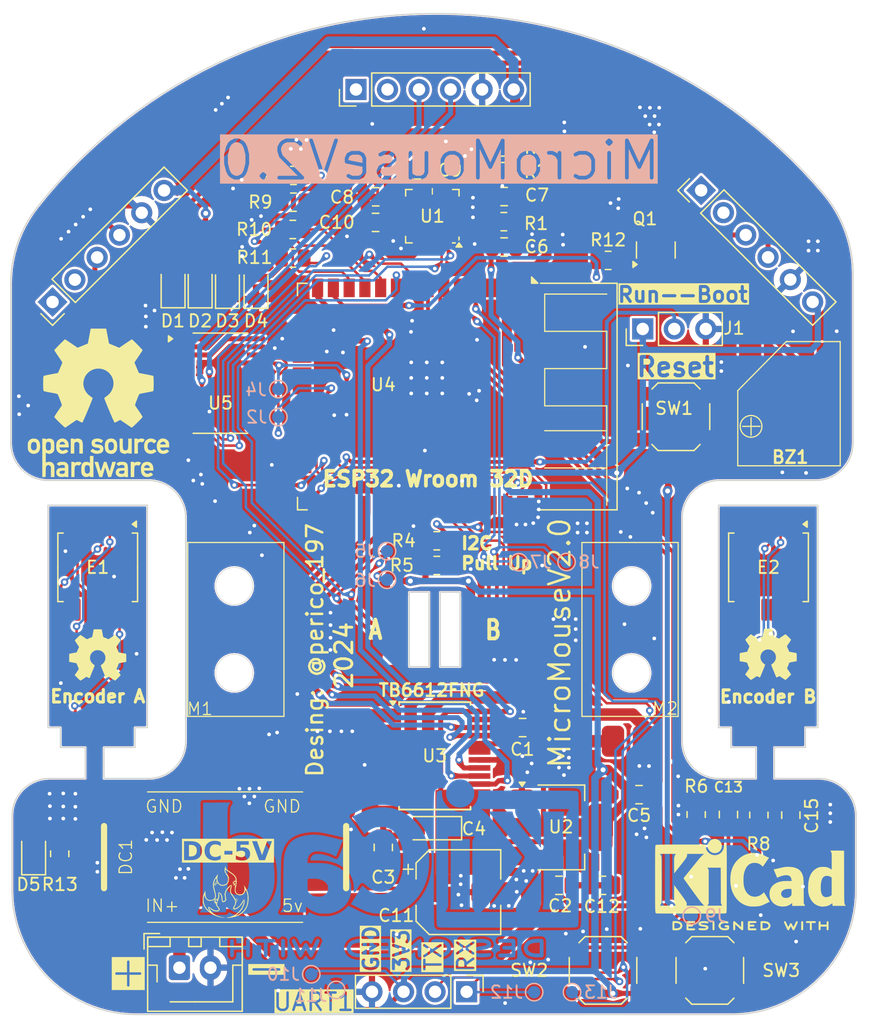
<source format=kicad_pcb>
(kicad_pcb (version 20240108) (generator "pcbnew") (generator_version "8.0")
  (layers (0 "F.Cu" signal) (31 "B.Cu" signal) (34 "B.Paste" user) (35 "F.Paste" user) (36 "B.SilkS" user "B.Silkscreen") (37 "F.SilkS" user "F.Silkscreen") (38 "B.Mask" user) (39 "F.Mask" user) (44 "Edge.Cuts" user))
  (net 0 "")
  (net 2 "/Esp32_UART_RX")
  (net 8 "/Esp32_UART_TX")
  (net 9 "Net-(D1-A)")
  (net 12 "Net-(D2-A)")
  (net 16 "+7V4")
  (net 17 "+3V3")
  (net 18 "Net-(M2-B)")
  (net 19 "Net-(M2-A)")
  (net 20 "GND")
  (net 21 "Net-(M1-A)")
  (net 22 "Net-(M1-B)")
  (net 29 "/M2_A_Motor's")
  (net 30 "/PWM_B_Motor's")
  (net 31 "/PWM_A_Motor's")
  (net 32 "/M1_A_Motor's")
  (net 33 "/M2_B_Motor's")
  (net 34 "/M1_B_Motor's")
  (net 35 "+5V")
  (net 36 "/ESP_i2C_SCL")
  (net 37 "/ESP_i2C_SDA")
  (net 38 "Net-(T1-SCL)")
  (net 39 "Net-(T1-SDA)")
  (net 40 "/4_SDA")
  (net 48 "/4_SCL")
  (net 50 "Net-(T2-SCL)")
  (net 51 "Net-(T2-SDA)")
  (net 52 "Net-(T3-SDA)")
  (net 53 "Net-(T3-SCL)")
  (net 54 "/ENC_B_1")
  (net 55 "/ENC_A_1")
  (net 56 "/ENC_B_2")
  (net 57 "/ENC_A_2")
  (net 58 "/ESP_En")
  (net 59 "/P1")
  (net 60 "/P2")
  (net 61 "/ESP_Boot")
  (net 62 "Net-(E1-3V3)")
  (net 63 "Net-(E1-Test_A)")
  (net 67 "Net-(E1-CSn)")
  (net 73 "Net-(E1-Test_B)")
  (net 77 "Net-(E2-Test_A)")
  (net 78 "Net-(E2-Test_B)")
  (net 79 "Net-(E2-CSn)")
  (net 88 "Net-(E2-3V3)")
  (net 90 "Net-(D3-A)")
  (net 91 "Net-(D4-A)")
  (net 92 "Net-(U4-IO27)")
  (net 93 "Net-(U4-IO26)")
  (net 94 "Net-(U4-IO25)")
  (net 95 "Net-(U4-IO23)")
  (net 96 "Net-(BZ1--)")
  (net 97 "Net-(Q1-B)")
  (net 98 "/Buzzer")
  (net 99 "Net-(D5-A)")
  (net 100 "Net-(U1-REGOUT)")
  (net 101 "Net-(U1-CPOUT)")
  (net 102 "Net-(U1-AUX_DA)")
  (net 103 "Net-(U1-AUX_CL)")
  (footprint "Mouse_V1.0:5v MODULE" (layer "F.Cu") (at 83.26 118.33)
    (property "Reference" "DC1")
    (property "Value" "~")
  )
  (footprint "Mouse_V1.0:MLT2575" (layer "F.Cu") (at 129.55 80.575 -90)
    (property "Reference" "BZ1")
    (property "Value" "Buzzer")
  )
  (footprint "Button_Switch_SMD:SW_SPST_SKQG_WithStem" (layer "F.Cu") (at 119.575 82.875)
    (property "Reference" "SW1")
    (property "Value" "Reset")
  )
  (footprint "Resistor_SMD:R_0805_2012Metric" (layer "F.Cu") (at 69.94 118.06 90)
    (property "Reference" "R13")
    (property "Value" "10K")
  )
  (footprint "Resistor_SMD:R_0805_2012Metric" (layer "F.Cu") (at 105.75 61.16)
    (property "Reference" "R3")
    (property "Value" "4K7")
  )
  (footprint "Package_TO_SOT_SMD:SOT-23" (layer "F.Cu") (at 117.95 69.4525 90)
    (property "Reference" "Q1")
    (property "Value" "MMBT3904")
  )
  (footprint "Capacitor_SMD:C_0805_2012Metric" (layer "F.Cu") (at 105.73 69.21)
    (property "Reference" "C6")
    (property "Value" "0.1uF" (hide yes))
  )
  (footprint "Button_Switch_SMD:SW_SPST_SKQG_WithStem" (layer "F.Cu") (at 122.3 127.45 180)
    (property "Reference" "SW3")
    (property "Value" "Btn2")
  )
  (footprint "Symbol:OSHW-Logo2_7.3x6mm_Copper" (layer "F.Cu") (at 127 102.696686)
    (property "Reference" "REF**" (hide yes))
    (property "Value" "OSHW-Logo2_7.3x6mm_Copper" (hide yes))
  )
  (footprint "Resistor_SMD:R_0805_2012Metric" (layer "F.Cu") (at 105.71 67.17 180)
    (property "Reference" "R1")
    (property "Value" "10K")
  )
  (footprint "Resistor_SMD:R_0805_2012Metric" (layer "F.Cu") (at 88.7625 65.6 180)
    (property "Reference" "R9")
    (property "Value" "10K")
  )
  (footprint "Capacitor_SMD:C_0805_2012Metric" (layer "F.Cu") (at 116.6 113.3)
    (property "Reference" "C5")
    (property "Value" "0.1uF")
  )
  (footprint "Resistor_SMD:R_0805_2012Metric" (layer "F.Cu") (at 88.7125 70.1 180)
    (property "Reference" "R11")
    (property "Value" "10K")
  )
  (footprint "Capacitor_SMD:C_0805_2012Metric" (layer "F.Cu") (at 98.75 63 180)
    (property "Reference" "C9")
    (property "Value" "0.1uF" (hide yes))
  )
  (footprint "Package_SO:TSSOP-24_4.4x7.8mm_P0.65mm" (layer "F.Cu") (at 82.8875 80.175)
    (property "Reference" "U5")
    (property "Value" "TCA9548APWR")
  )
  (footprint "LED_SMD:LED_0805_2012Metric" (layer "F.Cu") (at 85.75 72.4625 90)
    (property "Reference" "D4")
    (property "Value" "LED")
  )
  (footprint "Resistor_SMD:R_0805_2012Metric" (layer "F.Cu") (at 88.7625 63.45 180)
    (property "Reference" "R7")
    (property "Value" "10K")
  )
  (footprint "Connector_PinHeader_2.54mm:PinHeader_1x04_P2.54mm_Vertical" (layer "F.Cu") (at 128.875 107.3 -90)
    (property "Reference" "ENC_B3" (hide yes))
    (property "Value" "Conn_01x04_Pin")
  )
  (footprint "Connector_JST:JST_XH_B2B-XH-AM_1x02_P2.50mm_Vertical" (layer "F.Cu") (at 79.58 127.23)
    (property "Reference" "J3" (hide yes))
    (property "Value" "Conn_01x02_Pin" (hide yes))
  )
  (footprint "Capacitor_SMD:C_0805_2012Metric" (layer "F.Cu") (at 123.8 114.9 90)
    (property "Reference" "C13")
    (property "Value" "0.1uF")
  )
  (footprint "Package_SO:SSOP-16_5.3x6.2mm_P0.65mm" (layer "F.Cu") (at 73 95 -90)
    (property "Reference" "E1")
    (property "Value" "~")
  )
  (footprint "Capacitor_SMD:C_0805_2012Metric" (layer "F.Cu") (at 105.73 65.15 180)
    (property "Reference" "C7")
    (property "Value" "1uF" (hide yes))
  )
  (footprint "Capacitor_SMD:C_0805_2012Metric" (layer "F.Cu") (at 110.15 120.6)
    (property "Reference" "C2")
    (property "Value" "0.1uF")
  )
  (footprint "Button_Switch_SMD:SW_SPST_SKQG_WithStem" (layer "F.Cu") (at 113.7 127.45 180)
    (property "Reference" "SW2")
    (property "Value" "Btn1")
  )
  (footprint "Mouse_V1.0:M" (layer "F.Cu") (at 116 100 90)
    (property "Reference" "M2")
    (property "Value" "~")
    (fp_circle (center 3.5 0) (end 2 0) (stroke (width 0.05)) (fill none) (layer "Edge.Cuts"))
    (fp_circle (center -3.5 0) (end -2 0) (stroke (width 0.05)) (fill none) (layer "Edge.Cuts"))
  )
  (footprint "Connector_PinHeader_2.54mm:PinHeader_1x04_P2.54mm_Vertical" (layer "F.Cu") (at 102.71 129.17 -90)
    (property "Reference" "UART1")
    (property "Value" "Conn_01x04_Pin" (hide yes))
  )
  (footprint "Resistor_SMD:R_0805_2012Metric" (layer "F.Cu") (at 105.75 63.14)
    (property "Reference" "R2")
    (property "Value" "4K7")
  )
  (footprint "Resistor_SMD:R_0805_2012Metric" (layer "F.Cu") (at 126.25 114.9375 -90)
    (property "Reference" "R8")
    (property "Value" "10K")
  )
  (footprint "Capacitor_SMD:C_0805_2012Metric" (layer "F.Cu") (at 113.65 120.6 180)
    (property "Reference" "C12")
    (property "Value" "10uf")
  )
  (footprint "Symbol:KiCad-Logo2_6mm_SilkScreen" (layer "F.Cu") (at 125.56 119.85)
    (property "Reference" "REF**" (hide yes))
    (property "Value" "KiCad-Logo2_6mm_SilkScreen" (hide yes))
  )
  (footprint "Connector_PinHeader_2.54mm:PinHeader_1x04_P2.54mm_Vertical" (layer "F.Cu") (at 103.05 102.375 180)
    (property "Reference" "ENC_B1" (hide yes))
    (property "Value" "Conn_01x04_Pin" (hide yes))
  )
  (footprint "RF_Module:ESP32-WROOM-32D" (layer "F.Cu") (at 98.97 81.25 -90)
    (property "Reference" "U4")
    (property "Value" "ESP32-WROOM-32D")
  )
  (footprint "Sensor_Motion:InvenSense_QFN-24_4x4mm_P0.5mm" (layer "F.Cu") (at 99.95 66.73 180)
    (property "Reference" "U1")
    (property "Value" "MPU-6050")
  )
  (footprint "Package_SO:SSOP-24_5.3x8.2mm_P0.65mm" (layer "F.Cu") (at 100.15 110.175)
    (property "Reference" "U3")
    (property "Value" "TB6612FNG")
  )
  (footprint "LED_SMD:LED_0805_2012Metric" (layer "F.Cu") (at 81.25 72.425 90)
    (property "Reference" "D2")
    (property "Value" "LED")
  )
  (footprint "Capacitor_SMD:C_0805_2012Metric" (layer "F.Cu") (at 107.22 107.9)
    (property "Reference" "C1")
    (property "Value" "0.1uF")
  )
  (footprint "Connector_PinHeader_2.54mm:PinHeader_1x06_P2.54mm_Vertical" (layer "F.Cu") (at 121.599999 64.649997 45)
    (property "Reference" "T1" (hide yes))
    (property "Value" "~")
  )
  (footprint "LED_SMD:LED_0805_2012Metric" (layer "F.Cu") (at 79.07 72.4175 90)
    (property "Reference" "D1")
    (property "Value" "LED")
  )
  (footprint "Resistor_SMD:R_0805_2012Metric" (layer "F.Cu") (at 100.31 94.85)
    (property "Reference" "R5")
    (property "Value" "10K")
  )
  (footprint "Capacitor_SMD:C_0805_2012Metric" (layer "F.Cu") (at 96 117.55 90)
    (property "Reference" "C3")
    (property "Value" "0.1uF")
  )
  (footprint "Resistor_SMD:R_0805_2012Metric" (layer "F.Cu") (at 114.11 70.29)
    (property "Reference" "R12")
    (property "Value" "10K")
  )
  (footprint "Symbol:OSHW-Logo_11.4x12mm_SilkScreen" (layer "F.Cu") (at 73.046283 81.752474)
    (property "Reference" "REF**" (hide yes))
    (property "Value" "OSHW-Logo_11.4x12mm_SilkScreen" (hide yes))
  )
  (footprint "Capacitor_SMD:C_0805_2012Metric" (layer "F.Cu") (at 95.38 67.23 180)
    (property "Reference" "C10")
    (property "Value" "2.2uF" (hide yes))
  )
  (footprint "Package_TO_SOT_SMD:SOT-223-3_TabPin2" (layer "F.Cu") (at 110.3125 115.9375)
    (property "Reference" "U2")
    (property "Value" "AMS1117-3.3")
  )
  (footprint "LED_SMD:LED_0805_2012Metric" (layer "F.Cu") (at 83.45 72.4625 90)
    (property "Reference" "D3")
    (property "Value" "LED")
  )
  (footprint "Capacitor_SMD:CP_Elec_6.3x5.4" (layer "F.Cu") (at 102.05 121.15)
    (property "Reference" "C11")
    (property "Value" "47uF")
  )
  (footprint "Mouse_V1.0:M" (layer "F.Cu") (at 84 100 -90)
    (property "Reference" "M1")
    (property "Value" "~")
    (fp_circle (center -3.5 0) (end -2 0) (stroke (width 0.05)) (fill none) (layer "Edge.Cuts"))
    (fp_circle (center 3.5 0) (end 2 0) (stroke (width 0.05)) (fill none) (layer "Edge.Cuts"))
  )
  (footprint "Capacitor_SMD:C_0805_2012Metric" (layer "F.Cu") (at 128.825 114.95 90)
    (property "Reference" "C15")
    (property "Value" "0.1uF")
  )
  (footprint "Resistor_SMD:R_0805_2012Metric" (layer "F.Cu") (at 100.31 92.86)
    (property "Reference" "R4")
    (property "Value" "10K")
  )
  (footprint "Resistor_SMD:R_0805_2012Metric" (layer "F.Cu") (at 121.2 114.9 -90)
    (property "Reference" "R6")
    (property "Value" "10K")
  )
  (footprint "Connector_PinHeader_2.54mm:PinHeader_1x06_P2.54mm_Vertical" (layer "F.Cu") (at 93.8 56.53 90)
    (property "Reference" "T3" (hide yes))
    (property "Value" "~")
  )
  (footprint "Capacitor_SMD:C_0805_2012Metric" (layer "F.Cu") (at 95.39 65.17)
    (property "Reference" "C8")
    (property "Value" "0.1uF" (hide yes))
  )
  (footprint "Resistor_SMD:R_0805_2012Metric" (layer "F.Cu") (at 88.7125 67.8 180)
    (property "Reference" "R10")
    (property "Value" "10K")
  )
  (footprint "Capacitor_Tantalum_SMD:CP_EIA-3216-18_Kemet-A" (layer "F.Cu") (at 100 116 180)
    (property "Reference" "C4")
    (property "Value" "10uF")
  )
  (footprint "Connector_PinHeader_2.54mm:PinHeader_1x03_P2.54mm_Vertical" (layer "F.Cu") (at 116.895 75.8075 90)
    (property "Reference" "J1")
    (property "Value" "Conn_01x03_Pin")
  )
  (footprint "Connector_PinHeader_2.54mm:PinHeader_1x04_P2.54mm_Vertical" (layer "F.Cu") (at 97.2 99.35)
    (property "Reference" "ENC_A1" (hide yes))
    (property "Value" "Conn_01x04_Pin" (hide yes))
  )
  (footprint "Package_SO:SSOP-16_5.3x6.2mm_P0.65mm" (layer "F.Cu") (at 127.025 95 -90)
    (property "Reference" "E2")
    (property "Value" "~")
  )
  (footprint "Symbol:OSHW-Logo2_7.3x6mm_Copper" (layer "F.Cu") (at 73 102.75)
    (property "Reference" "REF**" (hide yes))
    (property "Value" "OSHW-Logo2_7.3x6mm_Copper" (hide yes))
  )
  (footprint "Connector_PinHeader_2.54mm:PinHeader_1x04_P2.54mm_Vertical" (layer "F.Cu") (at 71.4 107.35 90)
    (property "Reference" "ENC_B2" (hide yes))
    (property "Value" "Conn_01x04_Pin")
  )
  (footprint "Connector_PinHeader_2.54mm:PinHeader_1x06_P2.54mm_Vertical" (layer "F.Cu") (at 69.361845 73.638153 135)
    (property "Reference" "T2" (hide yes))
    (property "Value" "~")
  )
  (footprint "LED_SMD:LED_0805_2012Metric" (layer "F.Cu") (at 67.84 118.0625 90)
    (property "Reference" "D5")
    (property "Value" "LED")
  )
  (footprint "TestPoint:TestPoint_Pad_D1.0mm" (layer "B.Cu") (at 96.3 93.7 180)
    (property "Reference" "J5")
    (property "Value" "Conn_01x01_Pin")
  )
  (footprint "TestPoint:TestPoint_Pad_D1.0mm" (layer "B.Cu") (at 90.2 127.76 180)
    (property "Reference" "J10")
    (property "Value" "Conn_01x01_Pin")
  )
  (footprint "TestPoint:TestPoint_Pad_D1.0mm" (layer "B.Cu") (at 111.2 129.2 -90)
    (property "Reference" "J13")
    (property "Value" "Conn_01x01_Pin" (hide yes))
  )
  (footprint "TestPoint:TestPoint_Pad_D1.0mm" (layer "B.Cu") (at 92.21 129.02 180)
    (property "Reference" "J11")
    (property "Value" "Conn_01x01_Pin")
  )
  (footprint "TestPoint:TestPoint_Pad_D1.0mm" (layer "B.Cu") (at 96.3 96 180)
    (property "Reference" "J6")
    (property "Value" "Conn_01x01_Pin")
  )
  (footprint "TestPoint:TestPoint_Pad_D1.0mm" (layer "B.Cu") (at 106.92 94.59 180)
    (property "Reference" "J7")
    (property "Value" "Conn_01x01_Pin")
  )
  (footprint "Symbol:KiCad-Logo2_12mm_Copper" (layer "B.Cu") (at 96.5 118 180)
    (property "Reference" "REF**" (hide yes))
    (property "Value" "KiCad-Logo2_12mm_Copper" (hide yes))
  )
  (footprint "TestPoint:TestPoint_Pad_D1.0mm" (layer "B.Cu") (at 120.85 123.05 180)
    (property "Reference" "J9")
    (property "Value" "Conn_01x01_Pin")
  )
  (footprint "TestPoint:TestPoint_Pad_D1.0mm" (layer "B.Cu") (at 87.55 80.65 180)
    (property "Reference" "J4")
    (property "Value" "Conn_01x01_Pin")
  )
  (footprint "TestPoint:TestPoint_Pad_D1.0mm" (layer "B.Cu") (at 108.15 129.2 -90)
    (property "Reference" "J12")
    (property "Value" "Conn_01x01_Pin" (hide yes))
  )
  (footprint "TestPoint:TestPoint_Pad_D1.0mm" (layer "B.Cu") (at 110.76 94.57 180)
    (property "Reference" "J8")
    (property "Value" "Conn_01x01_Pin")
  )
  (footprint "TestPoint:TestPoint_Pad_D1.0mm" (layer "B.Cu") (at 87.55 82.9 180)
    (property "Reference" "J2")
    (property "Value" "Conn_01x01_Pin")
  )
  (gr_line (start 109 76) (end 114 76) (stroke (width 0.1)) (layer "F.SilkS"))
  (gr_line (start 99.95 64.95) (end 99.95 64.5) (stroke (width 0.1)) (layer "F.SilkS"))
  (gr_line (start 114 73) (end 109 73) (stroke (width 0.1)) (layer "F.SilkS"))
  (gr_line (start 124.93 83.65) (end 126.34 83.65) (stroke (width 0.1)) (layer "F.SilkS"))
  (gr_line (start 109 79) (end 109 82) (stroke (width 0.1)) (layer "F.SilkS"))
  (gr_line (start 125.62 84.36) (end 125.62 82.96) (stroke (width 0.1)) (layer "F.SilkS"))
  (gr_line (start 114 79) (end 109 79) (stroke (width 0.1)) (layer "F.SilkS"))
  (gr_line (start 114 84) (end 109 84) (stroke (width 0.1)) (layer "F.SilkS"))
  (gr_poly (pts (xy 84.00644 120.194162) (xy 84.006838 120.194575) (xy 84.006954 120.195259) (xy 84.006794 120.196207) (xy 84.00566 120.198883) (xy 84.00347 120.202567) (xy 84.000256 120.207222) (xy 83.996052 120.212813) (xy 83.984811 120.226655) (xy 83.970014 120.243805) (xy 83.951931 120.263972) (xy 83.93083 120.286868) (xy 83.906979 120.312204) (xy 83.901023 120.318332) (xy 83.895707 120.324186) (xy 83.891011 120.329823) (xy 83.886915 120.3353) (xy 83.883398 120.340673) (xy 83.880438 120.346) (xy 83.878017 120.351337) (xy 83.877001 120.354028) (xy 83.876111 120.356742) (xy 83.875346 120.359487) (xy 83.874702 120.36227) (xy 83.873769 120.36798) (xy 83.87329 120.373927) (xy 83.873245 120.380169) (xy 83.873614 120.386762) (xy 83.874375 120.393763) (xy 83.875508 120.401229) (xy 83.876993 120.409218) (xy 83.878522 120.415875) (xy 83.879193 120.418989) (xy 83.879801 120.421961) (xy 83.880345 120.424792) (xy 83.880826 120.427484) (xy 83.881243 120.430037) (xy 83.881596 120.432451) (xy 83.881884 120.434729) (xy 83.882107 120.436871) (xy 83.882265 120.438878) (xy 83.882357 120.440751) (xy 83.882384 120.44249) (xy 83.882344 120.444098) (xy 83.882238 120.445574) (xy 83.882064 120.446921) (xy 83.881824 120.448138) (xy 83.881516 120.449227) (xy 83.881141 120.450188) (xy 83.880697 120.451024) (xy 83.880449 120.451395) (xy 83.880184 120.451734) (xy 83.879903 120.452042) (xy 83.879603 120.45232) (xy 83.879287 120.452566) (xy 83.878953 120.452782) (xy 83.878602 120.452967) (xy 83.878234 120.453122) (xy 83.877848 120.453246) (xy 83.877444 120.45334) (xy 83.877023 120.453404) (xy 83.876585 120.453438) (xy 83.875655 120.453417) (xy 83.874654 120.453277) (xy 83.873582 120.453019) (xy 83.872439 120.452645) (xy 83.871225 120.452155) (xy 83.869938 120.451551) (xy 83.866315 120.448932) (xy 83.863052 120.446043) (xy 83.860147 120.44289) (xy 83.857598 120.439483) (xy 83.855402 120.435829) (xy 83.853559 120.431936) (xy 83.852066 120.427812) (xy 83.850921 120.423466) (xy 83.850122 120.418906) (xy 83.849668 120.414139) (xy 83.849556 120.409174) (xy 83.849784 120.404019) (xy 83.850351 120.398681) (xy 83.851254 120.39317) (xy 83.854063 120.381657) (xy 83.858194 120.369544) (xy 83.863633 120.356897) (xy 83.870364 120.343779) (xy 83.878371 120.330256) (xy 83.88764 120.316392) (xy 83.898153 120.302251) (xy 83.909897 120.287898) (xy 83.922855 120.273398) (xy 83.937848 120.257327) (xy 83.952179 120.242392) (xy 83.965518 120.228905) (xy 83.977535 120.217174) (xy 83.982944 120.212065) (xy 83.987898 120.207511) (xy 83.992356 120.203551) (xy 83.996276 120.200224) (xy 83.999618 120.19757) (xy 84.00234 120.195625) (xy 84.0044 120.19443) (xy 84.005169 120.194126) (xy 84.005757 120.194023)) (stroke (width -0.000001)) (fill solid) (layer "F.SilkS"))
  (gr_line (start 109 73) (end 109 76) (stroke (width 0.1)) (layer "F.SilkS"))
  (gr_poly (pts (xy 83.293472 119.029964) (xy 83.293787 119.030283) (xy 83.29439 119.031534) (xy 83.294956 119.033566) (xy 83.295489 119.036333) (xy 83.296464 119.043902) (xy 83.297335 119.05389) (xy 83.298124 119.065944) (xy 83.298851 119.079714) (xy 83.300202 119.110996) (xy 83.301314 119.133402) (xy 83.304053 119.155058) (xy 83.308519 119.176085) (xy 83.314809 119.196599) (xy 83.323021 119.216721) (xy 83.333254 119.236569) (xy 83.345605 119.256262) (xy 83.360174 119.275919) (xy 83.377057 119.295659) (xy 83.396354 119.3156) (xy 83.418162 119.335861) (xy 83.44258 119.356562) (xy 83.469706 119.377821) (xy 83.499638 119.399756) (xy 83.532474 119.422488) (xy 83.568313 119.446134) (xy 83.664603 119.509676) (xy 83.750761 119.568511) (xy 83.827324 119.623387) (xy 83.894825 119.675054) (xy 83.9538 119.724261) (xy 83.980256 119.748176) (xy 84.004782 119.771758) (xy 84.027444 119.795099) (xy 84.048308 119.818293) (xy 84.067442 119.841435) (xy 84.084912 119.864617) (xy 84.100785 119.887933) (xy 84.115128 119.911478) (xy 84.128008 119.935344) (xy 84.139492 119.959626) (xy 84.149647 119.984416) (xy 84.158539 120.00981) (xy 84.166235 120.035899) (xy 84.172803 120.062779) (xy 84.178309 120.090542) (xy 84.182819 120.119283) (xy 84.189123 120.180071) (xy 84.192248 120.245892) (xy 84.19273 120.317495) (xy 84.191689 120.375456) (xy 84.189698 120.426305) (xy 84.186466 120.472029) (xy 84.184295 120.493588) (xy 84.181705 120.51461) (xy 84.178661 120.535343) (xy 84.175125 120.556034) (xy 84.171062 120.576932) (xy 84.166436 120.598284) (xy 84.15535 120.643346) (xy 84.141577 120.693204) (xy 84.133866 120.721512) (xy 84.126941 120.749219) (xy 84.120798 120.776323) (xy 84.115439 120.802823) (xy 84.110861 120.828717) (xy 84.107063 120.854004) (xy 84.104045 120.878681) (xy 84.101806 120.902748) (xy 84.100345 120.926203) (xy 84.099661 120.949043) (xy 84.099752 120.971268) (xy 84.100618 120.992875) (xy 84.102258 121.013864) (xy 84.104671 121.034232) (xy 84.107855 121.053979) (xy 84.111811 121.073101) (xy 84.116537 121.091599) (xy 84.122031 121.109469) (xy 84.128294 121.126711) (xy 84.135324 121.143323) (xy 84.14312 121.159303) (xy 84.151681 121.174649) (xy 84.161006 121.189361) (xy 84.171094 121.203436) (xy 84.181945 121.216873) (xy 84.193557 121.22967) (xy 84.205929 121.241826) (xy 84.21906 121.253338) (xy 84.23295 121.264206) (xy 84.247597 121.274428) (xy 84.263001 121.284002) (xy 84.27916 121.292926) (xy 84.294429 121.300119) (xy 84.311027 121.306482) (xy 84.328793 121.312014) (xy 84.347566 121.316711) (xy 84.367186 121.320571) (xy 84.387494 121.323591) (xy 84.408329 121.325768) (xy 84.429531 121.327101) (xy 84.45094 121.327587) (xy 84.472395 121.327222) (xy 84.493737 121.326004) (xy 84.514805 121.323932) (xy 84.535438 121.321001) (xy 84.555477 121.31721) (xy 84.574762 121.312557) (xy 84.593132 121.307037) (xy 84.610515 121.300701) (xy 84.627269 121.293284) (xy 84.643386 121.284814) (xy 84.658858 121.275315) (xy 84.673676 121.264813) (xy 84.687832 121.253335) (xy 84.701317 121.240906) (xy 84.714124 121.227552) (xy 84.737667 121.198172) (xy 84.758393 121.165402) (xy 84.776236 121.129449) (xy 84.791129 121.09052) (xy 84.803003 121.04882) (xy 84.811792 121.004558) (xy 84.817429 120.957939) (xy 84.819847 120.90917) (xy 84.818978 120.858458) (xy 84.814755 120.80601) (xy 84.807111 120.752032) (xy 84.795979 120.696732) (xy 84.790946 120.675389) (xy 84.786471 120.655308) (xy 84.782616 120.636921) (xy 84.779443 120.620664) (xy 84.777014 120.60697) (xy 84.775391 120.596273) (xy 84.774902 120.592184) (xy 84.774637 120.589007) (xy 84.774605 120.586796) (xy 84.774813 120.585606) (xy 84.776122 120.585664) (xy 84.778359 120.58743) (xy 84.785406 120.595728) (xy 84.808299 120.628877) (xy 84.84008 120.679306) (xy 84.877339 120.74127) (xy 84.916665 120.809021) (xy 84.954647 120.876813) (xy 84.987875 120.938901) (xy 85.012938 120.989537) (xy 85.049159 121.074571) (xy 85.079793 121.163873) (xy 85.104878 121.256792) (xy 85.124449 121.352678) (xy 85.138542 121.450878) (xy 85.147193 121.550743) (xy 85.150439 121.651621) (xy 85.148316 121.75286) (xy 85.14086 121.85381) (xy 85.128107 121.953819) (xy 85.110094 122.052237) (xy 85.086856 122.148412) (xy 85.058429 122.241693) (xy 85.024851 122.331429) (xy 84.986157 122.416969) (xy 84.942382 122.497662) (xy 84.914406 122.542159) (xy 84.883526 122.586242) (xy 84.849938 122.629747) (xy 84.813839 122.672508) (xy 84.775424 122.714359) (xy 84.734891 122.755135) (xy 84.692435 122.794671) (xy 84.648254 122.832801) (xy 84.602542 122.86936) (xy 84.555498 122.904183) (xy 84.507317 122.937105) (xy 84.458195 122.967959) (xy 84.408329 122.996581) (xy 84.357915 123.022805) (xy 84.30715 123.046466) (xy 84.256229 123.067398) (xy 84.209104 123.084936) (xy 84.159271 123.101784) (xy 84.107122 123.117872) (xy 84.053051 123.133131) (xy 83.940714 123.160881) (xy 83.8254 123.184476) (xy 83.710251 123.203359) (xy 83.598409 123.216971) (xy 83.54471 123.221625) (xy 83.493017 123.224753) (xy 83.443721 123.226284) (xy 83.397215 123.226148) (xy 83.371443 123.225432) (xy 83.354083 123.224384) (xy 83.348758 123.223633) (xy 83.345777 123.222676) (xy 83.34519 123.222106) (xy 83.345219 123.22147) (xy 83.345874 123.220761) (xy 83.347165 123.219975) (xy 83.351695 123.218149) (xy 83.358889 123.215951) (xy 83.381588 123.210273) (xy 83.415905 123.202611) (xy 83.462479 123.192634) (xy 83.495046 123.185403) (xy 83.529865 123.177118) (xy 83.565884 123.168047) (xy 83.602047 123.158459) (xy 83.637301 123.148623) (xy 83.670591 123.138808) (xy 83.700863 123.129283) (xy 83.727063 123.120315) (xy 83.834793 123.079483) (xy 83.938195 123.031952) (xy 84.036993 122.978048) (xy 84.130911 122.918102) (xy 84.21967 122.852439) (xy 84.302997 122.78139) (xy 84.380612 122.705281) (xy 84.452242 122.624442) (xy 84.517607 122.539199) (xy 84.576434 122.449882) (xy 84.628444 122.356818) (xy 84.673362 122.260336) (xy 84.71091 122.160764) (xy 84.740813 122.05843) (xy 84.762794 121.953661) (xy 84.776577 121.846787) (xy 84.7853 121.738616) (xy 84.785012 121.738478) (xy 84.751882 121.829148) (xy 84.738808 121.863521) (xy 84.725338 121.896596) (xy 84.711408 121.928483) (xy 84.696954 121.95929) (xy 84.68191 121.989125) (xy 84.666213 122.018098) (xy 84.649798 122.046316) (xy 84.632599 122.073888) (xy 84.614553 122.100922) (xy 84.595595 122.127528) (xy 84.575661 122.153813) (xy 84.554685 122.179886) (xy 84.532603 122.205856) (xy 84.509351 122.231832) (xy 84.484864 122.257921) (xy 84.459077 122.284232) (xy 84.420192 122.322175) (xy 84.381658 122.357261) (xy 84.34358 122.389442) (xy 84.306059 122.418673) (xy 84.2692 122.444907) (xy 84.233106 122.468096) (xy 84.19788 122.488196) (xy 84.163625 122.505159) (xy 84.146894 122.512449) (xy 84.130445 122.518938) (xy 84.114291 122.52462) (xy 84.098444 122.529488) (xy 84.082917 122.533537) (xy 84.067724 122.536761) (xy 84.052877 122.539155) (xy 84.038389 122.540712) (xy 84.024273 122.541427) (xy 84.010542 122.541293) (xy 83.997209 122.540306) (xy 83.984287 122.538459) (xy 83.971789 122.535746) (xy 83.959727 122.532162) (xy 83.948115 122.527701) (xy 83.936966 122.522356) (xy 83.932036 122.519375) (xy 83.927498 122.516056) (xy 83.923354 122.512403) (xy 83.919602 122.508418) (xy 83.916243 122.504104) (xy 83.913277 122.499466) (xy 83.910704 122.494507) (xy 83.908523 122.489228) (xy 83.906735 122.483635) (xy 83.90534 122.477729) (xy 83.903727 122.464996) (xy 83.903686 122.451052) (xy 83.905216 122.435926) (xy 83.908316 122.419642) (xy 83.912988 122.402226) (xy 83.91923 122.383704) (xy 83.927044 122.364102) (xy 83.936428 122.343447) (xy 83.947383 122.321762) (xy 83.95991 122.299076) (xy 83.974007 122.275412) (xy 84.0025 122.226457) (xy 84.026417 122.179194) (xy 84.045689 122.133208) (xy 84.060245 122.088082) (xy 84.065733 122.065711) (xy 84.070015 122.0434) (xy 84.073085 122.021096) (xy 84.074931 121.998747) (xy 84.075547 121.976301) (xy 84.074922 121.953706) (xy 84.073049 121.93091) (xy 84.069919 121.907862) (xy 84.065522 121.884508) (xy 84.059851 121.860798) (xy 84.052896 121.836679) (xy 84.044649 121.812098) (xy 84.040043 121.800644) (xy 84.080468 121.800644) (xy 84.080614 121.801453) (xy 84.08094 121.802474) (xy 84.081443 121.80371) (xy 84.082979 121.806834) (xy 84.085215 121.810848) (xy 84.088144 121.815771) (xy 84.091757 121.821624) (xy 84.101007 121.836204) (xy 84.104769 121.842596) (xy 84.108114 121.848561) (xy 84.111041 121.854129) (xy 84.113547 121.859327) (xy 84.114642 121.861797) (xy 84.11563 121.864185) (xy 84.116511 121.866494) (xy 84.117285 121.868729) (xy 84.117953 121.870893) (xy 84.118512 121.872989) (xy 84.118964 121.875022) (xy 84.119308 121.876994) (xy 84.119543 121.878909) (xy 84.119669 121.880771) (xy 84.119686 121.882583) (xy 84.119594 121.884349) (xy 84.119391 121.886072) (xy 84.119079 121.887757) (xy 84.118656 121.889405) (xy 84.118123 121.891022) (xy 84.117478 121.892611) (xy 84.116722 121.894174) (xy 84.115854 121.895716) (xy 84.114874 121.897241) (xy 84.113781 121.898751) (xy 84.112576 121.90025) (xy 84.111258 121.901743) (xy 84.109827 121.903232) (xy 84.107637 121.905484) (xy 84.105703 121.90761) (xy 84.104834 121.908625) (xy 84.104032 121.909607) (xy 84.103298 121.910556) (xy 84.102633 121.911472) (xy 84.102038 121.912355) (xy 84.101513 121.913203) (xy 84.10106 121.914017) (xy 84.10068 121.914797) (xy 84.100373 121.915541) (xy 84.100141 121.916251) (xy 84.099985 121.916925) (xy 84.099905 121.917563) (xy 84.099902 121.918165) (xy 84.099978 121.918731) (xy 84.100134 121.919259) (xy 84.10037 121.919751) (xy 84.100687 121.920205) (xy 84.101087 121.920621) (xy 84.10157 121.920999) (xy 84.102137 121.921339) (xy 84.10279 121.92164) (xy 84.103529 121.921902) (xy 84.104355 121.922124) (xy 84.105269 121.922307) (xy 84.106272 121.92245) (xy 84.107366 121.922552) (xy 84.10855 121.922614) (xy 84.109827 121.922634) (xy 84.112476 121.922512) (xy 84.115128 121.922154) (xy 84.117773 121.921572) (xy 84.120403 121.920777) (xy 84.12301 121.919783) (xy 84.125585 121.9186) (xy 84.128121 121.91724) (xy 84.130607 121.915716) (xy 84.133037 121.91404) (xy 84.135402 121.912224) (xy 84.137693 121.910278) (xy 84.139902 121.908217) (xy 84.142021 121.90605) (xy 84.144041 121.903791) (xy 84.145953 121.901451) (xy 84.14775 121.899042) (xy 84.149423 121.896577) (xy 84.150964 121.894066) (xy 84.152363 121.891523) (xy 84.153614 121.888958) (xy 84.154707 121.886385) (xy 84.155634 121.883815) (xy 84.156386 121.881259) (xy 84.156956 121.87873) (xy 84.157334 121.87624) (xy 84.157513 121.873801) (xy 84.157484 121.871424) (xy 84.157238 121.869122) (xy 84.156768 121.866906) (xy 84.156064 121.864789) (xy 84.155119 121.862782) (xy 84.153924 121.860898) (xy 84.152439 121.858814) (xy 84.150648 121.856544) (xy 84.148571 121.854108) (xy 84.146234 121.851527) (xy 84.14366 121.848823) (xy 84.14087 121.846015) (xy 84.134742 121.840172) (xy 84.128034 121.834164) (xy 84.120934 121.828156) (xy 84.113627 121.822313) (xy 84.106299 121.816801) (xy 84.095292 121.80823) (xy 84.090947 121.804988) (xy 84.087365 121.80247) (xy 84.084537 121.800695) (xy 84.083403 121.800094) (xy 84.082455 121.799686) (xy 84.081692 121.799474) (xy 84.081113 121.799462) (xy 84.080717 121.799651) (xy 84.080502 121.800044) (xy 84.080468 121.800644) (xy 84.040043 121.800644) (xy 84.024243 121.761347) (xy 83.998564 121.708129) (xy 83.967541 121.652027) (xy 83.931105 121.592625) (xy 83.889187 121.529508) (xy 83.841715 121.462259) (xy 83.812797 121.421831) (xy 83.786814 121.384314) (xy 83.763643 121.349355) (xy 83.743158 121.316601) (xy 83.725237 121.285696) (xy 83.709755 121.256287) (xy 83.696587 121.228021) (xy 83.685611 121.200542) (xy 83.676702 121.173498) (xy 83.669736 121.146534) (xy 83.664589 121.119295) (xy 83.661137 121.091429) (xy 83.659256 121.062581) (xy 83.658822 121.032398) (xy 83.659711 121.000524) (xy 83.661799 120.966607) (xy 83.663229 120.947573) (xy 83.664889 120.929431) (xy 83.666802 120.912079) (xy 83.668992 120.895417) (xy 83.671482 120.879344) (xy 83.674294 120.86376) (xy 83.677453 120.848563) (xy 83.680981 120.833653) (xy 83.684902 120.81893) (xy 83.689239 120.804291) (xy 83.694015 120.789637) (xy 83.699254 120.774866) (xy 83.704979 120.759879) (xy 83.711212 120.744574) (xy 83.725299 120.712607) (xy 83.736175 120.688632) (xy 83.746162 120.666001) (xy 83.755034 120.645231) (xy 83.762561 120.626837) (xy 83.768518 120.611338) (xy 83.770836 120.604835) (xy 83.772676 120.599249) (xy 83.774009 120.594645) (xy 83.774808 120.591088) (xy 83.775044 120.588641) (xy 83.774941 120.587855) (xy 83.774688 120.587371) (xy 83.774142 120.587271) (xy 83.773173 120.587625) (xy 83.770009 120.589651) (xy 83.759088 120.59867) (xy 83.742628 120.613725) (xy 83.72133 120.634113) (xy 83.695898 120.659132) (xy 83.667035 120.688077) (xy 83.601827 120.75494) (xy 83.548471 120.812016) (xy 83.500751 120.866516) (xy 83.458514 120.918965) (xy 83.421607 120.969886) (xy 83.389878 121.019805) (xy 83.363175 121.069246) (xy 83.341344 121.118734) (xy 83.324235 121.168792) (xy 83.317403 121.1942) (xy 83.311693 121.219946) (xy 83.303568 121.272721) (xy 83.299705 121.327639) (xy 83.299954 121.385227) (xy 83.304161 121.446008) (xy 83.312173 121.510508) (xy 83.32384 121.57925) (xy 83.339007 121.652759) (xy 83.343158 121.672989) (xy 83.346335 121.692064) (xy 83.348514 121.71007) (xy 83.349673 121.727091) (xy 83.349863 121.735259) (xy 83.349788 121.743212) (xy 83.349447 121.750963) (xy 83.348836 121.75852) (xy 83.347953 121.765896) (xy 83.346794 121.7731) (xy 83.345356 121.780143) (xy 83.343637 121.787035) (xy 83.341634 121.793789) (xy 83.339344 121.800413) (xy 83.336764 121.806919) (xy 83.333891 121.813318) (xy 83.330722 121.81962) (xy 83.327255 121.825835) (xy 83.323485 121.831975) (xy 83.319412 121.83805) (xy 83.31503 121.844071) (xy 83.310338 121.850048) (xy 83.305333 121.855993) (xy 83.300012 121.861915) (xy 83.28841 121.873734) (xy 83.275507 121.885593) (xy 83.265422 121.894243) (xy 83.255347 121.902336) (xy 83.245294 121.90987) (xy 83.235272 121.916846) (xy 83.225293 121.923265) (xy 83.215368 121.929125) (xy 83.205506 121.934427) (xy 83.195719 121.939171) (xy 83.186017 121.943356) (xy 83.176411 121.946984) (xy 83.166912 121.950054) (xy 83.15753 121.952565) (xy 83.148276 121.954518) (xy 83.13916 121.955914) (xy 83.130194 121.956751) (xy 83.121387 121.95703) (xy 83.112751 121.956751) (xy 83.104297 121.955914) (xy 83.096034 121.954518) (xy 83.087973 121.952565) (xy 83.080126 121.950054) (xy 83.072503 121.946984) (xy 83.065114 121.943356) (xy 83.05797 121.939171) (xy 83.051082 121.934427) (xy 83.044461 121.929125) (xy 83.038116 121.923265) (xy 83.03206 121.916846) (xy 83.026301 121.90987) (xy 83.020852 121.902336) (xy 83.015723 121.894243) (xy 83.010924 121.885593) (xy 83.00793 121.878576) (xy 83.004912 121.870141) (xy 82.99888 121.849295) (xy 82.992971 121.823612) (xy 82.987332 121.79365) (xy 82.982106 121.759967) (xy 82.977438 121.723122) (xy 82.973472 121.683672) (xy 82.970354 121.642176) (xy 82.966203 121.594648) (xy 82.963971 121.572862) (xy 82.961618 121.552328) (xy 82.95913 121.532992) (xy 82.956495 121.514804) (xy 82.953699 121.497711) (xy 82.950731 121.481662) (xy 82.947577 121.466605) (xy 82.944223 121.452489) (xy 82.940658 121.439262) (xy 82.936868 121.426871) (xy 82.93284 121.415267) (xy 82.928562 121.404396) (xy 82.92402 121.394207) (xy 82.919201 121.384648) (xy 82.911839 121.371275) (xy 82.903134 121.357122) (xy 82.893312 121.342441) (xy 82.882601 121.327487) (xy 82.871229 121.312512) (xy 82.859422 121.29777) (xy 82.847409 121.283513) (xy 82.835417 121.269995) (xy 82.823673 121.25747) (xy 82.812404 121.24619) (xy 82.801838 121.236408) (xy 82.792202 121.228379) (xy 82.787803 121.2251) (xy 82.783723 121.222354) (xy 82.779989 121.220173) (xy 82.77663 121.218588) (xy 82.773673 121.21763) (xy 82.771149 121.217333) (xy 82.769084 121.217726) (xy 82.767507 121.218843) (xy 82.766948 121.220032) (xy 82.766591 121.222243) (xy 82.76646 121.229509) (xy 82.767073 121.240206) (xy 82.768389 121.2539) (xy 82.770367 121.270157) (xy 82.772964 121.288544) (xy 82.776141 121.308625) (xy 82.779854 121.329968) (xy 82.783923 121.354832) (xy 82.786855 121.37989) (xy 82.788629 121.405254) (xy 82.789225 121.431033) (xy 82.788622 121.457339) (xy 82.7868 121.484284) (xy 82.783737 121.511978) (xy 82.779413 121.540532) (xy 82.773808 121.570058) (xy 82.766901 121.600666) (xy 82.75867 121.632468) (xy 82.749096 121.665575) (xy 82.738158 121.700098) (xy 82.725835 121.736148) (xy 82.712106 121.773836) (xy 82.696951 121.813273) (xy 82.677215 121.864782) (xy 82.660354 121.912392) (xy 82.646393 121.956462) (xy 82.635353 121.997351) (xy 82.630937 122.016716) (xy 82.627259 122.035419) (xy 82.624324 122.053507) (xy 82.622134 122.071025) (xy 82.620692 122.088016) (xy 82.620001 122.104527) (xy 82.620064 122.120602) (xy 82.620884 122.136285) (xy 82.622463 122.151623) (xy 82.624805 122.166659) (xy 82.627912 122.181438) (xy 82.631788 122.196006) (xy 82.636434 122.210407) (xy 82.641855 122.224687) (xy 82.648054 122.23889) (xy 82.655032 122.25306) (xy 82.662793 122.267244) (xy 82.671339 122.281485) (xy 82.680675 122.295829) (xy 82.690802 122.310321) (xy 82.713443 122.339927) (xy 82.739285 122.370662) (xy 82.756197 122.390582) (xy 82.771228 122.409388) (xy 82.784398 122.427166) (xy 82.790293 122.435696) (xy 82.795729 122.444001) (xy 82.800711 122.452092) (xy 82.805241 122.459978) (xy 82.809322 122.467672) (xy 82.812955 122.475183) (xy 82.816144 122.482522) (xy 82.818891 122.4897) (xy 82.821199 122.496728) (xy 82.82307 122.503615) (xy 82.824507 122.510374) (xy 82.825512 122.517014) (xy 82.826089 122.523546) (xy 82.826239 122.52998) (xy 82.825966 122.536329) (xy 82.825271 122.542601) (xy 82.824158 122.548808) (xy 82.822629 122.554961) (xy 82.820686 122.56107) (xy 82.818333 122.567145) (xy 82.815571 122.573198) (xy 82.812404 122.579239) (xy 82.808833 122.585278) (xy 82.804862 122.591327) (xy 82.800494 122.597396) (xy 82.795729 122.603495) (xy 82.784411 122.617143) (xy 82.772895 122.629664) (xy 82.761111 122.64109) (xy 82.748986 122.651451) (xy 82.736448 122.660779) (xy 82.723424 122.669104) (xy 82.709841 122.676457) (xy 82.695629 122.682871) (xy 82.680713 122.688374) (xy 82.665022 122.692999) (xy 82.648484 122.696777) (xy 82.631026 122.699738) (xy 82.612576 122.701913) (xy 82.593061 122.703334) (xy 82.57241 122.704032) (xy 82.550549 122.704037) (xy 82.520482 122.702522) (xy 82.489271 122.698694) (xy 82.457093 122.692639) (xy 82.424128 122.684441) (xy 82.390552 122.674188) (xy 82.356545 122.661962) (xy 82.322285 122.647851) (xy 82.28795 122.631938) (xy 82.253718 122.61431) (xy 82.219768 122.595052) (xy 82.186278 122.574248) (xy 82.153426 122.551984) (xy 82.12139 122.528346) (xy 82.09035 122.503419) (xy 82.060482 122.477287) (xy 82.031966 122.450037) (xy 82.011288 122.429597) (xy 81.991892 122.410873) (xy 81.974233 122.394258) (xy 81.958764 122.380143) (xy 81.951994 122.374146) (xy 81.945941 122.368922) (xy 81.940664 122.36452) (xy 81.936219 122.360988) (xy 81.932663 122.358376) (xy 81.930053 122.356734) (xy 81.92912 122.356291) (xy 81.928445 122.356109) (xy 81.928034 122.356193) (xy 81.927896 122.356551) (xy 81.92818 122.35807) (xy 81.929012 122.360602) (xy 81.932195 122.368457) (xy 81.937198 122.379619) (xy 81.943771 122.393592) (xy 81.960638 122.427988) (xy 81.980813 122.467676) (xy 82.020171 122.536607) (xy 82.06293 122.601907) (xy 82.109223 122.663668) (xy 82.159186 122.721979) (xy 82.212952 122.776931) (xy 82.270656 122.828615) (xy 82.332431 122.877121) (xy 82.398413 122.922539) (xy 82.468736 122.96496) (xy 82.543535 123.004474) (xy 82.622942 123.041171) (xy 82.707094 123.075143) (xy 82.796124 123.106479) (xy 82.890166 123.13527) (xy 82.989356 123.161607) (xy 83.093827 123.185579) (xy 83.29491 123.227912) (xy 83.148507 123.217329) (xy 83.093265 123.212529) (xy 83.036221 123.205471) (xy 82.977684 123.196252) (xy 82.917961 123.184972) (xy 82.85736 123.171728) (xy 82.796188 123.156619) (xy 82.734752 123.139743) (xy 82.67336 123.121197) (xy 82.612319 123.10108) (xy 82.551937 123.07949) (xy 82.492522 123.056526) (xy 82.43438 123.032286) (xy 82.37782 123.006867) (xy 82.323148 122.980368) (xy 82.270673 122.952888) (xy 82.220702 122.924523) (xy 82.153807 122.883631) (xy 82.090026 122.841631) (xy 82.02933 122.798488) (xy 81.97169 122.75417) (xy 81.917079 122.708643) (xy 81.865467 122.661873) (xy 81.816827 122.613826) (xy 81.77113 122.564469) (xy 81.728348 122.513769) (xy 81.688452 122.461692) (xy 81.651413 122.408204) (xy 81.617204 122.353271) (xy 81.585795 122.296861) (xy 81.557159 122.238939) (xy 81.531267 122.179472) (xy 81.50809 122.118426) (xy 81.493893 122.077219) (xy 81.487987 122.058449) (xy 81.482817 122.040457) (xy 81.47834 122.022909) (xy 81.474511 122.005472) (xy 81.471287 121.987813) (xy 81.468623 121.969598) (xy 81.466477 121.950494) (xy 81.464803 121.930169) (xy 81.462698 121.884518) (xy 81.461957 121.829979) (xy 81.462103 121.794681) (xy 81.525227 121.794681) (xy 81.529057 121.861549) (xy 81.536887 121.92803) (xy 81.54866 121.993851) (xy 81.564319 122.058743) (xy 81.583807 122.122433) (xy 81.607067 122.18465) (xy 81.634043 122.245123) (xy 81.664678 122.30358) (xy 81.698914 122.359751) (xy 81.736696 122.413364) (xy 81.777965 122.464148) (xy 81.786124 122.473399) (xy 81.794037 122.482597) (xy 81.801666 122.491685) (xy 81.808971 122.500611) (xy 81.815915 122.50932) (xy 81.822459 122.517757) (xy 81.828563 122.525869) (xy 81.834189 122.533601) (xy 81.839299 122.540899) (xy 81.843853 122.547709) (xy 81.847813 122.553976) (xy 81.851139 122.559646) (xy 81.853794 122.564665) (xy 81.855739 122.568979) (xy 81.856934 122.572533) (xy 81.857238 122.574008) (xy 81.85734 122.575273) (xy 81.857361 122.57625) (xy 81.857422 122.577194) (xy 81.857524 122.578104) (xy 81.857664 122.57898) (xy 81.857844 122.57982) (xy 81.858061 122.580622) (xy 81.858316 122.581385) (xy 81.858608 122.582108) (xy 81.858936 122.58279) (xy 81.8593 122.58343) (xy 81.859698 122.584025) (xy 81.860131 122.584575) (xy 81.860597 122.585079) (xy 81.861097 122.585534) (xy 81.861628 122.585941) (xy 81.862191 122.586298) (xy 81.862785 122.586602) (xy 81.86341 122.586854) (xy 81.864064 122.587051) (xy 81.864747 122.587193) (xy 81.865459 122.587278) (xy 81.866199 122.587305) (xy 81.866965 122.587273) (xy 81.867758 122.587179) (xy 81.868577 122.587024) (xy 81.869422 122.586806) (xy 81.87029 122.586523) (xy 81.871183 122.586174) (xy 81.872099 122.585757) (xy 81.873037 122.585273) (xy 81.873998 122.584718) (xy 81.874979 122.584093) (xy 81.875883 122.583684) (xy 81.876936 122.583448) (xy 81.878134 122.583381) (xy 81.879472 122.58348) (xy 81.882545 122.584163) (xy 81.886114 122.585471) (xy 81.890138 122.587378) (xy 81.894575 122.58986) (xy 81.899384 122.592889) (xy 81.904524 122.59644) (xy 81.909954 122.600487) (xy 81.915631 122.605004) (xy 81.921516 122.609966) (xy 81.927565 122.615347) (xy 81.933739 122.62112) (xy 81.939995 122.62726) (xy 81.946293 122.633741) (xy 81.952591 122.640537) (xy 81.966822 122.655451) (xy 81.979707 122.667826) (xy 81.991181 122.677725) (xy 81.996369 122.681766) (xy 82.00118 122.685213) (xy 82.005606 122.688073) (xy 82.009639 122.690355) (xy 82.013271 122.692067) (xy 82.016494 122.693216) (xy 82.019299 122.693811) (xy 82.021679 122.69386) (xy 82.023625 122.693371) (xy 82.02513 122.692351) (xy 82.026186 122.69081) (xy 82.026784 122.688755) (xy 82.026916 122.686194) (xy 82.026574 122.683136) (xy 82.02575 122.679588) (xy 82.024437 122.675558) (xy 82.022625 122.671055) (xy 82.020307 122.666086) (xy 82.017475 122.66066) (xy 82.014121 122.654785) (xy 82.005814 122.641719) (xy 81.99532 122.626953) (xy 81.982577 122.610551) (xy 81.976771 122.603263) (xy 81.971273 122.595982) (xy 81.966101 122.588758) (xy 81.961272 122.58164) (xy 81.956805 122.574677) (xy 81.952718 122.567918) (xy 81.949029 122.561412) (xy 81.945755 122.555209) (xy 81.942916 122.549357) (xy 81.940529 122.543906) (xy 81.938612 122.538904) (xy 81.937184 122.534401) (xy 81.936262 122.530445) (xy 81.935997 122.528688) (xy 81.935865 122.527087) (xy 81.935868 122.525647) (xy 81.93601 122.524374) (xy 81.936291 122.523275) (xy 81.936715 122.522356) (xy 81.937191 122.521375) (xy 81.937625 122.520414) (xy 81.938016 122.519476) (xy 81.938366 122.51856) (xy 81.938672 122.517667) (xy 81.938936 122.516799) (xy 81.939157 122.515954) (xy 81.939334 122.515136) (xy 81.939467 122.514342) (xy 81.939556 122.513576) (xy 81.9396 122.512836) (xy 81.939599 122.512125) (xy 81.939553 122.511441) (xy 81.939462 122.510787) (xy 81.939324 122.510162) (xy 81.939141 122.509568) (xy 81.938911 122.509005) (xy 81.938634 122.508474) (xy 81.93831 122.507974) (xy 81.937939 122.507508) (xy 81.937519 122.507075) (xy 81.937052 122.506677) (xy 81.936536 122.506314) (xy 81.935971 122.505985) (xy 81.935358 122.505694) (xy 81.934695 122.505439) (xy 81.933982 122.505221) (xy 81.933219 122.505042) (xy 81.932405 122.504901) (xy 81.931541 122.5048) (xy 81.930626 122.504738) (xy 81.92966 122.504718) (xy 81.926586 122.504363) (xy 81.923649 122.503324) (xy 81.920853 122.501641) (xy 81.918202 122.499354) (xy 81.915697 122.496502) (xy 81.913343 122.493125) (xy 81.911143 122.489264) (xy 81.9091 122.484957) (xy 81.905497 122.475165) (xy 81.902561 122.464069) (xy 81.900317 122.451986) (xy 81.898792 122.439233) (xy 81.898011 122.426129) (xy 81.897999 122.412992) (xy 81.898784 122.400139) (xy 81.90039 122.387888) (xy 81.902844 122.376556) (xy 81.904397 122.371335) (xy 81.906171 122.366463) (xy 81.90817 122.361979) (xy 81.910398 122.357924) (xy 81.912856 122.354338) (xy 81.915549 122.351259) (xy 81.919735 122.346917) (xy 81.923741 122.343146) (xy 81.927633 122.339938) (xy 81.931479 122.337286) (xy 81.933405 122.336166) (xy 81.935345 122.335181) (xy 81.937307 122.334332) (xy 81.939299 122.333617) (xy 81.94133 122.333035) (xy 81.943408 122.332585) (xy 81.945542 122.332266) (xy 81.94774 122.332077) (xy 81.95001 122.332017) (xy 81.952361 122.332086) (xy 81.957338 122.332604) (xy 81.962739 122.333623) (xy 81.968631 122.335136) (xy 81.975081 122.337135) (xy 81.982156 122.339611) (xy 81.989924 122.342558) (xy 81.998452 122.345968) (xy 82.004838 122.348653) (xy 82.010768 122.351414) (xy 82.016237 122.354242) (xy 82.018799 122.355679) (xy 82.021244 122.35713) (xy 82.023574 122.358593) (xy 82.025786 122.360069) (xy 82.027882 122.361555) (xy 82.02986 122.363052) (xy 82.031721 122.364557) (xy 82.033465 122.366071) (xy 82.035089 122.367592) (xy 82.036596 122.369118) (xy 82.037983 122.37065) (xy 82.039251 122.372187) (xy 82.0404 122.373726) (xy 82.041429 122.375268) (xy 82.042338 122.376811) (xy 82.043126 122.378354) (xy 82.043794 122.379897) (xy 82.04434 122.381438) (xy 82.044765 122.382977) (xy 82.045068 122.384512) (xy 82.04525 122.386042) (xy 82.045308 122.387567) (xy 82.045244 122.389085) (xy 82.045057 122.390597) (xy 82.044747 122.392099) (xy 82.044313 122.393593) (xy 82.043842 122.39489) (xy 82.043423 122.396135) (xy 82.043054 122.397327) (xy 82.042735 122.398467) (xy 82.042465 122.399555) (xy 82.042243 122.400588) (xy 82.042069 122.401568) (xy 82.041942 122.402495) (xy 82.041862 122.403367) (xy 82.041828 122.404184) (xy 82.041839 122.404947) (xy 82.041894 122.405654) (xy 82.041994 122.406306) (xy 82.042136 122.406901) (xy 82.042322 122.407441) (xy 82.042549 122.407924) (xy 82.042817 122.40835) (xy 82.043127 122.40872) (xy 82.043476 122.409031) (xy 82.043865 122.409285) (xy 82.044292 122.409481) (xy 82.044758 122.409618) (xy 82.045261 122.409696) (xy 82.045801 122.409716) (xy 82.046377 122.409676) (xy 82.046989 122.409576) (xy 82.047635 122.409416) (xy 82.048316 122.409196) (xy 82.04903 122.408914) (xy 82.049777 122.408572) (xy 82.050557 122.408169) (xy 82.051368 122.407704) (xy 82.052452 122.40729) (xy 82.053716 122.407038) (xy 82.05676 122.407008) (xy 82.060449 122.407588) (xy 82.064735 122.408751) (xy 82.069569 122.410473) (xy 82.074902 122.412727) (xy 82.080684 122.415487) (xy 82.086866 122.418728) (xy 82.093401 122.422424) (xy 82.100237 122.426548) (xy 82.107327 122.431076) (xy 82.11462 122.435981) (xy 82.122069 122.441237) (xy 82.129624 122.446819) (xy 82.137235 122.452701) (xy 82.144854 122.458856) (xy 82.16621 122.475583) (xy 82.18911 122.491964) (xy 82.213323 122.5079) (xy 82.238616 122.523294) (xy 82.264757 122.538046) (xy 82.291512 122.55206) (xy 82.31865 122.565237) (xy 82.345938 122.577478) (xy 82.373143 122.588686) (xy 82.400033 122.598762) (xy 82.426375 122.607608) (xy 82.451936 122.615126) (xy 82.476485 122.621218) (xy 82.499789 122.625785) (xy 82.521614 122.62873) (xy 82.541729 122.629954) (xy 82.553745 122.630065) (xy 82.565634 122.629748) (xy 82.577372 122.629017) (xy 82.588934 122.62789) (xy 82.600298 122.626382) (xy 82.611438 122.624508) (xy 82.622332 122.622285) (xy 82.632955 122.619729) (xy 82.643284 122.616854) (xy 82.653294 122.613678) (xy 82.662962 122.610215) (xy 82.672264 122.606482) (xy 82.681176 122.602495) (xy 82.689673 122.598269) (xy 82.697732 122.59382) (xy 82.70533 122.589164) (xy 82.712442 122.584316) (xy 82.719044 122.579294) (xy 82.725113 122.574112) (xy 82.730624 122.568786) (xy 82.735554 122.563332) (xy 82.739878 122.557766) (xy 82.743574 122.552104) (xy 82.746616 122.546362) (xy 82.748981 122.540555) (xy 82.750646 122.534699) (xy 82.751586 122.52881) (xy 82.751777 122.522904) (xy 82.751195 122.516997) (xy 82.749817 122.511104) (xy 82.747619 122.505242) (xy 82.744577 122.499426) (xy 82.74328 122.496767) (xy 82.7414 122.493452) (xy 82.736033 122.485039) (xy 82.728764 122.474559) (xy 82.719882 122.462384) (xy 82.709678 122.448887) (xy 82.69844 122.434438) (xy 82.686458 122.41941) (xy 82.674021 122.404176) (xy 82.667641 122.396211) (xy 82.661099 122.387588) (xy 82.647701 122.368705) (xy 82.634179 122.34821) (xy 82.620884 122.326785) (xy 82.608168 122.305112) (xy 82.596382 122.283873) (xy 82.585878 122.26375) (xy 82.577007 122.245426) (xy 82.572676 122.236531) (xy 82.567657 122.227101) (xy 82.562008 122.217222) (xy 82.555785 122.206979) (xy 82.549046 122.196456) (xy 82.541846 122.18574) (xy 82.534244 122.174915) (xy 82.526295 122.164067) (xy 82.518057 122.15328) (xy 82.509587 122.142641) (xy 82.50094 122.132235) (xy 82.492175 122.122147) (xy 82.483348 122.112461) (xy 82.474516 122.103264) (xy 82.465735 122.09464) (xy 82.457063 122.086676) (xy 82.444482 122.075495) (xy 82.433147 122.065027) (xy 82.42298 122.055158) (xy 82.413903 122.045776) (xy 82.405838 122.036765) (xy 82.39871 122.028013) (xy 82.392439 122.019405) (xy 82.386948 122.010829) (xy 82.38216 122.002169) (xy 82.377998 121.993314) (xy 82.374383 121.984148) (xy 82.371239 121.974559) (xy 82.368487 121.964432) (xy 82.36605 121.953654) (xy 82.363851 121.942111) (xy 82.361813 121.92969) (xy 82.360327 121.917604) (xy 82.359188 121.906422) (xy 82.35841 121.896056) (xy 82.358009 121.88642) (xy 82.358007 121.883581) (xy 82.374959 121.883581) (xy 82.375324 121.892803) (xy 82.376244 121.902856) (xy 82.377645 121.913916) (xy 82.379452 121.926162) (xy 82.380582 121.933131) (xy 82.381984 121.940142) (xy 82.385574 121.954246) (xy 82.39016 121.968392) (xy 82.395685 121.982496) (xy 82.402088 121.996476) (xy 82.40931 122.01025) (xy 82.417292 122.023734) (xy 82.425974 122.036846) (xy 82.435297 122.049503) (xy 82.445201 122.061623) (xy 82.455627 122.073123) (xy 82.466516 122.08392) (xy 82.477808 122.093931) (xy 82.489443 122.103075) (xy 82.501363 122.111267) (xy 82.507411 122.114981) (xy 82.513507 122.118426) (xy 82.517009 122.120061) (xy 82.520562 122.121333) (xy 82.524155 122.122254) (xy 82.527777 122.122832) (xy 82.531417 122.123079) (xy 82.535064 122.123003) (xy 82.538707 122.122616) (xy 82.542336 122.121926) (xy 82.545938 122.120945) (xy 82.549504 122.119681) (xy 82.553022 122.118146) (xy 82.556481 122.116349) (xy 82.559871 122.114299) (xy 82.563179 122.112008) (xy 82.566396 122.109485) (xy 82.569511 122.10674) (xy 82.572511 122.103783) (xy 82.575387 122.100625) (xy 82.578127 122.097274) (xy 82.580721 122.093742) (xy 82.583157 122.090038) (xy 82.585424 122.086172) (xy 82.587512 122.082154) (xy 82.58941 122.077994) (xy 82.591105 122.073703) (xy 82.592588 122.06929) (xy 82.593848 122.064765) (xy 82.594873 122.060138) (xy 82.595653 122.05542) (xy 82.596177 122.05062) (xy 82.596432 122.045748) (xy 82.59641 122.040815) (xy 82.595804 122.02874) (xy 82.595511 122.02406) (xy 82.595197 122.020282) (xy 82.594842 122.017403) (xy 82.594426 122.015421) (xy 82.594187 122.014765) (xy 82.593926 122.014333) (xy 82.593639 122.014123) (xy 82.593323 122.014136) (xy 82.592976 122.014371) (xy 82.592596 122.014828) (xy 82.591725 122.016406) (xy 82.590688 122.018868) (xy 82.589465 122.022211) (xy 82.586378 122.03153) (xy 82.582299 122.044343) (xy 82.580916 122.048928) (xy 82.579419 122.05341) (xy 82.577818 122.057768) (xy 82.576125 122.061981) (xy 82.574349 122.066029) (xy 82.572501 122.069891) (xy 82.570591 122.073547) (xy 82.568629 122.076975) (xy 82.566625 122.080154) (xy 82.564591 122.083066) (xy 82.562536 122.085687) (xy 82.561504 122.086883) (xy 82.560471 122.087999) (xy 82.559437 122.089032) (xy 82.558405 122.08998) (xy 82.557376 122.09084) (xy 82.55635 122.091609) (xy 82.55533 122.092286) (xy 82.554316 122.092867) (xy 82.55331 122.093349) (xy 82.552313 122.093731) (xy 82.54916 122.094352) (xy 82.545671 122.094251) (xy 82.541874 122.093462) (xy 82.537795 122.092019) (xy 82.53346 122.089954) (xy 82.528895 122.087301) (xy 82.519185 122.080364) (xy 82.508874 122.071474) (xy 82.498176 122.060896) (xy 82.487303 122.048897) (xy 82.476466 122.035744) (xy 82.465876 122.021701) (xy 82.455747 122.007036) (xy 82.446289 121.992014) (xy 82.437715 121.976901) (xy 82.430237 121.961965) (xy 82.424066 121.94747) (xy 82.419414 121.933683) (xy 82.417724 121.927138) (xy 82.416493 121.92087) (xy 82.415034 121.910743) (xy 82.413999 121.901447) (xy 82.413439 121.892864) (xy 82.413406 121.884876) (xy 82.413604 121.881068) (xy 82.413953 121.877363) (xy 82.414226 121.875412) (xy 82.492971 121.875412) (xy 82.493209 121.881538) (xy 82.493896 121.887662) (xy 82.495019 121.893749) (xy 82.496563 121.899759) (xy 82.498514 121.905657) (xy 82.500858 121.911405) (xy 82.50358 121.916966) (xy 82.506667 121.922303) (xy 82.510103 121.927378) (xy 82.513876 121.932155) (xy 82.51797 121.936597) (xy 82.522372 121.940666) (xy 82.527067 121.944325) (xy 82.532041 121.947537) (xy 82.53728 121.950264) (xy 82.542769 121.952471) (xy 82.548495 121.954119) (xy 82.554444 121.955172) (xy 82.5606 121.955591) (xy 82.56695 121.955341) (xy 82.573479 121.954384) (xy 82.577405 121.953489) (xy 82.581241 121.952144) (xy 82.584979 121.950372) (xy 82.58861 121.9482) (xy 82.592128 121.945652) (xy 82.595524 121.942753) (xy 82.598792 121.939528) (xy 82.601922 121.936001) (xy 82.604908 121.932198) (xy 82.607741 121.928143) (xy 82.610414 121.923862) (xy 82.612919 121.919379) (xy 82.617394 121.909906) (xy 82.621104 121.899924) (xy 82.623988 121.889632) (xy 82.625983 121.87923) (xy 82.627026 121.868914) (xy 82.627172 121.863852) (xy 82.627057 121.858886) (xy 82.626674 121.854042) (xy 82.626014 121.849344) (xy 82.625069 121.844817) (xy 82.623833 121.840486) (xy 82.622297 121.836376) (xy 82.620453 121.832512) (xy 82.618294 121.828918) (xy 82.615813 121.82562) (xy 82.611178 121.820328) (xy 82.606518 121.815695) (xy 82.60417 121.813625) (xy 82.601806 121.811718) (xy 82.599422 121.809975) (xy 82.597016 121.808395) (xy 82.594584 121.806978) (xy 82.592123 121.805723) (xy 82.58963 121.80463) (xy 82.587101 121.803699) (xy 82.584534 121.80293) (xy 82.581924 121.802322) (xy 82.579269 121.801874) (xy 82.576566 121.801587) (xy 82.573811 121.801461) (xy 82.571002 121.801494) (xy 82.568134 121.801687) (xy 82.565204 121.802039) (xy 82.56221 121.80255) (xy 82.559149 121.803219) (xy 82.552809 121.805033) (xy 82.546159 121.807476) (xy 82.539173 121.810548) (xy 82.531826 121.814245) (xy 82.524091 121.818565) (xy 82.518445 121.822254) (xy 82.513406 121.82635) (xy 82.508958 121.830816) (xy 82.505087 121.835615) (xy 82.50178 121.84071) (xy 82.499022 121.846063) (xy 82.496799 121.851639) (xy 82.495097 121.857398) (xy 82.4939 121.863305) (xy 82.493197 121.869322) (xy 82.492971 121.875412) (xy 82.414226 121.875412) (xy 82.414459 121.873748) (xy 82.415129 121.870207) (xy 82.41597 121.866725) (xy 82.416988 121.863288) (xy 82.418189 121.859881) (xy 82.41958 121.856489) (xy 82.421168 121.853096) (xy 82.422958 121.849689) (xy 82.424958 121.846252) (xy 82.427173 121.84277) (xy 82.432277 121.835614) (xy 82.438321 121.828101) (xy 82.445358 121.820113) (xy 82.453438 121.81153) (xy 82.462614 121.802234) (xy 82.472938 121.792107) (xy 82.483943 121.781512) (xy 82.493922 121.772173) (xy 82.503048 121.764023) (xy 82.511495 121.756994) (xy 82.519436 121.75102) (xy 82.527043 121.746032) (xy 82.530776 121.743887) (xy 82.53449 121.741964) (xy 82.538207 121.740254) (xy 82.54195 121.738749) (xy 82.545739 121.73744) (xy 82.549596 121.736319) (xy 82.553543 121.735378) (xy 82.557601 121.734608) (xy 82.566138 121.733548) (xy 82.575381 121.733071) (xy 82.585502 121.733112) (xy 82.596675 121.733602) (xy 82.609073 121.734474) (xy 82.622868 121.735662) (xy 82.634511 121.73655) (xy 82.644986 121.737223) (xy 82.649795 121.737477) (xy 82.654324 121.737674) (xy 82.658576 121.737813) (xy 82.662556 121.737895) (xy 82.666267 121.737916) (xy 82.669713 121.737878) (xy 82.672898 121.737778) (xy 82.675826 121.737616) (xy 82.678501 121.73739) (xy 82.680927 121.7371) (xy 82.683107 121.736745) (xy 82.685045 121.736324) (xy 82.686746 121.735835) (xy 82.688213 121.735279) (xy 82.68945 121.734653) (xy 82.689984 121.734314) (xy 82.690461 121.733957) (xy 82.690883 121.733582) (xy 82.69125 121.73319) (xy 82.691562 121.73278) (xy 82.69182 121.732351) (xy 82.692025 121.731904) (xy 82.692176 121.731439) (xy 82.692275 121.730956) (xy 82.692321 121.730453) (xy 82.692316 121.729932) (xy 82.69226 121.729392) (xy 82.692153 121.728834) (xy 82.691996 121.728256) (xy 82.691533 121.727042) (xy 82.690874 121.725751) (xy 82.690025 121.72438) (xy 82.688988 121.72293) (xy 82.687768 121.7214) (xy 82.686368 121.719787) (xy 82.684019 121.717495) (xy 82.680973 121.715257) (xy 82.677276 121.713086) (xy 82.672974 121.710995) (xy 82.668113 121.708997) (xy 82.662742 121.707106) (xy 82.656905 121.705333) (xy 82.650649 121.703691) (xy 82.644022 121.702195) (xy 82.637069 121.700856) (xy 82.629837 121.699688) (xy 82.622372 121.698703) (xy 82.614721 121.697914) (xy 82.606931 121.697335) (xy 82.599048 121.696978) (xy 82.591118 121.696856) (xy 82.578524 121.696642) (xy 82.567096 121.696715) (xy 82.556675 121.697155) (xy 82.547104 121.698042) (xy 82.542588 121.698678) (xy 82.538225 121.699455) (xy 82.533996 121.700385) (xy 82.529882 121.701476) (xy 82.525861 121.70274) (xy 82.521915 121.704185) (xy 82.518024 121.705822) (xy 82.514169 121.70766) (xy 82.510328 121.709711) (xy 82.506484 121.711984) (xy 82.502616 121.714488) (xy 82.498704 121.717234) (xy 82.49067 121.723493) (xy 82.482226 121.730839) (xy 82.473213 121.739353) (xy 82.463474 121.749115) (xy 82.452851 121.760205) (xy 82.441188 121.772704) (xy 82.429042 121.78588) (xy 82.41835 121.797746) (xy 82.409038 121.80848) (xy 82.401032 121.818262) (xy 82.394255 121.827267) (xy 82.391304 121.831535) (xy 82.388633 121.835676) (xy 82.386231 121.839713) (xy 82.384091 121.843667) (xy 82.382201 121.847561) (xy 82.380554 121.851417) (xy 82.379139 121.855258) (xy 82.377947 121.859105) (xy 82.376969 121.862982) (xy 82.376196 121.86691) (xy 82.375618 121.870911) (xy 82.375225 121.875009) (xy 82.375009 121.879224) (xy 82.374959 121.883581) (xy 82.358007 121.883581) (xy 82.358002 121.877424) (xy 82.358402 121.86898) (xy 82.359226 121.861002) (xy 82.36049 121.853402) (xy 82.362208 121.84609) (xy 82.364396 121.838981) (xy 82.367071 121.831984) (xy 82.370246 121.825014) (xy 82.373938 121.817982) (xy 82.378163 121.8108) (xy 82.382935 121.80338) (xy 82.388271 121.795634) (xy 82.427077 121.742717) (xy 82.331827 121.792107) (xy 82.309459 121.802562) (xy 82.285511 121.812085) (xy 82.260219 121.820651) (xy 82.233821 121.828239) (xy 82.206554 121.834824) (xy 82.178658 121.840383) (xy 82.150368 121.844893) (xy 82.121924 121.848331) (xy 82.093562 121.850673) (xy 82.065521 121.851896) (xy 82.038037 121.851978) (xy 82.01135 121.850894) (xy 81.985696 121.848621) (xy 81.961313 121.845137) (xy 81.93844 121.840418) (xy 81.917313 121.83444) (xy 81.89234 121.825094) (xy 81.868348 121.814241) (xy 81.845321 121.801864) (xy 81.823248 121.787945) (xy 81.802115 121.772465) (xy 81.78191 121.755406) (xy 81.76262 121.73675) (xy 81.744231 121.71648) (xy 81.726731 121.694576) (xy 81.710107 121.671022) (xy 81.694347 121.645798) (xy 81.679436 121.618887) (xy 81.665362 121.590271) (xy 81.652113 121.559931) (xy 81.639675 121.52785) (xy 81.628035 121.494009) (xy 81.625971 121.487463) (xy 81.62376 121.481076) (xy 81.621419 121.474886) (xy 81.618967 121.468929) (xy 81.616423 121.46324) (xy 81.613803 121.457857) (xy 81.611127 121.452814) (xy 81.608412 121.448148) (xy 81.607045 121.445968) (xy 81.605676 121.443896) (xy 81.604306 121.441936) (xy 81.602937 121.440094) (xy 81.601573 121.438372) (xy 81.600214 121.436777) (xy 81.598864 121.435312) (xy 81.597525 121.433982) (xy 81.596199 121.432792) (xy 81.594887 121.431745) (xy 81.593594 121.430848) (xy 81.59232 121.430103) (xy 81.591067 121.429516) (xy 81.58984 121.429091) (xy 81.588638 121.428833) (xy 81.587465 121.428746) (xy 81.586535 121.428689) (xy 81.585727 121.428522) (xy 81.58504 121.428246) (xy 81.584472 121.427864) (xy 81.584021 121.427378) (xy 81.583687 121.426792) (xy 81.583466 121.426108) (xy 81.583359 121.425328) (xy 81.583363 121.424455) (xy 81.583476 121.423492) (xy 81.584024 121.421304) (xy 81.584991 121.418786) (xy 81.586363 121.415957) (xy 81.588128 121.412839) (xy 81.590273 121.409453) (xy 81.592785 121.405818) (xy 81.595651 121.401956) (xy 81.598858 121.397888) (xy 81.602393 121.393633) (xy 81.606243 121.389213) (xy 81.610396 121.384648) (xy 81.61459 121.380083) (xy 81.618564 121.375663) (xy 81.622306 121.371409) (xy 81.625802 121.36734) (xy 81.62904 121.363478) (xy 81.632007 121.359843) (xy 81.63469 121.356457) (xy 81.637075 121.353339) (xy 81.63915 121.350511) (xy 81.640902 121.347992) (xy 81.642319 121.345805) (xy 81.643386 121.343969) (xy 81.643785 121.343189) (xy 81.644092 121.342504) (xy 81.644305 121.341918) (xy 81.644423 121.341433) (xy 81.644444 121.341051) (xy 81.644367 121.340775) (xy 81.644189 121.340607) (xy 81.64391 121.340551) (xy 81.642614 121.340896) (xy 81.640734 121.341908) (xy 81.638306 121.343551) (xy 81.635366 121.345788) (xy 81.628097 121.351899) (xy 81.619215 121.359954) (xy 81.609011 121.369662) (xy 81.597773 121.380735) (xy 81.585791 121.392882) (xy 81.573354 121.405815) (xy 81.567631 121.412239) (xy 81.562378 121.418265) (xy 81.557611 121.423868) (xy 81.553345 121.429021) (xy 81.549596 121.433699) (xy 81.546379 121.437875) (xy 81.54371 121.441524) (xy 81.541604 121.44462) (xy 81.540768 121.445953) (xy 81.540077 121.447138) (xy 81.539536 121.448172) (xy 81.539145 121.449051) (xy 81.538906 121.449772) (xy 81.538822 121.450333) (xy 81.538838 121.450552) (xy 81.538894 121.45073) (xy 81.538989 121.450866) (xy 81.539124 121.450959) (xy 81.539299 121.45101) (xy 81.539514 121.451018) (xy 81.540067 121.450903) (xy 81.540784 121.450612) (xy 81.541666 121.450139) (xy 81.542717 121.449484) (xy 81.543938 121.448642) (xy 81.54533 121.44761) (xy 81.546896 121.446384) (xy 81.552502 121.442067) (xy 81.557428 121.438388) (xy 81.561697 121.435366) (xy 81.565334 121.433017) (xy 81.568361 121.431361) (xy 81.569653 121.430799) (xy 81.570802 121.430416) (xy 81.571809 121.430216) (xy 81.572679 121.4302) (xy 81.573413 121.43037) (xy 81.574016 121.43073) (xy 81.574489 121.43128) (xy 81.574836 121.432025) (xy 81.57506 121.432965) (xy 81.575163 121.434103) (xy 81.575149 121.435441) (xy 81.57502 121.436981) (xy 81.574429 121.440679) (xy 81.573415 121.445214) (xy 81.572 121.450605) (xy 81.570209 121.456868) (xy 81.568063 121.464023) (xy 81.551041 121.52876) (xy 81.538304 121.594465) (xy 81.529794 121.660868) (xy 81.525454 121.727697) (xy 81.525227 121.794681) (xy 81.462103 121.794681) (xy 81.462229 121.763884) (xy 81.462574 121.715951) (xy 81.463663 121.671125) (xy 81.465578 121.629044) (xy 81.468403 121.589342) (xy 81.47222 121.551656) (xy 81.477112 121.51562) (xy 81.483162 121.480872) (xy 81.490452 121.447046) (xy 81.499064 121.413778) (xy 81.509083 121.380704) (xy 81.520589 121.347459) (xy 81.533667 121.313679) (xy 81.548398 121.279) (xy 81.564866 121.243058) (xy 81.583152 121.205488) (xy 81.60334 121.165926) (xy 81.682715 121.014232) (xy 81.673896 121.113009) (xy 81.672069 121.138372) (xy 81.671188 121.165926) (xy 81.671206 121.195299) (xy 81.672077 121.226119) (xy 81.673754 121.258013) (xy 81.67619 121.290611) (xy 81.67934 121.323539) (xy 81.683156 121.356426) (xy 81.687593 121.388899) (xy 81.692603 121.420587) (xy 81.69814 121.451118) (xy 81.704158 121.480119) (xy 81.71061 121.507218) (xy 81.717449 121.532043) (xy 81.724629 121.554223) (xy 81.732104 121.573384) (xy 81.744452 121.599558) (xy 81.757715 121.623855) (xy 81.771939 121.646302) (xy 81.787171 121.666925) (xy 81.803457 121.68575) (xy 81.820843 121.702803) (xy 81.839377 121.718108) (xy 81.859104 121.731693) (xy 81.880072 121.743583) (xy 81.902327 121.753804) (xy 81.925914 121.762381) (xy 81.950882 121.769341) (xy 81.977275 121.77471) (xy 82.005142 121.778512) (xy 82.034528 121.780775) (xy 82.065479 121.781523) (xy 82.090375 121.781211) (xy 82.114165 121.780262) (xy 82.136901 121.778663) (xy 82.158635 121.776397) (xy 82.179417 121.773449) (xy 82.199301 121.769803) (xy 82.218337 121.765444) (xy 82.236577 121.760357) (xy 82.254073 121.754525) (xy 82.270876 121.747933) (xy 82.287039 121.740567) (xy 82.302612 121.73241) (xy 82.317648 121.723447) (xy 82.332199 121.713662) (xy 82.346315 121.703039) (xy 82.360049 121.691565) (xy 82.381464 121.670943) (xy 82.40007 121.649211) (xy 82.415871 121.626042) (xy 82.428868 121.60111) (xy 82.439064 121.574091) (xy 82.446462 121.544659) (xy 82.451064 121.512488) (xy 82.452873 121.477252) (xy 82.451892 121.438627) (xy 82.448123 121.396286) (xy 82.441568 121.349904) (xy 82.43223 121.299155) (xy 82.420113 121.243714) (xy 82.405217 121.183255) (xy 82.387547 121.117453) (xy 82.367104 121.045982) (xy 82.346373 120.972163) (xy 82.328499 120.901997) (xy 82.313487 120.835211) (xy 82.301344 120.771531) (xy 82.292074 120.710683) (xy 82.285683 120.652393) (xy 82.283502 120.617577) (xy 82.316393 120.617577) (xy 82.31648 120.617952) (xy 82.316744 120.6185) (xy 82.317798 120.620123) (xy 82.319555 120.622464) (xy 82.322015 120.625542) (xy 82.329043 120.633979) (xy 82.338882 120.645579) (xy 82.341835 120.649457) (xy 82.344729 120.653781) (xy 82.347544 120.658504) (xy 82.350265 120.663576) (xy 82.352871 120.668947) (xy 82.355346 120.674569) (xy 82.357671 120.680393) (xy 82.359828 120.686369) (xy 82.361799 120.692448) (xy 82.363566 120.698582) (xy 82.365111 120.70472) (xy 82.366415 120.710815) (xy 82.367461 120.716817) (xy 82.368231 120.722677) (xy 82.368706 120.728345) (xy 82.368868 120.733773) (xy 82.370312 120.749276) (xy 82.374463 120.773791) (xy 82.381054 120.806079) (xy 82.389814 120.844898) (xy 82.400477 120.889009) (xy 82.412773 120.937172) (xy 82.426432 120.988145) (xy 82.441188 121.04069) (xy 82.456256 121.095716) (xy 82.46971 121.148349) (xy 82.481546 121.198595) (xy 82.491762 121.246459) (xy 82.500355 121.291945) (xy 82.507323 121.33506) (xy 82.512664 121.375807) (xy 82.516373 121.414193) (xy 82.51845 121.450223) (xy 82.518892 121.483901) (xy 82.517695 121.515234) (xy 82.514858 121.544225) (xy 82.510377 121.57088) (xy 82.50425 121.595205) (xy 82.496475 121.617205) (xy 82.491969 121.627334) (xy 82.487049 121.636884) (xy 82.455299 121.693329) (xy 82.531146 121.684509) (xy 82.582271 121.677392) (xy 82.602925 121.674161) (xy 82.620663 121.670894) (xy 82.628524 121.669188) (xy 82.635756 121.6674) (xy 82.642395 121.665508) (xy 82.648472 121.663487) (xy 82.654023 121.661314) (xy 82.65908 121.658965) (xy 82.663677 121.656415) (xy 82.667847 121.653641) (xy 82.671625 121.650619) (xy 82.675044 121.647325) (xy 82.678137 121.643736) (xy 82.680939 121.639826) (xy 82.683482 121.635573) (xy 82.6858 121.630953) (xy 82.687927 121.625941) (xy 82.689896 121.620513) (xy 82.691741 121.614646) (xy 82.693496 121.608317) (xy 82.696869 121.594172) (xy 82.704007 121.559273) (xy 82.70822 121.535633) (xy 82.711586 121.51005) (xy 82.714084 121.483061) (xy 82.715693 121.455204) (xy 82.716392 121.427016) (xy 82.716161 121.399035) (xy 82.71498 121.371798) (xy 82.712826 121.345843) (xy 82.71101 121.328792) (xy 82.709536 121.313287) (xy 82.70842 121.299218) (xy 82.707673 121.286477) (xy 82.707308 121.274956) (xy 82.707339 121.264545) (xy 82.707506 121.259723) (xy 82.707777 121.255138) (xy 82.708154 121.250776) (xy 82.708637 121.246624) (xy 82.709229 121.242668) (xy 82.709931 121.238896) (xy 82.710745 121.235292) (xy 82.711672 121.231844) (xy 82.712715 121.228539) (xy 82.713873 121.225362) (xy 82.71515 121.222299) (xy 82.716547 121.219339) (xy 82.718066 121.216466) (xy 82.719707 121.213667) (xy 82.721473 121.210929) (xy 82.723365 121.208239) (xy 82.725385 121.205582) (xy 82.727535 121.202944) (xy 82.732229 121.197676) (xy 82.739976 121.189658) (xy 82.747402 121.182814) (xy 82.751023 121.179836) (xy 82.7546 121.177158) (xy 82.758143 121.17478) (xy 82.761664 121.172706) (xy 82.765175 121.170936) (xy 82.768687 121.169474) (xy 82.772212 121.16832) (xy 82.775762 121.167476) (xy 82.779347 121.166946) (xy 82.782981 121.16673) (xy 82.786674 121.16683) (xy 82.790438 121.167249) (xy 82.794284 121.167988) (xy 82.798225 121.16905) (xy 82.802272 121.170436) (xy 82.806437 121.172148) (xy 82.81073 121.174188) (xy 82.815165 121.176558) (xy 82.819752 121.179261) (xy 82.824503 121.182297) (xy 82.834544 121.189379) (xy 82.84538 121.197821) (xy 82.857106 121.207637) (xy 82.869813 121.218843) (xy 82.884184 121.231778) (xy 82.898131 121.245353) (xy 82.911562 121.259418) (xy 82.924383 121.273826) (xy 82.936501 121.288431) (xy 82.947824 121.303085) (xy 82.958257 121.317641) (xy 82.967709 121.331952) (xy 82.976085 121.34587) (xy 82.983294 121.359247) (xy 82.989242 121.371938) (xy 82.993836 121.383794) (xy 82.995596 121.389363) (xy 82.996983 121.394668) (xy 82.997985 121.399691) (xy 82.99859 121.404413) (xy 82.998787 121.408816) (xy 82.998565 121.412881) (xy 82.99791 121.416591) (xy 82.996813 121.419926) (xy 82.996348 121.421399) (xy 82.995944 121.422839) (xy 82.995602 121.424247) (xy 82.995321 121.425621) (xy 82.995101 121.42696) (xy 82.994941 121.428263) (xy 82.994841 121.429529) (xy 82.994801 121.430757) (xy 82.99482 121.431947) (xy 82.994899 121.433097) (xy 82.995036 121.434206) (xy 82.995231 121.435274) (xy 82.995485 121.436299) (xy 82.995797 121.43728) (xy 82.996166 121.438217) (xy 82.996592 121.439108) (xy 82.997075 121.439953) (xy 82.997615 121.44075) (xy 82.998211 121.441499) (xy 82.998863 121.442198) (xy 82.99957 121.442848) (xy 83.000332 121.443445) (xy 83.00115 121.443991) (xy 83.002022 121.444483) (xy 83.002948 121.44492) (xy 83.003928 121.445303) (xy 83.004962 121.445629) (xy 83.006049 121.445899) (xy 83.007189 121.44611) (xy 83.008382 121.446262) (xy 83.009627 121.446353) (xy 83.010924 121.446384) (xy 83.014129 121.446914) (xy 83.017135 121.448551) (xy 83.019951 121.451372) (xy 83.022582 121.455452) (xy 83.025038 121.460865) (xy 83.027326 121.467685) (xy 83.029454 121.475989) (xy 83.031429 121.485851) (xy 83.03326 121.497346) (xy 83.034953 121.510549) (xy 83.037961 121.542378) (xy 83.040514 121.581938) (xy 83.042674 121.629829) (xy 83.043691 121.656683) (xy 83.044775 121.681119) (xy 83.045953 121.703282) (xy 83.047249 121.723315) (xy 83.04869 121.741364) (xy 83.050301 121.757573) (xy 83.052109 121.772087) (xy 83.054139 121.785051) (xy 83.056417 121.796609) (xy 83.058969 121.806907) (xy 83.060356 121.811628) (xy 83.061821 121.816088) (xy 83.063367 121.820305) (xy 83.064998 121.824297) (xy 83.066717 121.828083) (xy 83.068527 121.83168) (xy 83.070431 121.835107) (xy 83.072433 121.838381) (xy 83.074535 121.841521) (xy 83.076742 121.844544) (xy 83.081479 121.850315) (xy 83.089516 121.858664) (xy 83.097151 121.865849) (xy 83.100849 121.869002) (xy 83.104482 121.87186) (xy 83.108063 121.874423) (xy 83.111603 121.876691) (xy 83.115115 121.878661) (xy 83.118611 121.880332) (xy 83.122102 121.881705) (xy 83.125601 121.882778) (xy 83.129119 121.88355) (xy 83.132668 121.88402) (xy 83.13626 121.884186) (xy 83.139908 121.884049) (xy 83.143623 121.883607) (xy 83.147417 121.882859) (xy 83.151302 121.881805) (xy 83.155291 121.880442) (xy 83.159394 121.878771) (xy 83.163624 121.87679) (xy 83.167993 121.874498) (xy 83.172513 121.871895) (xy 83.182052 121.865749) (xy 83.192339 121.858345) (xy 83.203468 121.849675) (xy 83.215535 121.839731) (xy 83.233642 121.824166) (xy 83.240991 121.817306) (xy 83.247285 121.810793) (xy 83.252587 121.804423) (xy 83.256959 121.797997) (xy 83.258815 121.7947) (xy 83.260462 121.791313) (xy 83.261908 121.787811) (xy 83.26316 121.784169) (xy 83.264226 121.780361) (xy 83.265113 121.776363) (xy 83.266385 121.767694) (xy 83.267036 121.757961) (xy 83.267129 121.746962) (xy 83.266726 121.734495) (xy 83.265888 121.720359) (xy 83.26316 121.686273) (xy 83.257703 121.632116) (xy 83.249931 121.565226) (xy 83.240836 121.494037) (xy 83.23141 121.426981) (xy 83.224568 121.378158) (xy 83.221992 121.357885) (xy 83.22 121.34) (xy 83.218607 121.324223) (xy 83.217829 121.310275) (xy 83.217676 121.3039) (xy 83.217682 121.297878) (xy 83.21785 121.292174) (xy 83.218181 121.286752) (xy 83.218677 121.281579) (xy 83.219341 121.276618) (xy 83.220174 121.271836) (xy 83.221178 121.267198) (xy 83.222355 121.262668) (xy 83.223708 121.258211) (xy 83.225237 121.253794) (xy 83.226945 121.24938) (xy 83.230906 121.240424) (xy 83.235606 121.231066) (xy 83.241061 121.221025) (xy 83.247285 121.210023) (xy 83.251127 121.203247) (xy 83.254706 121.196821) (xy 83.258005 121.190768) (xy 83.26101 121.185108) (xy 83.263705 121.179861) (xy 83.266075 121.175049) (xy 83.268103 121.170691) (xy 83.269775 121.166808) (xy 83.271074 121.163421) (xy 83.27158 121.161921) (xy 83.271986 121.160552) (xy 83.272292 121.159317) (xy 83.272495 121.158219) (xy 83.272594 121.157261) (xy 83.272586 121.156445) (xy 83.272469 121.155774) (xy 83.272242 121.15525) (xy 83.272087 121.155044) (xy 83.271903 121.154875) (xy 83.27169 121.154745) (xy 83.271449 121.154654) (xy 83.270879 121.154587) (xy 83.270191 121.154678) (xy 83.269382 121.154929) (xy 83.268452 121.155343) (xy 83.267625 121.155792) (xy 83.2668 121.15615) (xy 83.265978 121.156417) (xy 83.265162 121.156593) (xy 83.264351 121.156681) (xy 83.263549 121.15668) (xy 83.262756 121.156592) (xy 83.261975 121.156418) (xy 83.261206 121.156158) (xy 83.260452 121.155814) (xy 83.259715 121.155387) (xy 83.258995 121.154878) (xy 83.258294 121.154287) (xy 83.257615 121.153615) (xy 83.256958 121.152865) (xy 83.256325 121.152035) (xy 83.255718 121.151129) (xy 83.255138 121.150145) (xy 83.254068 121.147953) (xy 83.253127 121.145466) (xy 83.252329 121.142692) (xy 83.251685 121.13964) (xy 83.251209 121.136315) (xy 83.250914 121.132728) (xy 83.250813 121.128884) (xy 83.250838 121.126931) (xy 83.250914 121.125041) (xy 83.251038 121.123215) (xy 83.251209 121.121453) (xy 83.251425 121.119758) (xy 83.251685 121.118129) (xy 83.251986 121.116568) (xy 83.252329 121.115076) (xy 83.252709 121.113654) (xy 83.253127 121.112303) (xy 83.253581 121.111023) (xy 83.254068 121.109816) (xy 83.254588 121.108682) (xy 83.255138 121.107623) (xy 83.255718 121.10664) (xy 83.256325 121.105733) (xy 83.256958 121.104904) (xy 83.257615 121.104153) (xy 83.258294 121.103482) (xy 83.258995 121.102891) (xy 83.259715 121.102382) (xy 83.260452 121.101954) (xy 83.261206 121.101611) (xy 83.261975 121.101351) (xy 83.262756 121.101177) (xy 83.263549 121.101089) (xy 83.264351 121.101088) (xy 83.265162 121.101175) (xy 83.265978 121.101352) (xy 83.2668 121.101619) (xy 83.267625 121.101976) (xy 83.268452 121.102426) (xy 83.269433 121.102876) (xy 83.270394 121.103234) (xy 83.271332 121.103502) (xy 83.272248 121.10368) (xy 83.273141 121.103771) (xy 83.274009 121.103775) (xy 83.274854 121.103694) (xy 83.275673 121.103528) (xy 83.276466 121.103281) (xy 83.277232 121.102951) (xy 83.277972 121.102542) (xy 83.278684 121.102054) (xy 83.279367 121.101488) (xy 83.280021 121.100846) (xy 83.280646 121.10013) (xy 83.28124 121.099339) (xy 83.281803 121.098476) (xy 83.282334 121.097543) (xy 83.2833 121.095467) (xy 83.284131 121.093122) (xy 83.284823 121.09052) (xy 83.28537 121.087669) (xy 83.285767 121.08458) (xy 83.286009 121.081264) (xy 83.28609 121.077731) (xy 83.286595 121.071436) (xy 83.288083 121.064164) (xy 83.293842 121.046912) (xy 83.303043 121.026424) (xy 83.31536 121.003152) (xy 83.330468 120.977544) (xy 83.34804 120.950049) (xy 83.367752 120.921118) (xy 83.389278 120.8912) (xy 83.412292 120.860745) (xy 83.436469 120.830201) (xy 83.461483 120.80002) (xy 83.487009 120.770649) (xy 83.51272 120.74254) (xy 83.538292 120.716141) (xy 83.563399 120.691902) (xy 83.587715 120.670273) (xy 83.610285 120.650856) (xy 83.6311 120.633583) (xy 83.650266 120.618408) (xy 83.659264 120.611593) (xy 83.66789 120.605285) (xy 83.676156 120.599478) (xy 83.684077 120.594167) (xy 83.691665 120.589345) (xy 83.698933 120.585007) (xy 83.705896 120.581147) (xy 83.712565 120.577759) (xy 83.718955 120.574838) (xy 83.725078 120.572377) (xy 83.730948 120.570371) (xy 83.736578 120.568814) (xy 83.741982 120.5677) (xy 83.747172 120.567024) (xy 83.752161 120.566779) (xy 83.756964 120.566959) (xy 83.761593 120.567559) (xy 83.766061 120.568574) (xy 83.770382 120.569997) (xy 83.774569 120.571822) (xy 83.778635 120.574044) (xy 83.782594 120.576656) (xy 83.786459 120.579654) (xy 83.790242 120.58303) (xy 83.793957 120.586781) (xy 83.797618 120.590898) (xy 83.800965 120.595322) (xy 83.80372 120.600079) (xy 83.80587 120.605297) (xy 83.807402 120.6111) (xy 83.808305 120.617617) (xy 83.808563 120.624974) (xy 83.808166 120.633297) (xy 83.807099 120.642712) (xy 83.80535 120.653348) (xy 83.802907 120.66533) (xy 83.795882 120.693838) (xy 83.785922 120.72925) (xy 83.772924 120.772579) (xy 83.763849 120.803686) (xy 83.755809 120.834157) (xy 83.748801 120.863976) (xy 83.742827 120.89313) (xy 83.737887 120.921601) (xy 83.73398 120.949374) (xy 83.731107 120.976435) (xy 83.729268 121.002766) (xy 83.728461 121.028354) (xy 83.728689 121.053182) (xy 83.72995 121.077235) (xy 83.732244 121.100497) (xy 83.735572 121.122953) (xy 83.739934 121.144587) (xy 83.745329 121.165384) (xy 83.751757 121.185329) (xy 83.7547 121.19277) (xy 83.758844 121.201783) (xy 83.770416 121.224024) (xy 83.785833 121.251061) (xy 83.804453 121.281902) (xy 83.825637 121.315553) (xy 83.848743 121.351024) (xy 83.873131 121.387322) (xy 83.89816 121.423454) (xy 83.923853 121.459424) (xy 83.948927 121.49525) (xy 83.97276 121.529959) (xy 83.994733 121.562581) (xy 84.014225 121.592143) (xy 84.030617 121.617674) (xy 84.043288 121.638204) (xy 84.051619 121.652759) (xy 84.054613 121.658645) (xy 84.05763 121.664376) (xy 84.060653 121.669921) (xy 84.063662 121.675249) (xy 84.066641 121.680329) (xy 84.069571 121.685129) (xy 84.072433 121.68962) (xy 84.07521 121.69377) (xy 84.077884 121.697547) (xy 84.080436 121.700922) (xy 84.082849 121.703862) (xy 84.085105 121.706338) (xy 84.086167 121.707391) (xy 84.087184 121.708317) (xy 84.088152 121.709111) (xy 84.08907 121.709769) (xy 84.089934 121.710288) (xy 84.090744 121.710663) (xy 84.091495 121.710891) (xy 84.092187 121.710968) (xy 84.093504 121.710724) (xy 84.095443 121.710007) (xy 84.097966 121.70884) (xy 84.101035 121.707247) (xy 84.108652 121.702875) (xy 84.117984 121.697077) (xy 84.128723 121.690039) (xy 84.140557 121.681946) (xy 84.153176 121.672985) (xy 84.166271 121.663343) (xy 84.172676 121.65888) (xy 84.178653 121.654761) (xy 84.184185 121.650998) (xy 84.189257 121.647605) (xy 84.193854 121.644595) (xy 84.197959 121.641979) (xy 84.201558 121.639772) (xy 84.204636 121.637987) (xy 84.207176 121.636635) (xy 84.208239 121.636126) (xy 84.209163 121.63573) (xy 84.209944 121.635449) (xy 84.210581 121.635285) (xy 84.211072 121.635239) (xy 84.211263 121.635261) (xy 84.211416 121.635313) (xy 84.211531 121.635396) (xy 84.211609 121.635509) (xy 84.211649 121.635652) (xy 84.211651 121.635827) (xy 84.211539 121.63627) (xy 84.211271 121.636839) (xy 84.210846 121.637537) (xy 84.210261 121.638363) (xy 84.209514 121.639321) (xy 84.208604 121.640412) (xy 84.205731 121.643564) (xy 84.203064 121.646737) (xy 84.200602 121.649929) (xy 84.198345 121.653142) (xy 84.196292 121.656373) (xy 84.194442 121.659624) (xy 84.192796 121.662893) (xy 84.191351 121.666181) (xy 84.190108 121.669487) (xy 84.189066 121.672811) (xy 84.188225 121.676152) (xy 84.187582 121.67951) (xy 84.187139 121.682885) (xy 84.186894 121.686277) (xy 84.186847 121.689685) (xy 84.186997 121.693108) (xy 84.187343 121.696547) (xy 84.187885 121.700001) (xy 84.188622 121.70347) (xy 84.189553 121.706954) (xy 84.190678 121.710452) (xy 84.191996 121.713964) (xy 84.193507 121.717489) (xy 84.19521 121.721027) (xy 84.197104 121.724579) (xy 84.199188 121.728143) (xy 84.203926 121.735307) (xy 84.209418 121.742518) (xy 84.21566 121.749773) (xy 84.217117 121.751416) (xy 84.218511 121.753036) (xy 84.219843 121.754632) (xy 84.22111 121.756202) (xy 84.222313 121.757743) (xy 84.22345 121.759253) (xy 84.224522 121.760731) (xy 84.225527 121.762175) (xy 84.226464 121.763583) (xy 84.227334 121.764953) (xy 84.228136 121.766283) (xy 84.228868 121.76757) (xy 84.229531 121.768814) (xy 84.230123 121.770012) (xy 84.230644 121.771162) (xy 84.231094 121.772263) (xy 84.231471 121.773311) (xy 84.231775 121.774307) (xy 84.232006 121.775246) (xy 84.232162 121.776128) (xy 84.232243 121.776951) (xy 84.232249 121.777712) (xy 84.232179 121.77841) (xy 84.232031 121.779043) (xy 84.231806 121.779608) (xy 84.231503 121.780105) (xy 84.231121 121.78053) (xy 84.23066 121.780882) (xy 84.230119 121.78116) (xy 84.229497 121.78136) (xy 84.228793 121.781482) (xy 84.228007 121.781523) (xy 84.227155 121.781477) (xy 84.226254 121.78134) (xy 84.224314 121.7808) (xy 84.222209 121.779919) (xy 84.21996 121.778712) (xy 84.217586 121.777195) (xy 84.215109 121.775384) (xy 84.212549 121.773294) (xy 84.209928 121.77094) (xy 84.207264 121.768338) (xy 84.204581 121.765504) (xy 84.201897 121.762452) (xy 84.199234 121.759199) (xy 84.196612 121.75576) (xy 84.194052 121.75215) (xy 84.191575 121.748386) (xy 84.189202 121.744481) (xy 84.185138 121.738279) (xy 84.181495 121.732892) (xy 84.178199 121.728312) (xy 84.176657 121.726321) (xy 84.175173 121.724527) (xy 84.173739 121.72293) (xy 84.172344 121.721529) (xy 84.17098 121.72032) (xy 84.169637 121.719305) (xy 84.168305 121.71848) (xy 84.166976 121.717846) (xy 84.16564 121.7174) (xy 84.164287 121.717141) (xy 84.162908 121.717069) (xy 84.161494 121.717181) (xy 84.160036 121.717477) (xy 84.158523 121.717954) (xy 84.156947 121.718613) (xy 84.155299 121.719451) (xy 84.153568 121.720468) (xy 84.151747 121.721661) (xy 84.149824 121.72303) (xy 84.147791 121.724574) (xy 84.143358 121.728179) (xy 84.138371 121.732467) (xy 84.132757 121.737426) (xy 84.126867 121.742736) (xy 84.121771 121.747493) (xy 84.117475 121.751805) (xy 84.11563 121.753828) (xy 84.113988 121.755781) (xy 84.112551 121.757678) (xy 84.111318 121.75953) (xy 84.110291 121.761354) (xy 84.109472 121.763161) (xy 84.10886 121.764965) (xy 84.108458 121.766781) (xy 84.108265 121.768621) (xy 84.108283 121.770499) (xy 84.108514 121.772429) (xy 84.108956 121.774424) (xy 84.109613 121.776497) (xy 84.110485 121.778664) (xy 84.111572 121.780936) (xy 84.112876 121.783328) (xy 84.114398 121.785852) (xy 84.116138 121.788524) (xy 84.120279 121.79436) (xy 84.125306 121.800947) (xy 84.138049 121.816801) (xy 84.142054 121.821656) (xy 84.14611 121.826286) (xy 84.150188 121.830672) (xy 84.154255 121.834798) (xy 84.15828 121.838645) (xy 84.162233 121.842195) (xy 84.166083 121.845429) (xy 84.169799 121.848331) (xy 84.173349 121.85088) (xy 84.176703 121.853061) (xy 84.179829 121.854853) (xy 84.181298 121.855599) (xy 84.182697 121.85624) (xy 84.184025 121.856776) (xy 84.185276 121.857204) (xy 84.186447 121.857521) (xy 84.187534 121.857725) (xy 84.188534 121.857814) (xy 84.189441 121.857787) (xy 84.190253 121.857639) (xy 84.190966 121.85737) (xy 84.191596 121.856843) (xy 84.192165 121.856257) (xy 84.192672 121.855613) (xy 84.193119 121.854914) (xy 84.193504 121.854162) (xy 84.19383 121.853359) (xy 84.194095 121.852508) (xy 84.1943 121.85161) (xy 84.194446 121.850669) (xy 84.194533 121.849686) (xy 84.194531 121.847603) (xy 84.194296 121.845382) (xy 84.193832 121.843039) (xy 84.19314 121.840592) (xy 84.192223 121.838061) (xy 84.191084 121.835462) (xy 84.189725 121.832814) (xy 84.188149 121.830135) (xy 84.186359 121.827443) (xy 84.184357 121.824756) (xy 84.182146 121.822093) (xy 84.178758 121.817728) (xy 84.175879 121.813886) (xy 84.173523 121.810551) (xy 84.171701 121.807706) (xy 84.170426 121.805336) (xy 84.169999 121.804325) (xy 84.169713 121.803427) (xy 84.16957 121.80264) (xy 84.169573 121.801962) (xy 84.169722 121.801391) (xy 84.170019 121.800926) (xy 84.170467 121.800564) (xy 84.171065 121.800303) (xy 84.171817 121.800142) (xy 84.172724 121.800078) (xy 84.173787 121.80011) (xy 84.175007 121.800236) (xy 84.177929 121.800761) (xy 84.181502 121.801636) (xy 84.185739 121.802848) (xy 84.190653 121.804381) (xy 84.196257 121.806218) (xy 84.200374 121.807387) (xy 84.204452 121.808256) (xy 84.208479 121.808833) (xy 84.212449 121.809129) (xy 84.216352 121.809152) (xy 84.220178 121.808911) (xy 84.223919 121.808417) (xy 84.227566 121.807678) (xy 84.23111 121.806704) (xy 84.234541 121.805505) (xy 84.237851 121.804089) (xy 84.24103 121.802466) (xy 84.244069 121.800645) (xy 84.24696 121.798636) (xy 84.249694 121.796448) (xy 84.252261 121.794091) (xy 84.254652 121.791573) (xy 84.256858 121.788905) (xy 84.258871 121.786095) (xy 84.26068 121.783153) (xy 84.262278 121.780088) (xy 84.263655 121.77691) (xy 84.264802 121.773628) (xy 84.26571 121.770251) (xy 84.26637 121.766789) (xy 84.266773 121.763251) (xy 84.26691 121.759646) (xy 84.266771 121.755985) (xy 84.266349 121.752275) (xy 84.265633 121.748527) (xy 84.264615 121.744751) (xy 84.263285 121.740954) (xy 84.262815 121.739621) (xy 84.262396 121.73827) (xy 84.262028 121.736904) (xy 84.261711 121.735524) (xy 84.261444 121.734135) (xy 84.261227 121.732737) (xy 84.26106 121.731335) (xy 84.260942 121.729929) (xy 84.260854 121.727122) (xy 84.26096 121.724335) (xy 84.261256 121.721589) (xy 84.261742 121.718905) (xy 84.262054 121.717593) (xy 84.262413 121.716304) (xy 84.262818 121.715041) (xy 84.263268 121.713806) (xy 84.263763 121.712603) (xy 84.264303 121.711433) (xy 84.264888 121.710299) (xy 84.265517 121.709204) (xy 84.266191 121.70815) (xy 84.266907 121.70714) (xy 84.267667 121.706177) (xy 84.26847 121.705263) (xy 84.269315 121.7044) (xy 84.270203 121.703592) (xy 84.271133 121.70284) (xy 84.272105 121.702148) (xy 84.276483 121.699905) (xy 84.280367 121.698447) (xy 84.283767 121.697741) (xy 84.286694 121.697756) (xy 84.289161 121.698459) (xy 84.291177 121.699819) (xy 84.292755 121.701803) (xy 84.293905 121.704381) (xy 84.294639 121.707518) (xy 84.294969 121.711185) (xy 84.29446 121.719977) (xy 84.292467 121.730499) (xy 84.289082 121.742497) (xy 84.284394 121.755715) (xy 84.278495 121.769896) (xy 84.271474 121.784785) (xy 84.263423 121.800127) (xy 84.254431 121.815665) (xy 84.244589 121.831143) (xy 84.233987 121.846306) (xy 84.222716 121.860898) (xy 84.213181 121.872567) (xy 84.204398 121.883805) (xy 84.196334 121.894675) (xy 84.188954 121.905244) (xy 84.182225 121.915574) (xy 84.176114 121.925732) (xy 84.170587 121.935781) (xy 84.16561 121.945786) (xy 84.16115 121.955811) (xy 84.157173 121.965922) (xy 84.153645 121.976183) (xy 84.150534 121.986658) (xy 84.147805 121.997412) (xy 84.145425 122.00851) (xy 84.14336 122.020016) (xy 84.141577 122.031995) (xy 84.139869 122.041898) (xy 84.137425 122.053007) (xy 84.130525 122.07838) (xy 84.121268 122.107185) (xy 84.110047 122.13849) (xy 84.097256 122.171367) (xy 84.083286 122.204884) (xy 84.06853 122.238112) (xy 84.053382 122.27012) (xy 84.045595 122.285608) (xy 84.038131 122.30092) (xy 84.031023 122.315963) (xy 84.024306 122.330644) (xy 84.018012 122.34487) (xy 84.012175 122.358549) (xy 84.00683 122.371587) (xy 84.002009 122.383891) (xy 83.997746 122.395369) (xy 83.994075 122.405926) (xy 83.991029 122.415471) (xy 83.988642 122.42391) (xy 83.986947 122.43115) (xy 83.985979 122.437098) (xy 83.98577 122.441661) (xy 83.985961 122.443394) (xy 83.986354 122.444746) (xy 83.988998 122.449978) (xy 83.992601 122.454441) (xy 83.99712 122.458152) (xy 84.002512 122.461127) (xy 84.008733 122.463382) (xy 84.01574 122.464934) (xy 84.02349 122.4658) (xy 84.03194 122.465995) (xy 84.050765 122.464441) (xy 84.071869 122.460403) (xy 84.094905 122.454015) (xy 84.119528 122.445407) (xy 84.145391 122.434711) (xy 84.172148 122.422059) (xy 84.199453 122.407584) (xy 84.22696 122.391415) (xy 84.254322 122.373686) (xy 84.281193 122.354529) (xy 84.307226 122.334074) (xy 84.332077 122.312454) (xy 84.339985 122.305308) (xy 84.347803 122.298446) (xy 84.355482 122.291905) (xy 84.362972 122.28572) (xy 84.370225 122.279928) (xy 84.37719 122.274565) (xy 84.38382 122.269667) (xy 84.390064 122.26527) (xy 84.395875 122.26141) (xy 84.401202 122.258125) (xy 84.405998 122.255449) (xy 84.410211 122.253419) (xy 84.412085 122.252657) (xy 84.413795 122.252071) (xy 84.415335 122.251664) (xy 84.416698 122.251441) (xy 84.41788 122.251407) (xy 84.418874 122.251566) (xy 84.419672 122.251923) (xy 84.420271 122.252482) (xy 84.420927 122.252952) (xy 84.421572 122.253371) (xy 84.422206 122.253739) (xy 84.422827 122.254056) (xy 84.423436 122.254323) (xy 84.42403 122.25454) (xy 84.424611 122.254707) (xy 84.425177 122.254824) (xy 84.425727 122.254893) (xy 84.426261 122.254912) (xy 84.426778 122.254884) (xy 84.427278 122.254807) (xy 84.42776 122.254682) (xy 84.428223 122.25451) (xy 84.428667 122.254291) (xy 84.42909 122.254025) (xy 84.429493 122.253712) (xy 84.429875 122.253353) (xy 84.430235 122.252949) (xy 84.430572 122.252499) (xy 84.430886 122.252003) (xy 84.431176 122.251463) (xy 84.431441 122.250878) (xy 84.431681 122.250249) (xy 84.431896 122.249576) (xy 84.432083 122.248859) (xy 84.432244 122.248099) (xy 84.432377 122.247296) (xy 84.432482 122.246451) (xy 84.432557 122.245563) (xy 84.432603 122.244633) (xy 84.432618 122.243662) (xy 84.433005 122.240902) (xy 84.434141 122.237289) (xy 84.43599 122.23288) (xy 84.438516 122.227732) (xy 84.441683 122.221902) (xy 84.445455 122.215447) (xy 84.454667 122.200888) (xy 84.465864 122.18451) (xy 84.478755 122.166768) (xy 84.493052 122.148116) (xy 84.508466 122.129009) (xy 84.524654 122.108332) (xy 84.542393 122.083975) (xy 84.561082 122.05689) (xy 84.580123 122.028027) (xy 84.598916 121.998337) (xy 84.616862 121.968771) (xy 84.63336 121.94028) (xy 84.647813 121.913815) (xy 84.654542 121.90091) (xy 84.661462 121.888046) (xy 84.675649 121.862773) (xy 84.689919 121.838657) (xy 84.703816 121.81636) (xy 84.716887 121.796544) (xy 84.72297 121.787773) (xy 84.728676 121.77987) (xy 84.733948 121.772918) (xy 84.738729 121.766999) (xy 84.742962 121.762196) (xy 84.74659 121.758593) (xy 84.752224 121.753631) (xy 84.757267 121.749329) (xy 84.761787 121.745683) (xy 84.763873 121.744105) (xy 84.765855 121.74269) (xy 84.767742 121.741438) (xy 84.769541 121.740349) (xy 84.771263 121.739421) (xy 84.772914 121.738656) (xy 84.774506 121.738052) (xy 84.776045 121.737609) (xy 84.777541 121.737327) (xy 84.779002 121.737205) (xy 84.780437 121.737244) (xy 84.781856 121.737443) (xy 84.783266 121.737801) (xy 84.784676 121.738318) (xy 84.785012 121.738478) (xy 84.785396 121.737426) (xy 84.7853 121.738616) (xy 84.786095 121.738995) (xy 84.787532 121.739829) (xy 84.788996 121.740822) (xy 84.790495 121.741974) (xy 84.792038 121.743282) (xy 84.793633 121.744748) (xy 84.79529 121.746371) (xy 84.797016 121.748151) (xy 84.800715 121.752178) (xy 84.804799 121.756829) (xy 84.812079 121.768034) (xy 84.818059 121.782305) (xy 84.822763 121.799404) (xy 84.826214 121.819089) (xy 84.828434 121.841119) (xy 84.829448 121.865256) (xy 84.829279 121.891259) (xy 84.82795 121.918886) (xy 84.825484 121.947898) (xy 84.821904 121.978056) (xy 84.817233 122.009117) (xy 84.811496 122.040842) (xy 84.804715 122.072992) (xy 84.796913 122.105324) (xy 84.788114 122.1376) (xy 84.77834 122.169579) (xy 84.767223 122.202107) (xy 84.756371 122.232855) (xy 84.745804 122.261779) (xy 84.735539 122.288834) (xy 84.725594 122.313978) (xy 84.715988 122.337166) (xy 84.706738 122.358353) (xy 84.697863 122.377497) (xy 84.689381 122.394554) (xy 84.681309 122.409478) (xy 84.673667 122.422227) (xy 84.670012 122.427772) (xy 84.666472 122.432757) (xy 84.663047 122.437175) (xy 84.659741 122.441023) (xy 84.656556 122.444293) (xy 84.653494 122.446981) (xy 84.650557 122.449082) (xy 84.647748 122.450589) (xy 84.645069 122.451497) (xy 84.642521 122.451801) (xy 84.641245 122.451827) (xy 84.640061 122.451904) (xy 84.638968 122.452034) (xy 84.637967 122.452214) (xy 84.637056 122.452447) (xy 84.636235 122.452731) (xy 84.635503 122.453067) (xy 84.634859 122.453455) (xy 84.634304 122.453894) (xy 84.633835 122.454385) (xy 84.633453 122.454927) (xy 84.633157 122.455522) (xy 84.632947 122.456168) (xy 84.632821 122.456865) (xy 84.632778 122.457615) (xy 84.63282 122.458416) (xy 84.632944 122.459268) (xy 84.63315 122.460173) (xy 84.633437 122.461129) (xy 84.633805 122.462136) (xy 84.634781 122.464307) (xy 84.636072 122.466684) (xy 84.637673 122.469268) (xy 84.639579 122.472058) (xy 84.641785 122.475055) (xy 84.644285 122.478259) (xy 84.645411 122.479577) (xy 84.646476 122.480882) (xy 84.647478 122.482173) (xy 84.648419 122.483448) (xy 84.649297 122.484704) (xy 84.650114 122.485941) (xy 84.650868 122.487156) (xy 84.651561 122.488347) (xy 84.652191 122.489512) (xy 84.65276 122.490649) (xy 84.653266 122.491756) (xy 84.653711 122.492832) (xy 84.654093 122.493874) (xy 84.654414 122.494881) (xy 84.654672 122.49585) (xy 84.654868 122.49678) (xy 84.655003 122.497669) (xy 84.655075 122.498514) (xy 84.655085 122.499314) (xy 84.655034 122.500067) (xy 84.65492 122.500771) (xy 84.654744 122.501423) (xy 84.654507 122.502023) (xy 84.654207 122.502568) (xy 84.653845 122.503056) (xy 84.653421 122.503485) (xy 84.652936 122.503854) (xy 84.652388 122.50416) (xy 84.651778 122.504401) (xy 84.651106 122.504576) (xy 84.650372 122.504682) (xy 84.649577 122.504718) (xy 84.648472 122.504882) (xy 84.647146 122.505368) (xy 84.643861 122.507274) (xy 84.639775 122.510369) (xy 84.634942 122.514584) (xy 84.629416 122.519855) (xy 84.623253 122.526112) (xy 84.609228 122.541318) (xy 84.593301 122.559667) (xy 84.575907 122.58062) (xy 84.557479 122.60364) (xy 84.538452 122.62819) (xy 84.522972 122.648879) (xy 84.506309 122.669927) (xy 84.488478 122.691322) (xy 84.469495 122.713049) (xy 84.449374 122.735098) (xy 84.428133 122.757453) (xy 84.382347 122.803035) (xy 84.332263 122.849692) (xy 84.278002 122.897321) (xy 84.219691 122.945817) (xy 84.157452 122.995079) (xy 84.106299 123.033885) (xy 84.168035 123.023301) (xy 84.194867 123.017096) (xy 84.22419 123.007895) (xy 84.255642 122.995923) (xy 84.288861 122.981409) (xy 84.323486 122.964579) (xy 84.359155 122.945662) (xy 84.395506 122.924885) (xy 84.432177 122.902475) (xy 84.468807 122.878659) (xy 84.505034 122.853665) (xy 84.540496 122.82772) (xy 84.574832 122.801051) (xy 84.607679 122.773887) (xy 84.638676 122.746453) (xy 84.667462 122.718979) (xy 84.693674 122.69169) (xy 84.701603 122.683263) (xy 84.709487 122.675202) (xy 84.717277 122.667544) (xy 84.724928 122.660326) (xy 84.732392 122.653583) (xy 84.739624 122.647351) (xy 84.746577 122.641668) (xy 84.753205 122.636568) (xy 84.75946 122.632089) (xy 84.765297 122.628266) (xy 84.770669 122.625135) (xy 84.773166 122.62384) (xy 84.775529 122.622733) (xy 84.777753 122.621816) (xy 84.779831 122.621095) (xy 84.781758 122.620575) (xy 84.783529 122.620259) (xy 84.785136 122.620153) (xy 84.786575 122.62026) (xy 84.787839 122.620586) (xy 84.788924 122.621134) (xy 84.791115 122.622353) (xy 84.793061 122.623363) (xy 84.794764 122.624161) (xy 84.796227 122.624745) (xy 84.796869 122.624955) (xy 84.797452 122.625111) (xy 84.797977 122.625212) (xy 84.798443 122.625258) (xy 84.79885 122.625248) (xy 84.7992 122.625183) (xy 84.799492 122.625061) (xy 84.799728 122.624883) (xy 84.799906 122.624647) (xy 84.800028 122.624355) (xy 84.800093 122.624005) (xy 84.800103 122.623598) (xy 84.800057 122.623132) (xy 84.799956 122.622607) (xy 84.7998 122.622024) (xy 84.79959 122.621382) (xy 84.799006 122.619919) (xy 84.798208 122.618216) (xy 84.797198 122.61627) (xy 84.795979 122.614079) (xy 84.795405 122.612979) (xy 84.795003 122.611669) (xy 84.794705 122.608446) (xy 84.795057 122.604463) (xy 84.796034 122.599775) (xy 84.797611 122.594435) (xy 84.799762 122.588499) (xy 84.80246 122.58202) (xy 84.805681 122.575053) (xy 84.809397 122.567651) (xy 84.813584 122.55987) (xy 84.818215 122.551764) (xy 84.823265 122.543385) (xy 84.828707 122.53479) (xy 84.834516 122.526033) (xy 84.840667 122.517166) (xy 84.847132 122.508246) (xy 84.874338 122.468026) (xy 84.899742 122.426679) (xy 84.923364 122.384113) (xy 84.945221 122.340235) (xy 84.965331 122.294951) (xy 84.983713 122.248168) (xy 85.000384 122.199794) (xy 85.015363 122.149735) (xy 85.028668 122.097898) (xy 85.040316 122.044191) (xy 85.050326 121.98852) (xy 85.058716 121.930792) (xy 85.065504 121.870915) (xy 85.070708 121.808795) (xy 85.074347 121.744339) (xy 85.076438 121.677454) (xy 85.077361 121.62597) (xy 85.07754 121.576802) (xy 85.077058 121.531106) (xy 85.075997 121.490041) (xy 85.07444 121.454763) (xy 85.072469 121.42643) (xy 85.071354 121.41523) (xy 85.070168 121.406201) (xy 85.068919 121.399486) (xy 85.067618 121.395231) (xy 85.065885 121.391749) (xy 85.064004 121.387301) (xy 85.059874 121.375774) (xy 85.055371 121.361187) (xy 85.050641 121.344079) (xy 85.045828 121.324986) (xy 85.041077 121.304446) (xy 85.036533 121.282997) (xy 85.032341 121.261176) (xy 85.027245 121.238638) (xy 85.021344 121.215149) (xy 85.014822 121.191413) (xy 85.007866 121.168131) (xy 85.000663 121.146006) (xy 84.993397 121.125742) (xy 84.989799 121.116528) (xy 84.986255 121.108042) (xy 84.982789 121.100372) (xy 84.979424 121.093607) (xy 84.976511 121.087268) (xy 84.973736 121.080853) (xy 84.97111 121.074406) (xy 84.968648 121.067975) (xy 84.966361 121.061606) (xy 84.964262 121.055345) (xy 84.962365 121.04924) (xy 84.960683 121.043336) (xy 84.959227 121.03768) (xy 84.958013 121.032318) (xy 84.957051 121.027298) (xy 84.956356 121.022665) (xy 84.955939 121.018466) (xy 84.955815 121.014748) (xy 84.955995 121.011557) (xy 84.956204 121.010174) (xy 84.956493 121.00894) (xy 84.959203 121.000546) (xy 84.960727 120.993878) (xy 84.961049 120.991188) (xy 84.961078 120.988926) (xy 84.960818 120.98709) (xy 84.960269 120.985679) (xy 84.959434 120.984691) (xy 84.958313 120.984127) (xy 84.956908 120.983983) (xy 84.955222 120.984259) (xy 84.953255 120.984954) (xy 84.95101 120.986066) (xy 84.945689 120.989537) (xy 84.939273 120.994662) (xy 84.931775 121.00143) (xy 84.923206 121.00983) (xy 84.913581 121.019854) (xy 84.902912 121.03149) (xy 84.891212 121.044728) (xy 84.878494 121.059557) (xy 84.864771 121.075968) (xy 84.859499 121.082215) (xy 84.854921 121.087746) (xy 84.851032 121.092591) (xy 84.847821 121.096776) (xy 84.845283 121.100331) (xy 84.844263 121.101881) (xy 84.843408 121.103284) (xy 84.842717 121.104543) (xy 84.84219 121.105663) (xy 84.841824 121.106647) (xy 84.84162 121.107497) (xy 84.841576 121.108219) (xy 84.841691 121.108814) (xy 84.841965 121.109288) (xy 84.842395 121.109643) (xy 84.842982 121.109884) (xy 84.843725 121.110013) (xy 84.844621 121.110033) (xy 84.845672 121.10995) (xy 84.846874 121.109766) (xy 84.848228 121.109485) (xy 84.851387 121.108644) (xy 84.85514 121.107458) (xy 84.859479 121.105954) (xy 84.864152 121.10445) (xy 84.868254 121.103267) (xy 84.871793 121.102435) (xy 84.874776 121.101985) (xy 84.876061 121.101913) (xy 84.877211 121.101949) (xy 84.878225 121.102095) (xy 84.879106 121.102357) (xy 84.879854 121.102737) (xy 84.880469 121.103241) (xy 84.880953 121.10387) (xy 84.881307 121.104631) (xy 84.881532 121.105525) (xy 84.881629 121.106558) (xy 84.881599 121.107733) (xy 84.881442 121.109054) (xy 84.88116 121.110525) (xy 84.880753 121.11215) (xy 84.879571 121.115876) (xy 84.877903 121.120263) (xy 84.875757 121.125343) (xy 84.873141 121.131146) (xy 84.870063 121.137704) (xy 84.86905 121.139832) (xy 84.867999 121.141917) (xy 84.865794 121.145941) (xy 84.86347 121.149753) (xy 84.86105 121.153331) (xy 84.858558 121.15665) (xy 84.857292 121.158205) (xy 84.856017 121.159687) (xy 84.854735 121.161093) (xy 84.85345 121.162419) (xy 84.852164 121.163664) (xy 84.85088 121.164824) (xy 84.849602 121.165895) (xy 84.848331 121.166876) (xy 84.847072 121.167764) (xy 84.845826 121.168555) (xy 84.844598 121.169246) (xy 84.843389 121.169835) (xy 84.842202 121.170319) (xy 84.841041 121.170694) (xy 84.839909 121.170958) (xy 84.838808 121.171109) (xy 84.837741 121.171142) (xy 84.836711 121.171056) (xy 84.835721 121.170847) (xy 84.834774 121.170512) (xy 84.833873 121.170049) (xy 84.833021 121.169454) (xy 84.83205 121.168834) (xy 84.83112 121.168295) (xy 84.830233 121.167837) (xy 84.82939 121.167459) (xy 84.82859 121.16716) (xy 84.827835 121.166938) (xy 84.827126 121.166794) (xy 84.826462 121.166725) (xy 84.825844 121.166732) (xy 84.825274 121.166812) (xy 84.824751 121.166965) (xy 84.824277 121.16719) (xy 84.823853 121.167487) (xy 84.823477 121.167853) (xy 84.823153 121.168289) (xy 84.822879 121.168792) (xy 84.822657 121.169363) (xy 84.822487 121.17) (xy 84.82237 121.170703) (xy 84.822307 121.171469) (xy 84.822298 121.172299) (xy 84.822344 121.173191) (xy 84.822445 121.174145) (xy 84.822603 121.175159) (xy 84.82309 121.177364) (xy 84.823809 121.179799) (xy 84.824766 121.182457) (xy 84.825965 121.185329) (xy 84.826389 121.187024) (xy 84.826669 121.1888) (xy 84.826806 121.190657) (xy 84.826799 121.192594) (xy 84.826361 121.196704) (xy 84.825359 121.201121) (xy 84.823799 121.205838) (xy 84.821687 121.210847) (xy 84.819026 121.216139) (xy 84.815823 121.221709) (xy 84.812083 121.227547) (xy 84.80781 121.233646) (xy 84.80301 121.239999) (xy 84.797688 121.246596) (xy 84.79185 121.253432) (xy 84.785499 121.260497) (xy 84.778643 121.267785) (xy 84.771285 121.275287) (xy 84.758356 121.287017) (xy 84.744251 121.298927) (xy 84.729284 121.310828) (xy 84.713766 121.322526) (xy 84.69801 121.333832) (xy 84.682329 121.344554) (xy 84.667036 121.354501) (xy 84.652443 121.363482) (xy 84.638863 121.371304) (xy 84.626608 121.377779) (xy 84.615992 121.382713) (xy 84.607326 121.385916) (xy 84.603822 121.386809) (xy 84.600924 121.387197) (xy 84.598669 121.387056) (xy 84.597098 121.386364) (xy 84.596248 121.385095) (xy 84.59616 121.383226) (xy 84.596872 121.380733) (xy 84.598424 121.377593) (xy 84.60008 121.37489) (xy 84.601417 121.372401) (xy 84.602448 121.370125) (xy 84.603185 121.36806) (xy 84.603641 121.366203) (xy 84.603827 121.364551) (xy 84.603756 121.363102) (xy 84.60344 121.361855) (xy 84.602892 121.360807) (xy 84.602123 121.359956) (xy 84.601146 121.359299) (xy 84.599974 121.358834) (xy 84.598618 121.358559) (xy 84.597091 121.358472) (xy 84.595406 121.35857) (xy 84.593573 121.358851) (xy 84.591606 121.359313) (xy 84.589517 121.359954) (xy 84.585022 121.361762) (xy 84.580186 121.364258) (xy 84.575107 121.367423) (xy 84.569884 121.371239) (xy 84.564614 121.375687) (xy 84.559395 121.380751) (xy 84.556836 121.383508) (xy 84.554327 121.386412) (xy 84.549293 121.391525) (xy 84.543166 121.395962) (xy 84.536006 121.399737) (xy 84.527879 121.402866) (xy 84.518845 121.405364) (xy 84.508969 121.407248) (xy 84.486941 121.409232) (xy 84.462297 121.408943) (xy 84.435543 121.406504) (xy 84.407182 121.402039) (xy 84.377717 121.395672) (xy 84.347653 121.387528) (xy 84.317494 121.37773) (xy 84.287742 121.366403) (xy 84.258903 121.35367) (xy 84.231479 121.339655) (xy 84.205976 121.324483) (xy 84.182896 121.308277) (xy 84.162743 121.291162) (xy 84.14564 121.274356) (xy 84.130015 121.257583) (xy 84.115816 121.240712) (xy 84.102992 121.223611) (xy 84.09149 121.206148) (xy 84.08126 121.188192) (xy 84.072249 121.16961) (xy 84.064407 121.150271) (xy 84.05768 121.130044) (xy 84.052018 121.108796) (xy 84.047369 121.086395) (xy 84.043681 121.062711) (xy 84.040902 121.03761) (xy 84.038982 121.010962) (xy 84.037867 120.982634) (xy 84.037507 120.952495) (xy 84.037824 120.920728) (xy 84.03872 120.888196) (xy 84.040112 120.855788) (xy 84.041917 120.824393) (xy 84.044053 120.7949) (xy 84.046437 120.768197) (xy 84.048986 120.745173) (xy 84.051619 120.726718) (xy 84.053767 120.715712) (xy 84.055573 120.705809) (xy 84.057029 120.696956) (xy 84.057622 120.692906) (xy 84.058123 120.689097) (xy 84.058531 120.685524) (xy 84.058844 120.682179) (xy 84.059063 120.679056) (xy 84.059184 120.676147) (xy 84.059207 120.673447) (xy 84.05913 120.670947) (xy 84.058953 120.668642) (xy 84.058674 120.666525) (xy 84.058291 120.664589) (xy 84.057804 120.662826) (xy 84.057211 120.661231) (xy 84.05651 120.659797) (xy 84.055701 120.658516) (xy 84.054783 120.657382) (xy 84.053753 120.656388) (xy 84.052611 120.655528) (xy 84.051355 120.654795) (xy 84.049984 120.654181) (xy 84.048496 120.65368) (xy 84.046892 120.653285) (xy 84.045168 120.65299) (xy 84.043324 120.652788) (xy 84.041359 120.652672) (xy 84.039271 120.652634) (xy 84.035947 120.652405) (xy 84.032276 120.65173) (xy 84.028283 120.65063) (xy 84.023992 120.649124) (xy 84.014618 120.644972) (xy 84.004352 120.639433) (xy 83.993393 120.632664) (xy 83.981941 120.624822) (xy 83.970195 120.616066) (xy 83.958353 120.606553) (xy 83.946614 120.59644) (xy 83.935177 120.585886) (xy 83.924242 120.575047) (xy 83.914007 120.564082) (xy 83.904672 120.553147) (xy 83.896434 120.542402) (xy 83.889493 120.532002) (xy 83.886572 120.526981) (xy 83.884049 120.522106) (xy 83.882164 120.518569) (xy 83.881124 120.515885) (xy 83.880913 120.514857) (xy 83.880906 120.514037) (xy 83.881097 120.513423) (xy 83.881486 120.513011) (xy 83.882068 120.512802) (xy 83.882841 120.512792) (xy 83.884948 120.513363) (xy 83.887784 120.514709) (xy 83.891325 120.516815) (xy 83.895548 120.519665) (xy 83.90043 120.523243) (xy 83.905948 120.527535) (xy 83.912078 120.532524) (xy 83.926082 120.544534) (xy 83.942257 120.559148) (xy 83.950206 120.566976) (xy 83.958146 120.574561) (xy 83.966023 120.581868) (xy 83.973787 120.588859) (xy 83.981385 120.595498) (xy 83.988766 120.60175) (xy 83.995878 120.607578) (xy 84.00267 120.612947) (xy 84.00909 120.617819) (xy 84.015086 120.622159) (xy 84.020607 120.625931) (xy 84.025601 120.629097) (xy 84.030016 120.631624) (xy 84.0338 120.633473) (xy 84.03544 120.634132) (xy 84.036903 120.634609) (xy 84.038182 120.634898) (xy 84.039271 120.634996) (xy 84.042228 120.634696) (xy 84.045461 120.633817) (xy 84.048944 120.632391) (xy 84.052655 120.630448) (xy 84.060661 120.625136) (xy 84.069285 120.618128) (xy 84.078332 120.609674) (xy 84.087609 120.600021) (xy 84.096923 120.589417) (xy 84.106078 120.57811) (xy 84.114883 120.566348) (xy 84.123142 120.55438) (xy 84.130662 120.542453) (xy 84.137249 120.530816) (xy 84.14271 120.519716) (xy 84.146851 120.509401) (xy 84.148366 120.504616) (xy 84.149477 120.50012) (xy 84.150162 120.495944) (xy 84.150396 120.49212) (xy 84.150329 120.486826) (xy 84.15011 120.482178) (xy 84.14971 120.47816) (xy 84.149433 120.476383) (xy 84.149101 120.474757) (xy 84.148709 120.473281) (xy 84.148253 120.471954) (xy 84.147732 120.470772) (xy 84.14714 120.469734) (xy 84.146475 120.468838) (xy 84.145733 120.468083) (xy 84.144909 120.467466) (xy 84.144002 120.466985) (xy 84.143006 120.466638) (xy 84.14192 120.466424) (xy 84.140738 120.466341) (xy 84.139458 120.466385) (xy 84.138075 120.466557) (xy 84.136588 120.466853) (xy 84.134991 120.467272) (xy 84.133281 120.467812) (xy 84.129509 120.469246) (xy 84.125243 120.47114) (xy 84.120456 120.473478) (xy 84.115118 120.476245) (xy 84.111525 120.478411) (xy 84.108032 120.480924) (xy 84.104658 120.483757) (xy 84.101421 120.486884) (xy 84.098339 120.49028) (xy 84.09543 120.493919) (xy 84.092712 120.497775) (xy 84.090203 120.501822) (xy 84.087922 120.506034) (xy 84.085887 120.510386) (xy 84.084115 120.514852) (xy 84.082624 120.519405) (xy 84.081433 120.524021) (xy 84.08056 120.528673) (xy 84.080023 120.533335) (xy 84.07984 120.537981) (xy 84.079737 120.544234) (xy 84.079428 120.550094) (xy 84.078915 120.55556) (xy 84.078197 120.560633) (xy 84.077277 120.565312) (xy 84.076155 120.569596) (xy 84.074832 120.573485) (xy 84.073309 120.57698) (xy 84.071587 120.580079) (xy 84.069667 120.582783) (xy 84.06755 120.58509) (xy 84.065237 120.587002) (xy 84.062729 120.588516) (xy 84.060026 120.589634) (xy 84.057131 120.590355) (xy 84.054044 120.590678) (xy 84.050765 120.590603) (xy 84.047296 120.59013) (xy 84.043638 120.589258) (xy 84.039791 120.587987) (xy 84.035757 120.586317) (xy 84.031537 120.584248) (xy 84.027132 120.581779) (xy 84.022542 120.578909) (xy 84.017768 120.575639) (xy 84.012812 120.571969) (xy 84.002357 120.563424) (xy 83.991183 120.553271) (xy 83.979299 120.541509) (xy 83.963445 120.52488) (xy 83.956278 120.516733) (xy 83.949619 120.508688) (xy 83.943468 120.500737) (xy 83.937825 120.492873) (xy 83.93269 120.485088) (xy 83.928063 120.477375) (xy 83.923946 120.469727) (xy 83.920338 120.462136) (xy 83.91724 120.454595) (xy 83.914652 120.447096) (xy 83.912574 120.439632) (xy 83.911006 120.432196) (xy 83.90995 120.424779) (xy 83.909405 120.417376) (xy 83.909371 120.409977) (xy 83.90985 120.402576) (xy 83.91084 120.395165) (xy 83.912343 120.387737) (xy 83.912436 120.387396) (xy 83.980263 120.387396) (xy 83.980384 120.39337) (xy 83.981047 120.399375) (xy 83.98226 120.40538) (xy 83.984035 120.411354) (xy 83.986382 120.417265) (xy 83.98931 120.423084) (xy 83.992829 120.428779) (xy 83.99695 120.434319) (xy 84.001682 120.439672) (xy 84.007035 120.444809) (xy 84.01302 120.449698) (xy 84.019646 120.454307) (xy 84.026924 120.458607) (xy 84.031272 120.460702) (xy 84.035708 120.462365) (xy 84.040215 120.463609) (xy 84.044776 120.464446) (xy 84.049377 120.464889) (xy 84.054 120.464951) (xy 84.058629 120.464644) (xy 84.063249 120.463981) (xy 84.067843 120.462974) (xy 84.072395 120.461636) (xy 84.076889 120.45998) (xy 84.081308 120.458017) (xy 84.085637 120.455762) (xy 84.08986 120.453226) (xy 84.09396 120.450421) (xy 84.09792 120.447362) (xy 84.101726 120.444059) (xy 84.105361 120.440526) (xy 84.108808 120.436776) (xy 84.112052 120.43282) (xy 84.115076 120.428672) (xy 84.117865 120.424344) (xy 84.120401 120.419848) (xy 84.12267 120.415198) (xy 84.124654 120.410406) (xy 84.126338 120.405484) (xy 84.127705 120.400446) (xy 84.12874 120.395303) (xy 84.129426 120.390068) (xy 84.129747 120.384754) (xy 84.129687 120.379374) (xy 84.129229 120.37394) (xy 84.128459 120.366989) (xy 84.127445 120.360669) (xy 84.126152 120.354949) (xy 84.12539 120.352304) (xy 84.124544 120.349797) (xy 84.123611 120.347424) (xy 84.122585 120.345182) (xy 84.121462 120.343066) (xy 84.120238 120.341074) (xy 84.118908 120.3392) (xy 84.117467 120.337441) (xy 84.115912 120.335793) (xy 84.114236 120.334252) (xy 84.112437 120.332815) (xy 84.11051 120.331477) (xy 84.108449 120.330235) (xy 84.106251 120.329085) (xy 84.10391 120.328022) (xy 84.101423 120.327044) (xy 84.098785 120.326145) (xy 84.095991 120.325323) (xy 84.089918 120.323891) (xy 84.083169 120.322718) (xy 84.075706 120.321773) (xy 84.067493 120.321023) (xy 84.059232 120.320517) (xy 84.051322 120.32063) (xy 84.043772 120.321333) (xy 84.036594 120.322594) (xy 84.029797 120.324382) (xy 84.023391 120.326666) (xy 84.017387 120.329415) (xy 84.011793 120.332599) (xy 84.006621 120.336185) (xy 84.001879 120.340143) (xy 83.997579 120.344443) (xy 83.99373 120.349052) (xy 83.990343 120.353941) (xy 83.987426 120.359078) (xy 83.984991 120.364431) (xy 83.983047 120.369971) (xy 83.981604 120.375666) (xy 83.980673 120.381485) (xy 83.980263 120.387396) (xy 83.912436 120.387396) (xy 83.91436 120.380285) (xy 83.916889 120.372801) (xy 83.919932 120.365277) (xy 83.923488 120.357707) (xy 83.927559 120.350082) (xy 83.932145 120.342395) (xy 83.937245 120.33464) (xy 83.94286 120.326808) (xy 83.948991 120.318891) (xy 83.955638 120.310884) (xy 83.97048 120.294565) (xy 83.97975 120.285424) (xy 83.988418 120.277164) (xy 83.996544 120.269756) (xy 84.004186 120.263173) (xy 84.011405 120.257386) (xy 84.018259 120.252366) (xy 84.024809 120.248085) (xy 84.027988 120.246213) (xy 84.031113 120.244514) (xy 84.034192 120.242987) (xy 84.037231 120.241626) (xy 84.040239 120.240429) (xy 84.043223 120.239392) (xy 84.046189 120.238511) (xy 84.049147 120.237782) (xy 84.052102 120.237203) (xy 84.055063 120.23677) (xy 84.058037 120.236479) (xy 84.061032 120.236326) (xy 84.064054 120.236308) (xy 84.067111 120.236422) (xy 84.070211 120.236664) (xy 84.073361 120.23703) (xy 84.07984 120.238121) (xy 84.084527 120.23901) (xy 84.089304 120.239698) (xy 84.094138 120.24019) (xy 84.098995 120.240491) (xy 84.103842 120.240605) (xy 84.108645 120.240539) (xy 84.11337 120.240297) (xy 84.117985 120.239884) (xy 84.122454 120.239306) (xy 84.126746 120.238568) (xy 84.130825 120.237675) (xy 84.134659 120.236632) (xy 84.138214 120.235444) (xy 84.141456 120.234117) (xy 84.144352 120.232655) (xy 84.146868 120.231065) (xy 84.149472 120.229391) (xy 84.151323 120.227682) (xy 84.151964 120.226815) (xy 84.152415 120.225941) (xy 84.152673 120.225061) (xy 84.152739 120.224175) (xy 84.152611 120.223283) (xy 84.152288 120.222387) (xy 84.151769 120.221488) (xy 84.151054 120.220585) (xy 84.14903 120.218772) (xy 84.146207 120.216954) (xy 84.142578 120.215136) (xy 84.138135 120.213323) (xy 84.132871 120.21152) (xy 84.126777 120.209733) (xy 84.119846 120.207966) (xy 84.11207 120.206226) (xy 84.103441 120.204516) (xy 84.093952 120.202843) (xy 84.071765 120.198095) (xy 84.062853 120.196091) (xy 84.055367 120.194299) (xy 84.049286 120.192692) (xy 84.04459 120.191246) (xy 84.042755 120.190575) (xy 84.041259 120.189935) (xy 84.040098 120.189321) (xy 84.039271 120.188731) (xy 84.038774 120.188162) (xy 84.038606 120.187611) (xy 84.038763 120.187074) (xy 84.039243 120.186547) (xy 84.040044 120.186029) (xy 84.041162 120.185515) (xy 84.042596 120.185002) (xy 84.044342 120.184487) (xy 84.048762 120.183439) (xy 84.054402 120.182344) (xy 84.061241 120.181177) (xy 84.069257 120.179912) (xy 84.077658 120.178924) (xy 84.085032 120.177876) (xy 84.09143 120.176668) (xy 84.096901 120.175199) (xy 84.099303 120.174335) (xy 84.101493 120.173369) (xy 84.103474 120.172286) (xy 84.105255 120.171075) (xy 84.106841 120.169724) (xy 84.108237 120.168219) (xy 84.109451 120.166548) (xy 84.110488 120.164699) (xy 84.111355 120.162658) (xy 84.112057 120.160413) (xy 84.112601 120.157952) (xy 84.112993 120.155262) (xy 84.113238 120.152331) (xy 84.113344 120.149145) (xy 84.113161 120.141961) (xy 84.112493 120.133609) (xy 84.111387 120.123988) (xy 84.108063 120.100537) (xy 84.101539 120.06747) (xy 84.092501 120.035015) (xy 84.080874 120.003082) (xy 84.066584 119.97158) (xy 84.049554 119.94042) (xy 84.029711 119.90951) (xy 84.006979 119.87876) (xy 83.981283 119.84808) (xy 83.952549 119.81738) (xy 83.920701 119.786568) (xy 83.885665 119.755555) (xy 83.847365 119.72425) (xy 83.805727 119.692562) (xy 83.760676 119.660402) (xy 83.712137 119.627678) (xy 83.660035 119.594301) (xy 83.628054 119.573534) (xy 83.612995 119.563528) (xy 83.598657 119.553842) (xy 83.585115 119.544528) (xy 83.572443 119.535638) (xy 83.560718 119.527223) (xy 83.550012 119.519336) (xy 83.540403 119.512027) (xy 83.531964 119.505349) (xy 83.52477 119.499352) (xy 83.518896 119.49409) (xy 83.514418 119.489613) (xy 83.512726 119.487685) (xy 83.51141 119.485973) (xy 83.510481 119.484483) (xy 83.509947 119.483222) (xy 83.509819 119.482196) (xy 83.510104 119.481412) (xy 83.51072 119.480916) (xy 83.511243 119.480421) (xy 83.511676 119.479928) (xy 83.51202 119.479438) (xy 83.512276 119.478952) (xy 83.512445 119.47847) (xy 83.51253 119.477995) (xy 83.51253 119.477526) (xy 83.512447 119.477065) (xy 83.512283 119.476613) (xy 83.512039 119.47617) (xy 83.511717 119.475738) (xy 83.511316 119.475318) (xy 83.51084 119.47491) (xy 83.509663 119.474136) (xy 83.508198 119.473424) (xy 83.506453 119.472782) (xy 83.504439 119.472218) (xy 83.502167 119.471738) (xy 83.499647 119.471352) (xy 83.496889 119.471067) (xy 83.493904 119.47089) (xy 83.490702 119.470829) (xy 83.487113 119.470504) (xy 83.482992 119.469551) (xy 83.478385 119.468003) (xy 83.473338 119.465895) (xy 83.467899 119.46326) (xy 83.462114 119.460132) (xy 83.456029 119.456543) (xy 83.449691 119.452528) (xy 83.443146 119.448121) (xy 83.436441 119.443354) (xy 83.429623 119.438262) (xy 83.422737 119.432878) (xy 83.41583 119.427235) (xy 83.408949 119.421368) (xy 83.402141 119.415309) (xy 83.395452 119.409093) (xy 83.388784 119.402876) (xy 83.382043 119.396818) (xy 83.375282 119.39095) (xy 83.368552 119.385308) (xy 83.361905 119.379923) (xy 83.355392 119.374831) (xy 83.349065 119.370064) (xy 83.342976 119.365657) (xy 83.337176 119.361642) (xy 83.331717 119.358054) (xy 83.326651 119.354925) (xy 83.32203 119.35229) (xy 83.317904 119.350182) (xy 83.314327 119.348635) (xy 83.311348 119.347682) (xy 83.3101 119.347439) (xy 83.309021 119.347357) (xy 83.306148 119.347632) (xy 83.30348 119.348445) (xy 83.301017 119.349775) (xy 83.298758 119.351601) (xy 83.296702 119.353902) (xy 83.294848 119.356658) (xy 83.293194 119.359848) (xy 83.29174 119.363452) (xy 83.289429 119.371817) (xy 83.287906 119.381587) (xy 83.287163 119.392598) (xy 83.287193 119.404683) (xy 83.287987 119.417678) (xy 83.289539 119.431417) (xy 83.29184 119.445735) (xy 83.294882 119.460466) (xy 83.298659 119.475445) (xy 83.303161 119.490507) (xy 83.308382 119.505486) (xy 83.314313 119.520218) (xy 83.317536 119.526927) (xy 83.320586 119.533791) (xy 83.323456 119.540759) (xy 83.326136 119.547778) (xy 83.328621 119.554798) (xy 83.330901 119.561766) (xy 83.332969 119.56863) (xy 83.334818 119.575339) (xy 83.336439 119.581842) (xy 83.337825 119.588086) (xy 83.338969 119.59402) (xy 83.339861 119.599593) (xy 83.340496 119.604752) (xy 83.340864 119.609446) (xy 83.340958 119.613623) (xy 83.340771 119.617232) (xy 83.340626 119.618709) (xy 83.340522 119.620164) (xy 83.340458 119.621595) (xy 83.340433 119.622999) (xy 83.340448 119.624374) (xy 83.3405 119.625719) (xy 83.340589 119.627032) (xy 83.340716 119.628311) (xy 83.340879 119.629553) (xy 83.341077 119.630758) (xy 83.34131 119.631922) (xy 83.341577 119.633045) (xy 83.341878 119.634123) (xy 83.342212 119.635155) (xy 83.342578 119.63614) (xy 83.342976 119.637075) (xy 83.343405 119.637959) (xy 83.343864 119.638788) (xy 83.344353 119.639562) (xy 83.344871 119.640279) (xy 83.345417 119.640936) (xy 83.345991 119.641532) (xy 83.346593 119.642065) (xy 83.34722 119.642532) (xy 83.347874 119.642932) (xy 83.348553 119.643264) (xy 83.349256 119.643524) (xy 83.349983 119.643711) (xy 83.350734 119.643823) (xy 83.351507 119.643858) (xy 83.352302 119.643814) (xy 83.353118 119.64369) (xy 83.355026 119.643581) (xy 83.357421 119.644223) (xy 83.363564 119.647621) (xy 83.371319 119.653608) (xy 83.380459 119.661908) (xy 83.390756 119.672243) (xy 83.401984 119.684339) (xy 83.413914 119.697917) (xy 83.42632 119.712702) (xy 83.451648 119.744786) (xy 83.464116 119.761532) (xy 83.47615 119.778379) (xy 83.487522 119.795051) (xy 83.498005 119.81127) (xy 83.507372 119.82676) (xy 83.515396 119.841245) (xy 83.538327 119.885343) (xy 83.495993 119.850065) (xy 83.491734 119.846507) (xy 83.488214 119.843764) (xy 83.485428 119.841821) (xy 83.48337 119.840667) (xy 83.482613 119.840381) (xy 83.482036 119.840287) (xy 83.481639 119.840384) (xy 83.481421 119.84067) (xy 83.48138 119.841143) (xy 83.481518 119.841802) (xy 83.482323 119.843671) (xy 83.483831 119.846263) (xy 83.486037 119.849565) (xy 83.488935 119.853565) (xy 83.492521 119.85825) (xy 83.496788 119.863607) (xy 83.501733 119.869623) (xy 83.513632 119.883579) (xy 83.57184 119.952371) (xy 83.564785 120.114648) (xy 83.562504 120.160523) (xy 83.561087 120.180923) (xy 83.559438 120.199866) (xy 83.55752 120.217527) (xy 83.555297 120.234083) (xy 83.552733 120.249708) (xy 83.549792 120.264579) (xy 83.546437 120.278871) (xy 83.542633 120.29276) (xy 83.538343 120.306421) (xy 83.533531 120.320031) (xy 83.528161 120.333765) (xy 83.522197 120.347798) (xy 83.515602 120.362307) (xy 83.508341 120.377468) (xy 83.49195 120.408556) (xy 83.473872 120.437657) (xy 83.454115 120.464768) (xy 83.432686 120.489888) (xy 83.409593 120.513013) (xy 83.384844 120.53414) (xy 83.358447 120.553268) (xy 83.330408 120.570393) (xy 83.300737 120.585513) (xy 83.26944 120.598626) (xy 83.236526 120.609728) (xy 83.202003 120.618817) (xy 83.165877 120.625891) (xy 83.128157 120.630948) (xy 83.088851 120.633983) (xy 83.047965 120.634996) (xy 83.025762 120.634675) (xy 83.004699 120.633673) (xy 82.984632 120.631926) (xy 82.965421 120.629373) (xy 82.946923 120.625952) (xy 82.928996 120.621601) (xy 82.911498 120.616258) (xy 82.894287 120.60986) (xy 82.87722 120.602346) (xy 82.860156 120.593654) (xy 82.842953 120.583722) (xy 82.825467 120.572488) (xy 82.807559 120.559889) (xy 82.789084 120.545864) (xy 82.769901 120.53035) (xy 82.749868 120.513287) (xy 82.736954 120.502035) (xy 82.725267 120.492062) (xy 82.714711 120.483324) (xy 82.705192 120.475777) (xy 82.700791 120.472436) (xy 82.696613 120.469377) (xy 82.692647 120.466594) (xy 82.68888 120.464081) (xy 82.6853 120.461832) (xy 82.681895 120.459844) (xy 82.678654 120.458109) (xy 82.675564 120.456622) (xy 82.672614 120.455378) (xy 82.669792 120.454372) (xy 82.667085 120.453598) (xy 82.664482 120.453049) (xy 82.66197 120.452722) (xy 82.659538 120.452611) (xy 82.657174 120.452709) (xy 82.654866 120.453012) (xy 82.652602 120.453513) (xy 82.65037 120.454208) (xy 82.648158 120.455091) (xy 82.645954 120.456157) (xy 82.643746 120.4574) (xy 82.641522 120.458814) (xy 82.639271 120.460394) (xy 82.636979 120.462134) (xy 82.615483 120.479269) (xy 82.595318 120.49561) (xy 82.576491 120.511151) (xy 82.55901 120.525882) (xy 82.542883 120.539798) (xy 82.528118 120.552888) (xy 82.514722 120.565147) (xy 82.502703 120.576567) (xy 82.49207 120.587138) (xy 82.482829 120.596855) (xy 82.474988 120.605708) (xy 82.468556 120.613691) (xy 82.46587 120.617353) (xy 82.463539 120.620795) (xy 82.461564 120.624015) (xy 82.459946 120.627013) (xy 82.458686 120.629787) (xy 82.457785 120.632337) (xy 82.457243 120.634661) (xy 82.457063 120.636759) (xy 82.457022 120.637431) (xy 82.4569 120.638121) (xy 82.456701 120.638829) (xy 82.456425 120.639553) (xy 82.455656 120.641042) (xy 82.45461 120.642575) (xy 82.453305 120.644138) (xy 82.451761 120.64572) (xy 82.449994 120.647307) (xy 82.448023 120.648886) (xy 82.445866 120.650444) (xy 82.443541 120.651969) (xy 82.441066 120.653448) (xy 82.438459 120.654867) (xy 82.435739 120.656213) (xy 82.432923 120.657475) (xy 82.43003 120.658638) (xy 82.427077 120.65969) (xy 82.423088 120.661135) (xy 82.419721 120.662156) (xy 82.41698 120.662744) (xy 82.415845 120.662872) (xy 82.414867 120.662887) (xy 82.414047 120.662788) (xy 82.413384 120.662575) (xy 82.41288 120.662245) (xy 82.412535 120.661798) (xy 82.412348 120.661232) (xy 82.412321 120.660546) (xy 82.412453 120.659738) (xy 82.412745 120.658808) (xy 82.413197 120.657753) (xy 82.41381 120.656574) (xy 82.415518 120.653833) (xy 82.417873 120.650576) (xy 82.420875 120.646791) (xy 82.424529 120.64247) (xy 82.428837 120.6376) (xy 82.433801 120.632172) (xy 82.439424 120.626176) (xy 82.443718 120.621412) (xy 82.447672 120.61671) (xy 82.451285 120.612073) (xy 82.454558 120.6075) (xy 82.457491 120.602993) (xy 82.460085 120.598554) (xy 82.46234 120.594182) (xy 82.464256 120.589878) (xy 82.465834 120.585645) (xy 82.467073 120.581482) (xy 82.467974 120.577391) (xy 82.468538 120.573373) (xy 82.468765 120.569428) (xy 82.468655 120.565558) (xy 82.468208 120.561764) (xy 82.467426 120.558046) (xy 82.466307 120.554405) (xy 82.464852 120.550843) (xy 82.463063 120.547361) (xy 82.460938 120.543959) (xy 82.458479 120.540638) (xy 82.455686 120.5374) (xy 82.452559 120.534245) (xy 82.449098 120.531174) (xy 82.445303 120.528189) (xy 82.441176 120.525289) (xy 82.436716 120.522477) (xy 82.431924 120.519753) (xy 82.4268 120.517119) (xy 82.421344 120.514574) (xy 82.415556 120.512121) (xy 82.409438 120.509759) (xy 82.404266 120.507982) (xy 82.401766 120.507251) (xy 82.39932 120.506624) (xy 82.396923 120.506104) (xy 82.394574 120.50569) (xy 82.39227 120.505383) (xy 82.390007 120.505184) (xy 82.387784 120.505094) (xy 82.385596 120.505113) (xy 82.38344 120.505241) (xy 82.381315 120.505481) (xy 82.379218 120.505831) (xy 82.377144 120.506293) (xy 82.375092 120.506867) (xy 82.373058 120.507555) (xy 82.371039 120.508356) (xy 82.369033 120.509271) (xy 82.367037 120.510301) (xy 82.365048 120.511447) (xy 82.363062 120.51271) (xy 82.361078 120.514089) (xy 82.359091 120.515586) (xy 82.3571 120.517201) (xy 82.355101 120.518935) (xy 82.353091 120.520788) (xy 82.349028 120.524856) (xy 82.344887 120.529409) (xy 82.340646 120.534454) (xy 82.337505 120.538256) (xy 82.3347 120.54172) (xy 82.332236 120.544837) (xy 82.330118 120.5476) (xy 82.328351 120.550002) (xy 82.326941 120.552034) (xy 82.325893 120.553689) (xy 82.325506 120.554373) (xy 82.325212 120.554959) (xy 82.325011 120.555447) (xy 82.324903 120.555836) (xy 82.324889 120.556125) (xy 82.324918 120.556232) (xy 82.324971 120.556313) (xy 82.325047 120.556369) (xy 82.325148 120.556399) (xy 82.325421 120.556381) (xy 82.325792 120.55626) (xy 82.326259 120.556034) (xy 82.326825 120.555702) (xy 82.32749 120.555263) (xy 82.329119 120.55406) (xy 82.33115 120.552418) (xy 82.33359 120.550329) (xy 82.336768 120.547771) (xy 82.340011 120.545388) (xy 82.343314 120.54318) (xy 82.346671 120.541148) (xy 82.350077 120.539289) (xy 82.353523 120.537605) (xy 82.357006 120.536094) (xy 82.360517 120.534757) (xy 82.364052 120.533593) (xy 82.367604 120.532602) (xy 82.371167 120.531783) (xy 82.374735 120.531136) (xy 82.378302 120.530661) (xy 82.381861 120.530358) (xy 82.385407 120.530226) (xy 82.388932 120.530264) (xy 82.392433 120.530474) (xy 82.395901 120.530853) (xy 82.399331 120.531402) (xy 82.402716 120.532121) (xy 82.406052 120.53301) (xy 82.409331 120.534067) (xy 82.412547 120.535292) (xy 82.415694 120.536686) (xy 82.418766 120.538248) (xy 82.421758 120.539978) (xy 82.424662 120.541874) (xy 82.427473 120.543938) (xy 82.430184 120.546169) (xy 82.43279 120.548565) (xy 82.435284 120.551128) (xy 82.43766 120.553857) (xy 82.440429 120.557353) (xy 82.441658 120.559) (xy 82.442783 120.560581) (xy 82.443803 120.562101) (xy 82.444718 120.563561) (xy 82.445527 120.564965) (xy 82.446231 120.566314) (xy 82.44683 120.567612) (xy 82.447321 120.56886) (xy 82.447707 120.570062) (xy 82.447985 120.57122) (xy 82.448156 120.572336) (xy 82.44822 120.573414) (xy 82.448175 120.574456) (xy 82.448023 120.575464) (xy 82.447762 120.576441) (xy 82.447392 120.57739) (xy 82.446913 120.578313) (xy 82.446324 120.579212) (xy 82.445626 120.580091) (xy 82.444818 120.580952) (xy 82.443899 120.581798) (xy 82.442869 120.58263) (xy 82.441728 120.583452) (xy 82.440476 120.584266) (xy 82.439112 120.585076) (xy 82.437636 120.585882) (xy 82.436047 120.586689) (xy 82.434346 120.587498) (xy 82.430604 120.589134) (xy 82.429142 120.58961) (xy 82.427732 120.590044) (xy 82.426375 120.590437) (xy 82.425071 120.590788) (xy 82.423822 120.591098) (xy 82.422628 120.591367) (xy 82.421489 120.591594) (xy 82.420407 120.59178) (xy 82.419381 120.591925) (xy 82.418413 120.592028) (xy 82.417503 120.59209) (xy 82.416652 120.592111) (xy 82.41586 120.59209) (xy 82.415128 120.592028) (xy 82.414457 120.591925) (xy 82.413847 120.59178) (xy 82.4133 120.591594) (xy 82.412815 120.591367) (xy 82.412393 120.591098) (xy 82.412035 120.590788) (xy 82.411742 120.590436) (xy 82.411514 120.590044) (xy 82.411352 120.58961) (xy 82.411257 120.589134) (xy 82.411228 120.588617) (xy 82.411268 120.588059) (xy 82.411376 120.58746) (xy 82.411553 120.586819) (xy 82.4118 120.586137) (xy 82.412117 120.585414) (xy 82.412506 120.584649) (xy 82.412966 120.583843) (xy 82.414131 120.581544) (xy 82.414989 120.579283) (xy 82.415554 120.577066) (xy 82.415839 120.574899) (xy 82.415858 120.572789) (xy 82.415624 120.570743) (xy 82.415152 120.568766) (xy 82.414454 120.566865) (xy 82.413544 120.565047) (xy 82.412436 120.563318) (xy 82.411143 120.561685) (xy 82.409679 120.560154) (xy 82.408057 120.558731) (xy 82.406292 120.557424) (xy 82.404395 120.556238) (xy 82.402382 120.555179) (xy 82.400266 120.554255) (xy 82.398059 120.553472) (xy 82.395777 120.552836) (xy 82.393432 120.552354) (xy 82.391038 120.552032) (xy 82.388608 120.551877) (xy 82.386156 120.551895) (xy 82.383696 120.552093) (xy 82.381241 120.552476) (xy 82.378805 120.553052) (xy 82.376401 120.553827) (xy 82.374043 120.554807) (xy 82.371744 120.556) (xy 82.369519 120.55741) (xy 82.36738 120.559046) (xy 82.365341 120.560912) (xy 82.364064 120.562235) (xy 82.36288 120.563559) (xy 82.361789 120.564885) (xy 82.36079 120.566214) (xy 82.359882 120.567547) (xy 82.359066 120.568885) (xy 82.358341 120.570228) (xy 82.357706 120.571578) (xy 82.357162 120.572936) (xy 82.356708 120.574303) (xy 82.356344 120.575679) (xy 82.35607 120.577066) (xy 82.355884 120.578465) (xy 82.355788 120.579876) (xy 82.35578 120.581301) (xy 82.35586 120.58274) (xy 82.356027 120.584195) (xy 82.356283 120.585666) (xy 82.356625 120.587155) (xy 82.357055 120.588662) (xy 82.357571 120.590189) (xy 82.358173 120.591736) (xy 82.358862 120.593304) (xy 82.359635 120.594895) (xy 82.361438 120.598146) (xy 82.36358 120.601499) (xy 82.366057 120.60496) (xy 82.368868 120.608537) (xy 82.371531 120.611952) (xy 82.373899 120.615248) (xy 82.375981 120.61842) (xy 82.377781 120.621463) (xy 82.379306 120.624372) (xy 82.380561 120.627141) (xy 82.381554 120.629765) (xy 82.38229 120.632239) (xy 82.382776 120.634559) (xy 82.383017 120.636718) (xy 82.383019 120.638712) (xy 82.38279 120.640535) (xy 82.382334 120.642183) (xy 82.381659 120.643649) (xy 82.380769 120.64493) (xy 82.379672 120.64602) (xy 82.378373 120.646913) (xy 82.376879 120.647604) (xy 82.375196 120.648089) (xy 82.37333 120.648362) (xy 82.371286 120.648418) (xy 82.369072 120.648252) (xy 82.366693 120.647858) (xy 82.364155 120.647232) (xy 82.361465 120.646368) (xy 82.358629 120.645262) (xy 82.355653 120.643907) (xy 82.352542 120.642299) (xy 82.349304 120.640433) (xy 82.345943 120.638303) (xy 82.342468 120.635904) (xy 82.338882 120.633231) (xy 82.329043 120.625731) (xy 82.322015 120.620526) (xy 82.319555 120.618829) (xy 82.317798 120.61776) (xy 82.317183 120.617466) (xy 82.316744 120.617336) (xy 82.31648 120.617372) (xy 82.316393 120.617577) (xy 82.283502 120.617577) (xy 82.282175 120.596387) (xy 82.281556 120.542391) (xy 82.28383 120.490132) (xy 82.287109 120.457945) (xy 82.352773 120.457945) (xy 82.352832 120.460876) (xy 82.353093 120.463479) (xy 82.353554 120.465774) (xy 82.35386 120.466813) (xy 82.354216 120.467781) (xy 82.354622 120.468681) (xy 82.355079 120.469517) (xy 82.355585 120.47029) (xy 82.356141 120.471002) (xy 82.356747 120.471657) (xy 82.357403 120.472256) (xy 82.358108 120.472801) (xy 82.358864 120.473296) (xy 82.360524 120.474143) (xy 82.362382 120.474815) (xy 82.364439 120.475332) (xy 82.366694 120.475711) (xy 82.369147 120.475974) (xy 82.371797 120.476137) (xy 82.377688 120.476245) (xy 82.379005 120.47622) (xy 82.38031 120.476143) (xy 82.381601 120.476017) (xy 82.382876 120.475842) (xy 82.384133 120.47562) (xy 82.385369 120.47535) (xy 82.386584 120.475035) (xy 82.387775 120.474674) (xy 82.38894 120.47427) (xy 82.390077 120.473823) (xy 82.391185 120.473334) (xy 82.39226 120.472804) (xy 82.393303 120.472234) (xy 82.394309 120.471624) (xy 82.395279 120.470977) (xy 82.396209 120.470292) (xy 82.397097 120.469572) (xy 82.397942 120.468816) (xy 82.398742 120.468025) (xy 82.399495 120.467202) (xy 82.400199 120.466346) (xy 82.400852 120.465459) (xy 82.401451 120.464542) (xy 82.401996 120.463595) (xy 82.402484 120.46262) (xy 82.402913 120.461617) (xy 82.403282 120.460588) (xy 82.403345 120.46037) (xy 82.418257 120.46037) (xy 82.464118 120.506232) (xy 82.469326 120.511307) (xy 82.474358 120.515955) (xy 82.479204 120.520181) (xy 82.483855 120.523991) (xy 82.488301 120.527392) (xy 82.492531 120.530389) (xy 82.496536 120.532989) (xy 82.500306 120.535198) (xy 82.50383 120.537022) (xy 82.507098 120.538467) (xy 82.510101 120.539539) (xy 82.512828 120.540245) (xy 82.51527 120.54059) (xy 82.517417 120.540581) (xy 82.519258 120.540224) (xy 82.520783 120.539525) (xy 82.521983 120.53849) (xy 82.522847 120.537125) (xy 82.523366 120.535436) (xy 82.523529 120.53343) (xy 82.523326 120.531113) (xy 82.522748 120.528491) (xy 82.521784 120.525569) (xy 82.520425 120.522355) (xy 82.51866 120.518853) (xy 82.516479 120.515071) (xy 82.513872 120.511015) (xy 82.51083 120.50669) (xy 82.507342 120.502102) (xy 82.503399 120.497259) (xy 82.498989 120.492166) (xy 82.494104 120.486829) (xy 82.488191 120.480534) (xy 82.483015 120.47484) (xy 82.478567 120.469682) (xy 82.476613 120.467286) (xy 82.474839 120.465001) (xy 82.473244 120.462818) (xy 82.471825 120.460732) (xy 82.470583 120.458733) (xy 82.469517 120.456815) (xy 82.468625 120.454969) (xy 82.467906 120.453187) (xy 82.467359 120.451463) (xy 82.466985 120.449787) (xy 82.46678 120.448153) (xy 82.466746 120.446552) (xy 82.466879 120.444977) (xy 82.467181 120.443421) (xy 82.467649 120.441874) (xy 82.468283 120.44033) (xy 82.469082 120.438781) (xy 82.470044 120.437219) (xy 82.471169 120.435637) (xy 82.472456 120.434026) (xy 82.473904 120.432379) (xy 82.475511 120.430688) (xy 82.477278 120.428945) (xy 82.479202 120.427143) (xy 82.483521 120.423329) (xy 82.487597 120.419963) (xy 82.491241 120.417152) (xy 82.494478 120.414915) (xy 82.497329 120.413269) (xy 82.498617 120.412674) (xy 82.499818 120.412233) (xy 82.500935 120.41195) (xy 82.50197 120.411826) (xy 82.502925 120.411863) (xy 82.503805 120.412064) (xy 82.504612 120.412431) (xy 82.505349 120.412966) (xy 82.506019 120.413672) (xy 82.506624 120.41455) (xy 82.507168 120.415604) (xy 82.507654 120.416835) (xy 82.508084 120.418245) (xy 82.508461 120.419838) (xy 82.50907 120.423577) (xy 82.509503 120.42807) (xy 82.509783 120.433337) (xy 82.509934 120.439394) (xy 82.509979 120.446259) (xy 82.510083 120.452988) (xy 82.510392 120.459283) (xy 82.510905 120.465145) (xy 82.511623 120.470575) (xy 82.512543 120.475573) (xy 82.513665 120.480141) (xy 82.514988 120.484278) (xy 82.516511 120.487986) (xy 82.518233 120.491265) (xy 82.520153 120.494116) (xy 82.52227 120.496539) (xy 82.524583 120.498535) (xy 82.527091 120.500105) (xy 82.529793 120.501249) (xy 82.532689 120.501968) (xy 82.535776 120.502263) (xy 82.539055 120.502134) (xy 82.542524 120.501582) (xy 82.546182 120.500607) (xy 82.550029 120.49921) (xy 82.554062 120.497393) (xy 82.558283 120.495155) (xy 82.562688 120.492497) (xy 82.567278 120.489419) (xy 82.572052 120.485924) (xy 82.577008 120.48201) (xy 82.587463 120.472931) (xy 82.598637 120.462189) (xy 82.610521 120.449787) (xy 82.670493 120.384523) (xy 82.631688 120.34219) (xy 82.627703 120.337936) (xy 82.623705 120.333787) (xy 82.619723 120.329768) (xy 82.615785 120.325901) (xy 82.611919 120.32221) (xy 82.608154 120.318718) (xy 82.604518 120.315449) (xy 82.60104 120.312424) (xy 82.597748 120.309669) (xy 82.59467 120.307205) (xy 82.591835 120.305057) (xy 82.589272 120.303247) (xy 82.587008 120.301798) (xy 82.585072 120.300735) (xy 82.584236 120.300355) (xy 82.583493 120.30008) (xy 82.582846 120.299913) (xy 82.582299 120.299857) (xy 82.580902 120.300283) (xy 82.57873 120.301534) (xy 82.575834 120.303566) (xy 82.572267 120.306333) (xy 82.563323 120.313902) (xy 82.552313 120.32389) (xy 82.539649 120.335944) (xy 82.525744 120.349714) (xy 82.511013 120.364848) (xy 82.495868 120.380995) (xy 82.418257 120.46037) (xy 82.403345 120.46037) (xy 82.403588 120.459533) (xy 82.403829 120.458454) (xy 82.404004 120.457351) (xy 82.40411 120.456226) (xy 82.404146 120.455079) (xy 82.404594 120.452629) (xy 82.40591 120.449288) (xy 82.408053 120.445114) (xy 82.410981 120.440168) (xy 82.414654 120.434509) (xy 82.419029 120.428197) (xy 82.429722 120.413848) (xy 82.442731 120.397597) (xy 82.457724 120.379921) (xy 82.474371 120.361293) (xy 82.49234 120.34219) (xy 82.580535 120.248704) (xy 82.569952 120.137579) (xy 82.564743 120.09384) (xy 82.562293 120.074544) (xy 82.56003 120.057542) (xy 82.558014 120.043269) (xy 82.556309 120.032159) (xy 82.554976 120.024645) (xy 82.554468 120.022373) (xy 82.554077 120.021162) (xy 82.551984 120.019545) (xy 82.549364 120.019285) (xy 82.546248 120.020324) (xy 82.542666 120.022602) (xy 82.534233 120.030642) (xy 82.524311 120.042935) (xy 82.513149 120.059011) (xy 82.500995 120.078399) (xy 82.488096 120.100629) (xy 82.474702 120.125232) (xy 82.447416 120.179671) (xy 82.421123 120.237955) (xy 82.408969 120.267363) (xy 82.397807 120.296322) (xy 82.387885 120.324361) (xy 82.379452 120.351009) (xy 82.37325 120.371891) (xy 82.367873 120.390321) (xy 82.363317 120.406452) (xy 82.35958 120.420435) (xy 82.358018 120.426669) (xy 82.35666 120.432423) (xy 82.355505 120.437717) (xy 82.354554 120.44257) (xy 82.353805 120.446999) (xy 82.353259 120.451026) (xy 82.352915 120.454668) (xy 82.352773 120.457945) (xy 82.287109 120.457945) (xy 82.289004 120.439335) (xy 82.297082 120.389726) (xy 82.308069 120.341032) (xy 82.321971 120.292979) (xy 82.338793 120.245293) (xy 82.358539 120.1977) (xy 82.381216 120.149926) (xy 82.392621 120.128507) (xy 82.40673 120.103672) (xy 82.441463 120.046132) (xy 82.482233 119.98206) (xy 82.525854 119.916211) (xy 82.569145 119.853338) (xy 82.608922 119.798195) (xy 82.626498 119.775009) (xy 82.642002 119.755538) (xy 82.655036 119.740377) (xy 82.665202 119.73012) (xy 82.675616 119.721198) (xy 82.679701 119.718175) (xy 82.683033 119.716285) (xy 82.684417 119.715804) (xy 82.685612 119.715655) (xy 82.686617 119.715854) (xy 82.687433 119.716416) (xy 82.688059 119.717358) (xy 82.688494 119.718696) (xy 82.688793 119.722624) (xy 82.688328 119.72833) (xy 82.687095 119.735943) (xy 82.685092 119.745592) (xy 82.682317 119.757406) (xy 82.674438 119.788046) (xy 82.663438 119.828898) (xy 82.654664 119.865926) (xy 82.647507 119.902562) (xy 82.64194 119.938754) (xy 82.637937 119.97445) (xy 82.635472 120.0096) (xy 82.634517 120.044153) (xy 82.635047 120.078056) (xy 82.637035 120.111258) (xy 82.640454 120.143709) (xy 82.645278 120.175356) (xy 82.65148 120.206149) (xy 82.659035 120.236036) (xy 82.667915 120.264966) (xy 82.678094 120.292887) (xy 82.689546 120.319748) (xy 82.702243 120.345497) (xy 82.71616 120.370084) (xy 82.731271 120.393457) (xy 82.747548 120.415564) (xy 82.764965 120.436355) (xy 82.783495 120.455777) (xy 82.803113 120.47378) (xy 82.823791 120.490312) (xy 82.845504 120.505322) (xy 82.868224 120.518758) (xy 82.891926 120.53057) (xy 82.916582 120.540705) (xy 82.942167 120.549113) (xy 82.968653 120.555741) (xy 82.996014 120.56054) (xy 83.024225 120.563456) (xy 83.053257 120.56444) (xy 83.079518 120.563955) (xy 83.105049 120.562506) (xy 83.129842 120.5601) (xy 83.153892 120.556744) (xy 83.177191 120.552444) (xy 83.199733 120.547208) (xy 83.22151 120.541044) (xy 83.242517 120.533958) (xy 83.262746 120.525957) (xy 83.28219 120.517048) (xy 83.300843 120.507239) (xy 83.318698 120.496537) (xy 83.335749 120.484948) (xy 83.351987 120.472481) (xy 83.367407 120.459141) (xy 83.382002 120.444936) (xy 83.395765 120.429874) (xy 83.408689 120.413961) (xy 83.420768 120.397204) (xy 83.431994 120.37961) (xy 83.442361 120.361188) (xy 83.451862 120.341943) (xy 83.460491 120.321882) (xy 83.46824 120.301014) (xy 83.475102 120.279345) (xy 83.481072 120.256882) (xy 83.486142 120.233632) (xy 83.490305 120.209602) (xy 83.493555 120.1848) (xy 83.495885 120.159232) (xy 83.497288 120.132906) (xy 83.497757 120.105829) (xy 83.49747 120.081225) (xy 83.496538 120.058156) (xy 83.49485 120.036337) (xy 83.4923 120.015485) (xy 83.488778 119.995314) (xy 83.484177 119.975542) (xy 83.478386 119.955884) (xy 83.471299 119.936054) (xy 83.462806 119.915771) (xy 83.452799 119.894748) (xy 83.441169 119.872702) (xy 83.427808 119.849348) (xy 83.412607 119.824403) (xy 83.395459 119.797582) (xy 83.354882 119.737176) (xy 83.328002 119.697448) (xy 83.304215 119.659379) (xy 83.283472 119.622602) (xy 83.265723 119.586749) (xy 83.25092 119.551455) (xy 83.239013 119.516352) (xy 83.229954 119.481074) (xy 83.223693 119.445252) (xy 83.220181 119.408522) (xy 83.219369 119.370514) (xy 83.221209 119.330864) (xy 83.22565 119.289203) (xy 83.232644 119.245165) (xy 83.242141 119.198384) (xy 83.254094 119.148491) (xy 83.268452 119.09512) (xy 83.272407 119.082187) (xy 83.276279 119.07004) (xy 83.279986 119.058967) (xy 83.283445 119.049259) (xy 83.285055 119.045007) (xy 83.286573 119.041205) (xy 83.287987 119.037888) (xy 83.289288 119.035093) (xy 83.290464 119.032856) (xy 83.291506 119.031214) (xy 83.291974 119.030627) (xy 83.292404 119.030202) (xy 83.292795 119.029944) (xy 83.293146 119.029857)) (stroke (width -0.000001)) (fill solid) (layer "F.SilkS"))
  (gr_circle (center 125.62 83.65) (end 126.48 83.49) (stroke (width 0.1)) (fill none) (layer "F.SilkS"))
  (gr_line (start 114 87) (end 109 87) (stroke (width 0.1)) (layer "F.SilkS"))
  (gr_line (start 109 82) (end 114 82) (stroke (width 0.1)) (layer "F.SilkS"))
  (gr_poly (pts (xy 82.585014 120.33517) (xy 82.585883 120.335277) (xy 82.586672 120.335453) (xy 82.58738 120.335696) (xy 82.58801 120.336005) (xy 82.588562 120.336378) (xy 82.589038 120.336815) (xy 82.589437 120.337312) (xy 82.589761 120.337868) (xy 82.590012 120.338483) (xy 82.590189 120.339153) (xy 82.590295 120.339878) (xy 82.590329 120.340656) (xy 82.590294 120.341486) (xy 82.590189 120.342365) (xy 82.590016 120.343292) (xy 82.589469 120.345285) (xy 82.588662 120.34745) (xy 82.587601 120.349776) (xy 82.586295 120.352249) (xy 82.584751 120.354857) (xy 82.582977 120.357586) (xy 82.580981 120.360423) (xy 82.578771 120.363356) (xy 82.575074 120.368031) (xy 82.571936 120.372141) (xy 82.569376 120.375705) (xy 82.567416 120.378735) (xy 82.566076 120.381249) (xy 82.565645 120.382317) (xy 82.565376 120.383262) (xy 82.565274 120.384085) (xy 82.565339 120.384789) (xy 82.565574 120.385375) (xy 82.565983 120.385846) (xy 82.566567 120.386203) (xy 82.56733 120.386448) (xy 82.568273 120.386583) (xy 82.5694 120.386611) (xy 82.570713 120.386532) (xy 82.572215 120.38635) (xy 82.575795 120.385681) (xy 82.580159 120.384619) (xy 82.585331 120.38318) (xy 82.591328 120.381379) (xy 82.598174 120.379232) (xy 82.611593 120.375218) (xy 82.616983 120.373716) (xy 82.621518 120.372589) (xy 82.625216 120.371865) (xy 82.626756 120.371664) (xy 82.628095 120.371573) (xy 82.629232 120.371598) (xy 82.630172 120.371741) (xy 82.630917 120.372006) (xy 82.631467 120.372396) (xy 82.631827 120.372916) (xy 82.631997 120.373569) (xy 82.631981 120.374358) (xy 82.631781 120.375287) (xy 82.631398 120.376359) (xy 82.630835 120.377578) (xy 82.630095 120.378948) (xy 82.62918 120.380472) (xy 82.626831 120.383996) (xy 82.623809 120.388178) (xy 82.62013 120.393048) (xy 82.615813 120.398634) (xy 82.610301 120.40538) (xy 82.604458 120.412249) (xy 82.598449 120.419036) (xy 82.592441 120.425534) (xy 82.589489 120.428609) (xy 82.586598 120.431535) (xy 82.583791 120.434285) (xy 82.581086 120.436834) (xy 82.578506 120.439155) (xy 82.57607 120.441223) (xy 82.5738 120.443012) (xy 82.571716 120.444495) (xy 82.569422 120.445874) (xy 82.567176 120.446722) (xy 82.564982 120.447064) (xy 82.562848 120.446928) (xy 82.560778 120.446339) (xy 82.558778 120.445325) (xy 82.556855 120.443911) (xy 82.555014 120.442125) (xy 82.55326 120.439993) (xy 82.5516 120.437541) (xy 82.55004 120.434795) (xy 82.548585 120.431783) (xy 82.546014 120.425064) (xy 82.543934 120.417596) (xy 82.542392 120.409591) (xy 82.541433 120.40126) (xy 82.541105 120.392815) (xy 82.541454 120.384468) (xy 82.542526 120.376432) (xy 82.543348 120.372596) (xy 82.544368 120.368917) (xy 82.545593 120.365422) (xy 82.547027 120.362136) (xy 82.548677 120.359087) (xy 82.550549 120.356301) (xy 82.552282 120.354319) (xy 82.554159 120.352353) (xy 82.556161 120.350418) (xy 82.558266 120.348529) (xy 82.560454 120.346702) (xy 82.562703 120.344953) (xy 82.564994 120.343297) (xy 82.567306 120.341749) (xy 82.569617 120.340325) (xy 82.571908 120.339041) (xy 82.574158 120.337912) (xy 82.576346 120.336953) (xy 82.578451 120.336181) (xy 82.580452 120.33561) (xy 82.58233 120.335256) (xy 82.583216 120.335165) (xy 82.584063 120.335134)) (stroke (width -0.000001)) (fill solid) (layer "F.SilkS"))
  (gr_line (start 114 82) (end 114 90) (stroke (width 0.1)) (layer "F.SilkS"))
  (gr_line (start 114 76) (end 114 79) (stroke (width 0.1)) (layer "F.SilkS"))
  (gr_line (start 70 109.5) (end 70 107.9) (stroke (width 0.1)) (layer "Edge.Cuts"))
  (gr_rect (start 100.5829 97) (end 102.1829 103) (stroke (width 0.1)) (fill none) (layer "Edge.Cuts"))
  (gr_line (start 126 111) (end 126 109.5) (stroke (width 0.1)) (layer "Edge.Cuts"))
  (gr_arc (start 120.0829 91) (mid 120.96158 88.87868) (end 123.0829 88) (stroke (width 0.1)) (layer "Edge.Cuts"))
  (gr_line (start 124.0829 131) (end 76.106 131) (stroke (width 0.1)) (layer "Edge.Cuts"))
  (gr_arc (start 76.106 131) (mid 69.034932 128.071068) (end 66.106 121) (stroke (width 0.1)) (layer "Edge.Cuts"))
  (gr_arc (start 134.0829 121) (mid 131.153968 128.071068) (end 124.0829 131) (stroke (width 0.1)) (layer "Edge.Cuts"))
  (gr_line (start 130 109.5) (end 130 107.9) (stroke (width 0.1)) (layer "Edge.Cuts"))
  (gr_line (start 73.5 112) (end 73.5 111) (stroke (width 0.1)) (layer "Edge.Cuts"))
  (gr_line (start 123.0829 88) (end 130.8311 88) (stroke (width 0.1)) (layer "Edge.Cuts"))
  (gr_line (start 66.106 121) (end 66.106 115) (stroke (width 0.1)) (layer "Edge.Cuts"))
  (gr_line (start 126 112) (end 126 111) (stroke (width 0.1)) (layer "Edge.Cuts"))
  (gr_line (start 123.0829 112) (end 126 112) (stroke (width 0.1)) (layer "Edge.Cuts"))
  (gr_line (start 72 111) (end 72 109.5) (stroke (width 0.1)) (layer "Edge.Cuts"))
  (gr_line (start 72 112) (end 72 111) (stroke (width 0.1)) (layer "Edge.Cuts"))
  (gr_arc (start 123.0829 112) (mid 120.96158 111.12132) (end 120.0829 109) (stroke (width 0.1)) (layer "Edge.Cuts"))
  (gr_line (start 76 107.9) (end 77 107.9) (stroke (width 0.1)) (layer "Edge.Cuts"))
  (gr_line (start 69.106 112) (end 72 112) (stroke (width 0.1)) (layer "Edge.Cuts"))
  (gr_arc (start 69 88) (mid 66.87868 87.12132) (end 66 85) (stroke (width 0.1)) (layer "Edge.Cuts"))
  (gr_line (start 127.5 112) (end 131.0829 112) (stroke (width 0.1)) (layer "Edge.Cuts"))
  (gr_line (start 80.0829 109) (end 80.0829 91) (stroke (width 0.1)) (layer "Edge.Cuts"))
  (gr_arc (start 131.0829 112) (mid 133.20422 112.87868) (end 134.0829 115) (stroke (width 0.1)) (layer "Edge.Cuts"))
  (gr_line (start 133.8311 85) (end 133.8311 71.371732) (stroke (width 0.1)) (layer "Edge.Cuts"))
  (gr_line (start 134.0829 115) (end 134.0829 121) (stroke (width 0.1)) (layer "Edge.Cuts"))
  (gr_line (start 131 107.9) (end 131 90) (stroke (width 0.1)) (layer "Edge.Cuts"))
  (gr_arc (start 133.8311 85) (mid 132.95242 87.12132) (end 130.8311 88) (stroke (width 0.1)) (layer "Edge.Cuts"))
  (gr_line (start 123 90) (end 131 90) (stroke (width 0.1)) (layer "Edge.Cuts"))
  (gr_line (start 73.5 109.5) (end 76 109.5) (stroke (width 0.1)) (layer "Edge.Cuts"))
  (gr_line (start 123 90) (end 123 107.9) (stroke (width 0.1)) (layer "Edge.Cuts"))
  (gr_arc (start 131.471696 64.920273) (mid 133.222744 67.937052) (end 133.8311 71.371732) (stroke (width 0.1)) (layer "Edge.Cuts"))
  (gr_arc (start 66.106 115) (mid 66.98468 112.87868) (end 69.106 112) (stroke (width 0.1)) (layer "Edge.Cuts"))
  (gr_arc (start 66 72.18276) (mid 66.551477 68.907793) (end 68.145084 65.994041) (stroke (width 0.1)) (layer "Edge.Cuts"))
  (gr_line (start 66 85) (end 66 72.18276) (stroke (width 0.1)) (layer "Edge.Cuts"))
  (gr_line (start 77 90) (end 77 107.9) (stroke (width 0.1)) (layer "Edge.Cuts"))
  (gr_line (start 127.5 109.5) (end 130 109.5) (stroke (width 0.1)) (layer "Edge.Cuts"))
  (gr_line (start 127.5 111) (end 127.5 109.5) (stroke (width 0.1)) (layer "Edge.Cuts"))
  (gr_line (start 76 109.5) (end 76 107.9) (stroke (width 0.1)) (layer "Edge.Cuts"))
  (gr_arc (start 80.0829 109) (mid 79.20422 111.12132) (end 77.0829 112) (stroke (width 0.1)) (layer "Edge.Cuts"))
  (gr_line (start 127.5 111) (end 127.5 112) (stroke (width 0.1)) (layer "Edge.Cuts"))
  (gr_rect (start 98.0899 97) (end 99.6899 103) (stroke (width 0.1)) (fill none) (layer "Edge.Cuts"))
  (gr_line (start 131 107.9) (end 130 107.9) (stroke (width 0.1)) (layer "Edge.Cuts"))
  (gr_line (start 69 88) (end 77.0829 88) (stroke (width 0.1)) (layer "Edge.Cuts"))
  (gr_arc (start 77.0829 88) (mid 79.20422 88.87868) (end 80.0829 91) (stroke (width 0.1)) (layer "Edge.Cuts"))
  (gr_line (start 70 107.9) (end 69 107.9) (stroke (width 0.1)) (layer "Edge.Cuts"))
  (gr_arc (start 68.145151 65.99403) (mid 99.553557 50.424073) (end 131.471757 64.920279) (stroke (width 0.1)) (layer "Edge.Cuts"))
  (gr_line (start 120.0829 109) (end 120.0829 91) (stroke (width 0.1)) (layer "Edge.Cuts"))
  (gr_line (start 124 109.5) (end 124 107.9) (stroke (width 0.1)) (layer "Edge.Cuts"))
  (gr_line (start 124 107.9) (end 123 107.9) (stroke (width 0.1)) (layer "Edge.Cuts"))
  (gr_line (start 77.0829 112) (end 73.5 112) (stroke (width 0.1)) (layer "Edge.Cuts"))
  (gr_line (start 69 90) (end 77 90) (stroke (width 0.1)) (layer "Edge.Cuts"))
  (gr_line (start 69 90) (end 69 107.9) (stroke (width 0.1)) (layer "Edge.Cuts"))
  (gr_line (start 73.5 111) (end 73.5 109.5) (stroke (width 0.1)) (layer "Edge.Cuts"))
  (gr_line (start 72 109.5) (end 70 109.5) (stroke (width 0.1)) (layer "Edge.Cuts"))
  (gr_line (start 126 109.5) (end 124 109.5) (stroke (width 0.1)) (layer "Edge.Cuts"))
  (gr_text "MicroMouseV2.0" (at 118.53 64.01 0) (layer "B.SilkS" knockout) (effects (font (size 3 3) (thickness 0.3) (bold yes)) (justify left bottom mirror)))
  (gr_text "RX" (at 103.41 127.695 90) (layer "F.SilkS" knockout) (effects (font (size 1.3 1.3) (thickness 0.2)) (justify left bottom)))
  (gr_text "Desing: @perico_197\n" (at 91.25 112 90) (layer "F.SilkS") (effects (font (size 1.3 1.3) (thickness 0.2)) (justify left bottom)))
  (gr_text "Run--Boot\n" (at 114.75 73.75 0) (layer "F.SilkS" knockout) (effects (font (size 1.2 1.2) (thickness 0.25) (bold yes)) (justify left bottom)))
  (gr_text "B" (at 104.05 100.925 0) (layer "F.SilkS") (effects (font (size 1.5 1.2) (thickness 0.3) (bold yes)) (justify left bottom)))
  (gr_text "TX" (at 100.775 127.6 90) (layer "F.SilkS" knockout) (effects (font (size 1.3 1.3) (thickness 0.2)) (justify left bottom)))
  (gr_text "ESP32 Wroom 32D\n" (at 90.95 88.59 0) (layer "F.SilkS") (effects (font (size 1.2 1.2) (thickness 0.3) (bold yes)) (justify left bottom)))
  (gr_text "2024\n" (at 93.65 104.9 90) (layer "F.SilkS") (effects (font (size 1.4 1.4) (thickness 0.225) (bold yes)) (justify left bottom)))
  (gr_text "Encoder A\n" (at 69.05 105.975 0) (layer "F.SilkS") (effects (font (size 1 1) (thickness 0.25) (bold yes)) (justify left bottom)))
  (gr_text "+" (at 73.78 128.97 0) (layer "F.SilkS" knockout) (effects (font (size 2.5 2.5) (thickness 0.2)) (justify left bottom)))
  (gr_text "I2C \nPull Up\n" (at 102.15 95.26 0) (layer "F.SilkS") (effects (font (size 1 1) (thickness 0.25) (bold yes)) (justify left bottom)))
  (gr_text "GND\n" (at 95.725 127.7 90) (layer "F.SilkS" knockout) (effects (font (size 1.2 1.2) (thickness 0.25) (bold yes)) (justify left bottom)))
  (gr_text "TB6612FNG\n" (at 95.525 105.475 0) (layer "F.SilkS") (effects (font (size 1 1) (thickness 0.2) (bold yes)) (justify left bottom)))
  (gr_text "3V3" (at 98.175 127.65 90) (layer "F.SilkS" knockout) (effects (font (size 1.2 1.2) (thickness 0.25) (bold yes)) (justify left bottom)))
  (gr_text "A\n" (at 94.65 100.9 0) (layer "F.SilkS") (effects (font (size 1.5 1.2) (thickness 0.3) (bold yes)) (justify left bottom)))
  (gr_text "Encoder B\n" (at 122.975 106 0) (layer "F.SilkS") (effects (font (size 1 1) (thickness 0.25) (bold yes)) (justify left bottom)))
  (gr_text "Reset" (at 116.25 79.75 0) (layer "F.SilkS" knockout) (effects (font (size 1.5 1.5) (thickness 0.3) (bold yes)) (justify left bottom)))
  (gr_text "MicroMouseV2.0\n" (at 111.2 111.3 90) (layer "F.SilkS") (effects (font (size 1.7 1.7) (thickness 0.2)) (justify left bottom)))
  (gr_text "-\n" (at 84.78 128.89 0) (layer "F.SilkS" knockout) (effects (font (size 3 2.7) (thickness 0.2)) (justify left bottom)))
  (segment (start 102.685 128.945) (end 102.68 128.95) (width 0.2) (layer "F.Cu") (net 2))
  (segment (start 117.46 106.21) (end 117.19 105.94) (width 0.2) (layer "F.Cu") (net 2))
  (segment (start 102.14 91.128529) (end 102.14 90) (width 0.2) (layer "F.Cu") (net 2))
  (segment (start 105.34 92.85) (end 103.861471 92.85) (width 0.2) (layer "F.Cu") (net 2))
  (segment (start 117.19 105.94) (end 113.99 105.94) (width 0.2) (layer "F.Cu") (net 2))
  (segment (start 117.46 106.53) (end 117.46 106.21) (width 0.2) (layer "F.Cu") (net 2))
  (segment (start 103.62 128.15) (end 102.745 129.025) (width 0.2) (layer "F.Cu") (net 2))
  (segment (start 103.861471 92.85) (end 102.14 91.128529) (width 0.2) (layer "F.Cu") (net 2))
  (segment (start 105.7 97.65) (end 105.7 93.21) (width 0.2) (layer "F.Cu") (net 2))
  (segment (start 113.99 105.94) (end 105.7 97.65) (width 0.2) (layer "F.Cu") (net 2))
  (segment (start 114.669902 128.15) (end 103.62 128.15) (width 0.2) (layer "F.Cu") (net 2))
  (segment (start 105.7 93.21) (end 105.34 92.85) (width 0.2) (layer "F.Cu") (net 2))
  (segment (start 115.029951 128.510049) (end 114.669902 128.15) (width 0.2) (layer "F.Cu") (net 2))
  (segment (start 115.029951 128.348579) (end 115.029951 128.510049) (width 0.2) (layer "F.Cu") (net 2))
  (via (at 117.46 106.53) (size 0.6) (drill 0.3) (layers "F.Cu" "B.Cu") (net 2))
  (via (at 115.029951 128.348579) (size 0.6) (drill 0.3) (layers "F.Cu" "B.Cu") (net 2))
  (segment (start 117.46 106.979215) (end 114.7 109.739215) (width 0.2) (layer "B.Cu") (net 2))
  (segment (start 117.46 106.53) (end 117.46 106.979215) (width 0.2) (layer "B.Cu") (net 2))
  (segment (start 108.15 129.2) (end 102.92 129.2) (width 0.2) (layer "B.Cu") (net 2))
  (segment (start 114.7 128.11) (end 114.938579 128.348579) (width 0.2) (layer "B.Cu") (net 2))
  (segment (start 114.7 109.739215) (end 114.7 128.11) (width 0.2) (layer "B.Cu") (net 2))
  (segment (start 102.92 129.2) (end 102.745 129.025) (width 0.2) (layer "B.Cu") (net 2))
  (segment (start 114.938579 128.348579) (end 115.029951 128.348579) (width 0.2) (layer "B.Cu") (net 2))
  (segment (start 114.905 127.625) (end 101.465 127.625) (width 0.2) (layer "F.Cu") (net 8))
  (segment (start 115.34 127.19) (end 114.905 127.625) (width 0.2) (layer "F.Cu") (net 8))
  (segment (start 101.465 127.625) (end 100.14 128.95) (width 0.2) (layer "F.Cu") (net 8))
  (segment (start 103.97 87.76) (end 103.41 88.32) (width 0.2) (layer "F.Cu") (net 8))
  (segment (start 106.814624 88.195) (end 106.379624 87.76) (width 0.2) (layer "F.Cu") (net 8))
  (segment (start 106.379624 87.76) (end 103.97 87.76) (width 0.2) (layer "F.Cu") (net 8))
  (segment (start 103.41 88.32) (end 103.41 90) (width 0.2) (layer "F.Cu") (net 8))
  (via (at 115.34 127.19) (size 0.6) (drill 0.3) (layers "F.Cu" "B.Cu") (net 8))
  (via (at 106.814624 88.195) (size 0.6) (drill 0.3) (layers "F.Cu" "B.Cu") (net 8))
  (segment (start 117.963529 105.79) (end 118.375 106.201471) (width 0.2) (layer "B.Cu") (net 8))
  (segment (start 118.375 106.201471) (end 118.375 106.698529) (width 0.2) (layer "B.Cu") (net 8))
  (segment (start 114.49 105.79) (end 117.963529 105.79) (width 0.2) (layer "B.Cu") (net 8))
  (segment (start 115.629951 129.743578) (end 115.629951 127.479951) (width 0.2) (layer "B.Cu") (net 8))
  (segment (start 111.2 129.2) (end 112.1 130.1) (width 0.2) (layer "B.Cu") (net 8))
  (segment (start 113.82 89.24) (end 113.82 105.12) (width 0.2) (layer "B.Cu") (net 8))
  (segment (start 115.629951 127.479951) (end 115.34 127.19) (width 0.2) (layer "B.Cu") (net 8))
  (segment (start 115.273529 130.1) (end 115.629951 129.743578) (width 0.2) (layer "B.Cu") (net 8))
  (segment (start 118.375 106.698529) (end 115.28 109.793529) (width 0.2) (layer "B.Cu") (net 8))
  (segment (start 112.1 130.1) (end 115.273529 130.1) (width 0.2) (layer "B.Cu") (net 8))
  (segment (start 112.77 88.195) (end 112.77 88.19) (width 0.2) (layer "B.Cu") (net 8))
  (segment (start 113.82 105.12) (end 114.49 105.79) (width 0.2) (layer "B.Cu") (net 8))
  (segment (start 115.28 109.793529) (end 115.28 127.05) (width 0.2) (layer "B.Cu") (net 8))
  (segment (start 106.814624 88.195) (end 112.77 88.195) (width 0.2) (layer "B.Cu") (net 8))
  (segment (start 112.77 88.19) (end 113.82 89.24) (width 0.2) (layer "B.Cu") (net 8))
  (segment (start 86.72 63.45) (end 79.07 71.1) (width 0.3) (layer "F.Cu") (net 9))
  (segment (start 87.85 63.45) (end 86.72 63.45) (width 0.3) (layer "F.Cu") (net 9))
  (segment (start 79.07 71.1) (end 79.07 71.48) (width 0.3) (layer "F.Cu") (net 9))
  (segment (start 81.25 69.85) (end 85.5 65.6) (width 0.3) (layer "F.Cu") (net 12))
  (segment (start 81.25 71.4875) (end 81.25 69.85) (width 0.3) (layer "F.Cu") (net 12))
  (segment (start 85.5 65.6) (end 87.85 65.6) (width 0.3) (layer "F.Cu") (net 12))
  (segment (start 84.15 123) (end 75.1 123) (width 1) (layer "F.Cu") (net 16))
  (segment (start 105.23 126.32) (end 87.47 126.32) (width 1) (layer "F.Cu") (net 16))
  (segment (start 109.2 122.35) (end 105.23 126.32) (width 1) (layer "F.Cu") (net 16))
  (segment (start 79.58 123.84) (end 79.58 127.23) (width 1) (layer "F.Cu") (net 16))
  (segment (start 78.74 123) (end 79.58 123.84) (width 1) (layer "F.Cu") (net 16))
  (segment (start 74.93 123) (end 78.74 123) (width 1) (layer "F.Cu") (net 16))
  (segment (start 109.2 118.7) (end 109.2 122.35) (width 1) (layer "F.Cu") (net 16))
  (segment (start 107.1625 118.2375) (end 108.7375 118.2375) (width 1) (layer "F.Cu") (net 16))
  (segment (start 108.7375 118.2375) (end 109.2 118.7) (width 1) (layer "F.Cu") (net 16))
  (segment (start 87.47 126.32) (end 84.15 123) (width 1) (layer "F.Cu") (net 16))
  (segment (start 74.76 122.83) (end 74.93 123) (width 1) (layer "F.Cu") (net 16))
  (segment (start 77.08 130.59) (end 96.1 130.59) (width 0.4) (layer "F.Cu") (net 17))
  (segment (start 116.2 129.3) (end 116.325 129.425) (width 0.4) (layer "F.Cu") (net 17))
  (segment (start 103.76 109.21) (end 107.59 109.21) (width 0.4) (layer "F.Cu") (net 17))
  (segment (start 115.65 112.85) (end 115.65 113.3) (width 0.8) (layer "F.Cu") (net 17))
  (segment (start 108.9 110.52) (end 108.9 115.85) (width 0.4) (layer "F.Cu") (net 17))
  (segment (start 83.4 76.6) (end 85.75 76.6) (width 0.4) (layer "F.Cu") (net 17))
  (segment (start 105.95 72.5) (end 105.95 71.37) (width 0.8) (layer "F.Cu") (net 17))
  (segment (start 113.7 111.3) (end 114.1 111.3) (width 0.8) (layer "F.Cu") (net 17))
  (segment (start 106.52 70.8) (end 108.325 70.8) (width 0.8) (layer "F.Cu") (net 17))
  (segment (start 106.6225 65.2075) (end 106.68 65.15) (width 0.5) (layer "F.Cu") (net 17))
  (segment (start 106.6225 56.6525) (end 106.5 56.53) (width 0.6) (layer "F.Cu") (net 17))
  (segment (start 97 96.529289) (end 97 98) (width 0.5) (layer "F.Cu") (net 17))
  (segment (start 113.4625 115.9375) (end 114 116.475) (width 0.8) (layer "F.Cu") (net 17))
  (segment (start 108.345 67.17) (end 106.6225 67.17) (width 0.8) (layer "F.Cu") (net 17))
  (segment (start 103.009544 60.11) (end 103.39 60.11) (width 0.3) (layer "F.Cu") (net 17))
  (segment (start 98.18 96.099999) (end 102.857 96.1) (width 0.5) (layer "F.Cu") (net 17))
  (segment (start 109.15 69.975) (end 109.15 67.975) (width 0.8) (layer "F.Cu") (net 17))
  (segment (start 103.75 109.2) (end 103.76 109.21) (width 0.4) (layer "F.Cu") (net 17))
  (segment (start 98.18 96.099999) (end 99.300001 96.099999) (width 0.5) (layer "F.Cu") (net 17))
  (segment (start 96.65 65.48) (end 96.34 65.17) (width 0.3) (layer "F.Cu") (net 17))
  (segment (start 114 119.9) (end 114.6 120.5) (width 0.8) (layer "F.Cu") (net 17))
  (segment (start 114.5 129.3) (end 110.6 129.3) (width 0.5) (layer "F.Cu") (net 17))
  (segment (start 113.4625 115.9375) (end 115.65 113.75) (width 0.8) (layer "F.Cu") (net 17))
  (segment (start 99.3975 95.9975) (end 99.3975 94.85) (width 0.5) (layer "F.Cu") (net 17))
  (segment (start 114.1 111.3) (end 115.65 112.85) (width 0.8) (layer "F.Cu") (net 17))
  (segment (start 99.300001 96.099999) (end 99.4 96) (width 0.5) (layer "F.Cu") (net 17))
  (segment (start 69.94 123.45) (end 77.08 130.59) (width 0.4) (layer "F.Cu") (net 17))
  (segment (start 96.34 61.448629) (end 97.828629 59.96) (width 0.6) (layer "F.Cu") (net 17))
  (segment (start 109.15 67.975) (end 108.345 67.17) (width 0.8) (layer "F.Cu") (net 17))
  (segment (start 115.65 113.75) (end 115.65 113.3) (width 0.8) (layer "F.Cu") (net 17))
  (segment (start 114.8 87.4) (end 114.72 87.4) (width 0.8) (layer "F.Cu") (net 17))
  (segment (start 96.32 65.15) (end 96.34 65.17) (width 0.3) (layer "F.Cu") (net 17))
  (segment (start 81.7 66.5) (end 81.7 67.025) (width 0.4) (layer "F.Cu") (net 17))
  (segment (start 81.7 67.025) (end 74.49 74.235) (width 0.4) (layer "F.Cu") (net 17))
  (segment (start 106.6625 60.2125) (end 106.6625 61.16) (width 0.6) (layer "F.Cu") (net 17))
  (segment (start 116.325 129.425) (end 124.755 129.425) (width 0.4) (layer "F.Cu") (net 17))
  (segment (start 105.95 71.37) (end 106.52 70.8) (width 0.8) (layer "F.Cu") (net 17))
  (segment (start 105.95 78.63) (end 105.95 72.5) (width 0.8) (layer "F.Cu") (net 17))
  (segment (start 114.5 129.3) (end 116.2 129.3) (width 0.4) (layer "F.Cu") (net 17))
  (segment (start 106.6225 67.17) (end 106.6225 56.6525) (width 0.8) (layer "F.Cu") (net 17))
  (segment (start 98.18 96.099999) (end 97.42929 96.099999) (width 0.5) (layer "F.Cu") (net 17))
  (segment (start 96.1 130.59) (end 97.665 129.025) (width 0.4) (layer "F.Cu") (net 17))
  (segment (start 108.325 70.8) (end 109.15 69.975) (width 0.8) (layer "F.Cu") (net 17))
  (segment (start 99.3975 92.86) (end 99.3975 94.85) (width 0.3) (layer "F.Cu") (net 17))
  (segment (start 114 116.475) (end 114 119.9) (width 0.8) (layer "F.Cu") (net 17))
  (segment (start 110.38 129.52) (end 110.6 129.3) (width 0.5) (layer "F.Cu") (net 17))
  (segment (start 106.27 107.9) (end 107.58 109.21) (width 0.4) (layer "F.Cu") (net 17))
  (segment (start 100.7 62.419544) (end 103.009544 60.11) (width 0.3) (layer "F.Cu") (net 17))
  (segment (start 107.59 109.21) (end 108.9 110.52) (width 0.4) (layer "F.Cu") (net 17))
  (segment (start 103.1 98) (end 103.1 96.343) (width 0.6) (layer "F.Cu") (net 17))
  (segment (start 97.828629 59.96) (end 106.41 59.96) (width 0.6) (layer "F.Cu") (net 17))
  (segment (start 99.4 96) (end 99.3975 95.9975) (width 0.5) (layer "F.Cu") (net 17))
  (segment (start 103.75 109.85) (end 103.75 109.2) (width 0.4) (layer "F.Cu") (net 17))
  (segment (start 75.403454 77.9) (end 80.025 77.9) (width 0.4) (layer "F.Cu") (net 17))
  (segment (start 100.7 64.8) (end 100.7 62.419544) (width 0.3) (layer "F.Cu") (net 17))
  (segment (start 74.49 76.986546) (end 75.403454 77.9) (width 0.4) (layer "F.Cu") (net 17))
  (segment (start 103.1 96.343) (end 102.857 96.1) (width 0.6) (layer "F.Cu") (net 17))
  (segment (start 106.675 56.705) (end 106.5 56.53) (width 0.5) (layer "F.Cu") (net 17))
  (segment (start 80.025 77.9) (end 82.1 77.9) (width 0.4) (layer "F.Cu") (net 17))
  (segment (start 97.42929 96.099999) (end 97 96.529289) (width 0.5) (layer "F.Cu") (net 17))
  (segment (start 69.94 118.9725) (end 69.94 123.45) (width 0.4) (layer "F.Cu") (net 17))
  (segment (start 106.6625 61.16) (end 106.6625 60.6425) (width 0.3) (layer "F.Cu") (net 17))
  (segment (start 96.34 65.17) (end 96.34 61.448629) (width 0.6) (layer "F.Cu") (net 17))
  (segment (start 96.08 64.91) (end 96.34 65.17) (width 0.3) (layer "F.Cu") (net 17))
  (segment (start 106.41 59.96) (end 106.6625 60.2125) (width 0.6) (layer "F.Cu") (net 17))
  (segment (start 82.1 77.9) (end 83.4 76.6) (width 0.4) (layer "F.Cu") (net 17))
  (segment (start 114.72 87.4) (end 105.95 78.63) (width 0.8) (layer "F.Cu") (net 17))
  (segment (start 98 65.48) (end 96.65 65.48) (width 0.3) (layer "F.Cu") (net 17))
  (segment (start 74.49 74.235) (end 74.49 76.986546) (width 0.4) (layer "F.Cu") (net 17))
  (via (at 81.7 66.5) (size 0.8) (drill 0.4) (layers "F.Cu" "B.Cu") (net 17))
  (via (at 102.857 96.1) (size 0.8) (drill 0.4) (layers "F.Cu" "B.Cu") (net 17))
  (via (at 114.5 129.3) (size 0.8) (drill 0.4) (layers "F.Cu" "B.Cu") (net 17))
  (via (at 114.8 87.4) (size 0.8) (drill 0.4) (layers "F.Cu" "B.Cu") (net 17))
  (via (at 113.7 111.3) (size 0.8) (drill 0.4) (layers "F.Cu" "B.Cu") (net 17))
  (via (at 98.18 96.099999) (size 0.8) (drill 0.4) (layers "F.Cu" "B.Cu") (net 17))
  (segment (start 98.18 96.099999) (end 102.857 96.1) (width 0.5) (layer "B.Cu") (net 17))
  (segment (start 113.27 89.67) (end 113.27 96.95) (width 0.5) (layer "B.Cu") (net 17))
  (segment (start 131 74.049998) (end 130.580255 73.630253) (width 0.5) (layer "B.Cu") (net 17))
  (segment (start 116.895 75.8075) (end 116.895 77.145) (width 0.5) (layer "B.Cu") (net 17))
  (segment (start 97.665 128.06) (end 98.225 127.5) (width 0.5) (layer "B.Cu") (net 17))
  (segment (start 130.580255 73.630253) (end 130.560508 73.65) (width 0.8) (layer "B.Cu") (net 17))
  (segment (start 78.342101 64.657897) (end 78.3 64.615796) (width 0.5) (layer "B.Cu") (net 17))
  (segment (start 113.5 87.375) (end 114.775 87.375) (width 0.5) (layer "B.Cu") (net 17))
  (segment (start 112.545 88.945) (end 113.27 89.67) (width 0.5) (layer "B.Cu") (net 17))
  (segment (start 105.9 87.73) (end 105.9 88.55) (width 0.5) (layer "B.Cu") (net 17))
  (segment (start 106.295 88.945) (end 112.545 88.945) (width 0.5) (layer "B.Cu") (net 17))
  (segment (start 113.5 87.375) (end 106.255 87.375) (width 0.5) (layer "B.Cu") (net 17))
  (segment (start 114.5 128.95) (end 114.5 129.3) (width 0.5) (layer "B.Cu") (net 17))
  (segment (start 90.2 127.76) (end 90.46 127.5) (width 0.2) (layer "B.Cu") (net 17))
  (segment (start 90.46 127.5) (end 96.14 127.5) (width 0.2) (layer "B.Cu") (net 17))
  (segment (start 104.87 52.67) (end 106.5 54.3) (width 0.8) (layer "B.Cu") (net 17))
  (segment (start 91.612793 52.66) (end 93.632793 52.66) (width 0.8) (layer "B.Cu") (net 17))
  (segment (start 114 87.375) (end 113.5 87.375) (width 0.5) (layer "B.Cu") (net 17))
  (segment (start 93.642793 52.67) (end 104.87 52.67) (width 0.8) (layer "B.Cu") (net 17))
  (segment (start 97.665 129.025) (end 97.665 128.06) (width 0.5) (layer "B.Cu") (net 17))
  (segment (start 114.775 87.375) (end 114.8 87.4) (width 0.5) (layer "B.Cu") (net 17))
  (segment (start 130.47 77.5) (end 131 76.97) (width 0.5) (layer "B.Cu") (net 17))
  (segment (start 105.9 88.55) (end 106.295 88.945) (width 0.5) (layer "B.Cu") (net 17))
  (segment (start 113.7 111.3) (end 113.27 110.87) (width 0.5) (layer "B.Cu") (net 17))
  (segment (start 103.707 96.95) (end 113.27 96.95) (width 0.5) (layer "B.Cu") (net 17))
  (segment (start 79.614896 64.657897) (end 91.612793 52.66) (width 0.8) (layer "B.Cu") (net 17))
  (segment (start 93.632793 52.66) (end 93.642793 52.67) (width 0.8) (layer "B.Cu") (net 17))
  (segment (start 113.27 110.87) (end 113.27 96.95) (width 0.5) (layer "B.Cu") (net 17))
  (segment (start 102.857 96.1) (end 103.707 96.95) (width 0.5) (layer "B.Cu") (net 17))
  (segment (start 96.14 127.5) (end 97.665 129.025) (width 0.2) (layer "B.Cu") (net 17))
  (segment (start 116.91 75.8225) (end 116.895 75.8075) (width 0.5) (layer "B.Cu") (net 17))
  (segment (start 81.7 66.5) (end 81.7 65.97) (width 0.4) (layer "B.Cu") (net 17))
  (segment (start 98.225 127.5) (end 113.05 127.5) (width 0.5) (layer "B.Cu") (net 17))
  (segment (start 116.895 77.145) (end 117.25 77.5) (width 0.5) (layer "B.Cu") (net 17))
  (segment (start 81.7 65.97) (end 80.387897 64.657897) (width 0.4) (layer "B.Cu") (net 17))
  (segment (start 78.342101 64.657897) (end 79.614896 64.657897) (width 0.8) (layer "B.Cu") (net 17))
  (segment (start 113.7 111.3) (end 113.05 111.95) (width 0.6) (layer "B.Cu") (net 17))
  (segment (start 113.05 111.95) (end 113.05 127.5) (width 0.6) (layer "B.Cu") (net 17))
  (segment (start 116.91 85.29) (end 116.91 75.8225) (width 0.5) (layer "B.Cu") (net 17))
  (segment (start 113.05 127.5) (end 114.5 128.95) (width 0.5) (layer "B.Cu") (net 17))
  (segment (start 106.5 54.3) (end 106.5 56.53) (width 0.8) (layer "B.Cu") (net 17))
  (segment (start 131 76.97) (end 131 74.049998) (width 0.5) (layer "B.Cu") (net 17))
  (segment (start 117.25 77.5) (end 130.47 77.5) (width 0.5) (layer "B.Cu") (net 17))
  (segment (start 114.8 87.4) (end 116.91 85.29) (width 0.5) (layer "B.Cu") (net 17))
  (segment (start 80.387897 64.657897) (end 78.342101 64.657897) (width 0.4) (layer "B.Cu") (net 17))
  (segment (start 106.255 87.375) (end 105.9 87.73) (width 0.5) (layer "B.Cu") (net 17))
  (segment (start 98.2 106) (end 98.2 110.77) (width 1) (layer "F.Cu") (net 18))
  (segment (start 116.09 106.85) (end 112.625 106.85) (width 1) (layer "F.Cu") (net 18))
  (segment (start 100.36 103.84) (end 98.2 106) (width 1) (layer "F.Cu") (net 18))
  (segment (start 109.625 103.85) (end 104.333503 103.85) (width 1) (layer "F.Cu") (net 18))
  (segment (start 112.625 106.85) (end 109.625 103.85) (width 1) (layer "F.Cu") (net 18))
  (segment (start 98.2 110.77) (end 98.195 110.775) (width 1) (layer "F.Cu") (net 18))
  (segment (start 117 107.76) (end 116.09 106.85) (width 1) (layer "F.Cu") (net 18))
  (segment (start 104.333503 103.85) (end 104.323503 103.84) (width 1) (layer "F.Cu") (net 18))
  (segment (start 98.195 110.775) (end 96.55 110.775) (width 1) (layer "F.Cu") (net 18))
  (segment (start 104.323503 103.84) (end 100.36 103.84) (width 1) (layer "F.Cu") (net 18))
  (segment (start 117 109) (end 117 107.76) (width 1) (layer "F.Cu") (net 18))
  (segment (start 99.62 111.95) (end 98.12 113.45) (width 1) (layer "F.Cu") (net 19))
  (segment (start 111.75 109) (end 108.225 105.475) (width 1) (layer "F.Cu") (net 19))
  (segment (start 100.8 105.475) (end 99.62 106.655) (width 1) (layer "F.Cu") (net 19))
  (segment (start 98.12 113.45) (end 96.41 113.45) (width 1) (layer "F.Cu") (net 19))
  (segment (start 99.62 106.655) (end 99.62 111.95) (width 1) (layer "F.Cu") (net 19))
  (segment (start 114.5 109) (end 111.75 109) (width 1) (layer "F.Cu") (net 19))
  (segment (start 108.225 105.475) (end 100.8 105.475) (width 1) (layer "F.Cu") (net 19))
  (segment (start 76.54605 66.453948) (end 76.002102 65.91) (width 0.4) (layer "F.Cu") (net 20))
  (segment (start 85.164754 78.55) (end 85.75 78.55) (width 0.2) (layer "F.Cu") (net 20))
  (segment (start 97.87 68.88) (end 97.9 68.88) (width 0.2) (layer "F.Cu") (net 20))
  (segment (start 103.75 110.5) (end 106.6 110.5) (width 0.4) (layer "F.Cu") (net 20))
  (segment (start 82 82.46) (end 82.43 82.46) (width 0.2) (layer "F.Cu") (net 20))
  (segment (start 82.43 82.46) (end 84.7625 80.1275) (width 0.2) (layer "F.Cu") (net 20))
  (segment (start 102.7829 101.5) (end 102.9829 101.5) (width 0.2) (layer "F.Cu") (net 20))
  (segment (start 84.7625 78.952254) (end 85.164754 78.55) (width 0.2) (layer "F.Cu") (net 20))
  (segment (start 103.31 65.15) (end 103.22 65.24) (width 0.2) (layer "F.Cu") (net 20))
  (segment (start 98 68.78) (end 98 68) (width 0.2) (layer "F.Cu") (net 20))
  (segment (start 97.425 69.325) (end 97.87 68.88) (width 0.2) (layer "F.Cu") (net 20))
  (segment (start 104.78 65.15) (end 103.31 65.15) (width 0.2) (layer "F.Cu") (net 20))
  (segment (start 107.93 69.21) (end 108.02 69.12) (width 0.2) (layer "F.Cu") (net 20))
  (segment (start 97.98 63) (end 97.8 63) (width 0.3) (layer "F.Cu") (net 20))
  (segment (start 106.6 110.5) (end 107.6 111.5) (width 0.4) (layer "F.Cu") (net 20))
  (segment (start 76.002102 65.91) (end 72.665 65.91) (width 0.4) (layer "F.Cu") (net 20))
  (segment (start 72.665 65.91) (end 72.4 66.175) (width 0.4) (layer "F.Cu") (net 20))
  (segment (start 84.7625 80.1275) (end 84.7625 78.952254) (width 0.2) (layer "F.Cu") (net 20))
  (segment (start 97.9 68.88) (end 98 68.78) (width 0.2) (layer "F.Cu") (net 20))
  (segment (start 99.2 64.8) (end 99.2 64.22) (width 0.3) (layer "F.Cu") (net 20))
  (segment (start 106.68 69.21) (end 107.93 69.21) (width 0.2) (layer "F.Cu") (net 20))
  (segment (start 99.2 64.22) (end 97.98 63) (width 0.3) (layer "F.Cu") (net 20))
  (segment (start 102.9329 101.725) (end 102.7829 101.875) (width 0.2) (layer "F.Cu") (net 20))
  (via (at 85.25 92.2) (size 0.6) (drill 0.3) (layers "F.Cu" "B.Cu") (net 20))
  (via (at 108.02 69.12) (size 0.6) (drill 0.3) (layers "F.Cu" "B.Cu") (net 20))
  (via (at 120.8 119.9) (size 0.6) (drill 0.3) (layers "F.Cu" "B.Cu") (net 20))
  (via (at 107.95 110.79) (size 0.6) (drill 0.3) (layers "F.Cu" "B.Cu") (net 20))
  (via (at 71.2 114.275) (size 0.6) (drill 0.3) (layers "F.Cu" "B.Cu") (net 20))
  (via (at 89.82 60.59) (size 0.6) (drill 0.3) (layers "F.Cu" "B.Cu") (net 20))
  (via (at 115.7 78.75) (size 0.6) (drill 0.3) (layers "F.Cu" "B.Cu") (net 20))
  (via (at 103.1 61.34) (size 0.6) (drill 0.3) (layers "F.Cu" "B.Cu") (net 20))
  (via (at 107.45 91.55) (size 0.6) (drill 0.3) (layers "F.Cu" "B.Cu") (net 20))
  (via (at 98.32 75.15) (size 0.6) (drill 0.3) (layers "F.Cu" "B.Cu") (net 20))
  (via (at 76.91 116.94) (size 0.6) (drill 0.3) (layers "F.Cu" "B.Cu") (net 20))
  (via (at 112.4 92.2) (size 0.6) (drill 0.3) (layers "F.Cu" "B.Cu") (net 20))
  (via (at 110.45 68.21) (size 0.6) (drill 0.3) (layers "F.Cu" "B.Cu") (net 20))
  (via (at 84.63 69.2) (size 0.6) (drill 0.3) (layers "F.Cu" "B.Cu") (net 20))
  (via (at 108.8 94.85) (size 0.6) (drill 0.3) (layers "F.Cu" "B.Cu") (net 20))
  (via (at 70.225 113.2) (size 0.6) (drill 0.3) (layers "F.Cu" "B.Cu") (net 20))
  (via (at 100.75 79.75) (size 0.6) (drill 0.3) (layers "F.Cu" "B.Cu") (net 20))
  (via (at 87.86 76.59) (size 0.6) (drill 0.3) (layers "F.Cu" "B.Cu") (net 20))
  (via (at 106.7 102.45) (size 0.6) (drill 0.3) (layers "F.Cu" "B.Cu") (net 20))
  (via (at 112.25 77.25) (size 0.6) (drill 0.3) (layers "F.Cu" "B.Cu") (net 20))
  (via (at 70.4 93.7) (size 0.6) (drill 0.3) (layers "F.Cu" "B.Cu") (net 20))
  (via (at 111.5 100.87) (size 0.6) (drill 0.3) (layers "F.Cu" "B.Cu") (net 20))
  (via (at 77.575 74.325) (size 0.6) (drill 0.3) (layers "F.Cu" "B.Cu") (net 20))
  (via (at 116.7 124.1) (size 0.6) (drill 0.3) (layers "F.Cu" "B.Cu") (net 20))
  (via (at 129.8 120.7) (size 0.6) (drill 0.3) (layers "F.Cu" "B.Cu") (net 20))
  (via (at 110.95 110.325) (size 0.6) (drill 0.3) (layers "F.Cu" "B.Cu") (net 20))
  (via (at 87.26 77.35) (size 0.6) (drill 0.3) (layers "F.Cu" "B.Cu") (net 20))
  (via (at 98.25 81) (size 0.6) (drill 0.3) (layers "F.Cu" "B.Cu") (net 20))
  (via (at 127.4 118.6) (size 0.6) (drill 0.3) (layers "F.Cu" "B.Cu") (net 20))
  (via (at 103.04 95.14) (size 0.6) (drill 0.3) (layers "F.Cu" "B.Cu") (net 20))
  (via (at 72.97 118.78) (size 0.6) (drill 0.3) (layers "F.Cu" "B.Cu") (net 20))
  (via (at 93.4 116.1) (size 0.6) (drill 0.3) (layers "F.Cu" "B.Cu") (net 20))
  (via (at 102.58 61.88) (size 0.6) (drill 0.3) (layers "F.Cu" "B.Cu") (net 20))
  (via (at 130.25 69.5) (size 0.6) (drill 0.3) (layers "F.Cu" "B.Cu") (net 20))
  (via (at 110.48 69.03) (size 0.6) (drill 0.3) (layers "F.Cu" "B.Cu") (net 20))
  (via (at 103.36 68.97) (size 0.6) (drill 0.3) (layers "F.Cu" "B.Cu") (net 20))
  (via (at 99.27 51.64) (size 0.6) (drill 0.3) (layers "F.Cu" "B.Cu") (net 20))
  (via (at 116.4 116.49) (size 0.6) (drill 0.3) (layers "F.Cu" "B.Cu") (net 20))
  (via (at 106.75 121.12) (size 0.6) (drill 0.3) (layers "F.Cu" "B.Cu") (net 20))
  (via (at 98.23 76.04) (size 0.6) (drill 0.3) (layers "F.Cu" "B.Cu") (net 20))
  (via (at 110.55 109.725) (size 0.6) (drill 0.3) (layers "F.Cu" "B.Cu") (net 20))
  (via (at 126.4 123) (size 0.6) (drill 0.3) (layers "F.Cu" "B.Cu") (net 20))
  (via (at 81.42 88.28) (size 0.6) (drill 0.3) (layers "F.Cu" "B.Cu") (net 20))
  (via (at 84.415 112.825) (size 0.6) (drill 0.3) (layers "F.Cu" "B.Cu") (net 20))
  (via (at 89.075 105.2) (size 0.6) (drill 0.3) (layers "F.Cu" "B.Cu") (net 20))
  (via (at 110.15 110.325) (size 0.6) (drill 0.3) (layers "F.Cu" "B.Cu") (net 20))
  (via (at 119.77 114.18) (size 0.6) (drill 0.3) (layers "F.Cu" "B.Cu") (net 20))
  (via (at 76.13 101.96) (size 0.6) (drill 0.3) (layers "F.Cu" "B.Cu") (net 20))
  (via (at 102.05 121.35) (size 0.6) (drill 0.3) (layers "F.Cu" "B.Cu") (net 20))
  (via (at 103.22 66.82) (size 0.6) (drill 0.3) (layers "F.Cu" "B.Cu") (net 20))
  (via (at 71.825 66.775) (size 0.6) (drill 0.3) (layers "F.Cu" "B.Cu") (net 20))
  (via (at 69.125 113.225) (size 0.6) (drill 0.3) (layers "F.Cu" "B.Cu") (net 20))
  (via (at 82 82.46) (size 0.6) (drill 0.3) (layers "F.Cu" "B.Cu") (net 20))
  (via (at 111.5 99.17) (size 0.6) (drill 0.3) (layers "F.Cu" "B.Cu") (net 20))
  (via (at 99.35 85.6) (size 0.6) (drill 0.3) (layers "F.Cu" "B.Cu") (net 20))
  (via (at 117.7 90.6) (size 0.6) (drill 0.3) (layers "F.Cu" "B.Cu") (net 20))
  (via (at 103.55 76.68) (size 0.6) (drill 0.3) (layers "F.Cu" "B.Cu") (net 20))
  (via (at 105.81 130.08) (size 0.6) (drill 0.3) (layers "F.Cu" "B.Cu") (net 20))
  (via (at 100.75 78.5) (size 0.6) (drill 0.3) (layers "F.Cu" "B.Cu") (net 20))
  (via (at 112.09 124.31) (size 0.6) (drill 0.3) (layers "F.Cu" "B.Cu") (net 20))
  (via (at 85.611091 91.638909) (size 0.6) (drill 0.3) (layers "F.Cu" "B.Cu") (net 20))
  (via (at 98.43 91.68) (size 0.6) (drill 0.3) (layers "F.Cu" "B.Cu") (net 20))
  (via (at 86.15 66.725) (size 0.6) (drill 0.3) (layers "F.Cu" "B.Cu") (net 20))
  (via (at 93.075 68.35) (size 0.6) (drill 0.3) (layers "F.Cu" "B.Cu") (net 20))
  (via (at 100.75 81) (size 0.6) (drill 0.3) (layers "F.Cu" "B.Cu") (net 20))
  (via (at 85.225 112.825) (size 0.6) (drill 0.3) (layers "F.Cu" "B.Cu") (net 20))
  (via (at 85.615 113.45) (size 0.6) (drill 0.3) (layers "F.Cu" "B.Cu") (net 20))
  (via (at 121.93 127.31) (size 0.6) (drill 0.3) (layers "F.Cu" "B.Cu") (net 20))
  (via (at 114.92 66.09) (size 0.6) (drill 0.3) (layers "F.Cu" "B.Cu") (net 20))
  (via (at 71.225 67.4) (size 0.6) (drill 0.3) (layers "F.Cu" "B.Cu") (net 20))
  (via (at 83 57.675) (size 0.6) (drill 0.3) (layers "F.Cu" "B.Cu") (net 20))
  (via (at 72.97 119.51) (size 0.6) (drill 0.3) (layers "F.Cu" "B.Cu") (net 20))
  (via (at 99.5 81) (size 0.6) (drill 0.3) (layers "F.Cu" "B.Cu") (net 20))
  (via (at 88.55 61.31) (size 0.6) (drill 0.3) (layers "F.Cu" "B.Cu") (net 20))
  (via (at 84.6 63.8) (size 0.6) (drill 0.3) (layers "F.Cu" "B.Cu") (net 20))
  (via (at 80.7 88.01) (size 0.6) (drill 0.3) (layers "F.Cu" "B.Cu") (net 20))
  (via (at 116.6 88.99) (size 0.6) (drill 0.3) (layers "F.Cu" "B.Cu") (net 20))
  (via (at 69.15 115.225) (size 0.6) (drill 0.3) (layers "F.Cu" "B.Cu") (net 20))
  (via (at 107.84 126.8) (size 0.6) (drill 0.3) (layers "F.Cu" "B.Cu") (net 20))
  (via (at 117.1 58.675) (size 0.6) (drill 0.3) (layers "F.Cu" "B.Cu") (net 20))
  (via (at 109.28 126.58) (size 0.6) (drill 0.3) (layers "F.Cu" "B.Cu") (net 20))
  (via (at 76.85 73.925) (size 0.6) (drill 0.3) (layers "F.Cu" "B.Cu") (net 20))
  (via (at 86.225 94.025) (size 0.6) (drill 0.3) (layers "F.Cu" "B.Cu") (net 20))
  (via (at 108.08 91.44) (size 0.6) (drill 0.3) (layers "F.Cu" "B.Cu") (net 20))
  (via (at 66.65 81.225) (size 0.6) (drill 0.3) (layers "F.Cu" "B.Cu") (net 20))
  (via (at 107.6 111.5) (size 0.6) (drill 0.3) (layers "F.Cu" "B.Cu") (net 20))
  (via (at 106.72 120.13) (size 0.6) (drill 0.3) (layers "F.Cu" "B.Cu") (net 20))
  (via (at 94.5 110.9) (size 0.6) (drill 0.3) (layers "F.Cu" "B.Cu") (net 20))
  (via (at 77.38 116.35) (size 0.6) (drill 0.3) (layers "F.Cu" "B.Cu") (net 20))
  (via (at 106.11 122.25) (size 0.6) (drill 0.3) (layers "F.Cu" "B.Cu") (net 20))
  (via (at 117.85 58.675) (size 0.6) (drill 0.3) (layers "F.Cu" "B.Cu") (net 20))
  (via (at 109.7 99.17) (size 0.6) (drill 0.3) (layers "F.Cu" "B.Cu") (net 20))
  (via (at 92.625 108.2) (size 0.6) (drill 0.3) (layers "F.Cu" "B.Cu") (net 20))
  (via (at 102.24 119.83) (size 0.6) (drill 0.3) (layers "F.Cu" "B.Cu") (net 20))
  (via (at 106.73 91.55) (size 0.6) (drill 0.3) (layers "F.Cu" "B.Cu") (net 20))
  (via (at 129.25 125.125) (size 0.6) (drill 0.3) (layers "F.Cu" "B.Cu") (net 20))
  (via (at 70.225 114.25) (size 0.6) (drill 0.3) (layers "F.Cu" "B.Cu") (net 20))
  (via (at 92 75.9) (size 0.6) (drill 0.3) (layers "F.Cu" "B.Cu") (net 20))
  (via (at 80.3 119.275) (size 0.6) (drill 0.3) (layers "F.Cu" "B.Cu") (net 20))
  (via (at 131 68.75) (size 0.6) (drill 0.3) (layers "F.Cu" "B.Cu") (net 20))
  (via (at 82.5 58.175) (size 0.6) (drill 0.3) (layers "F.Cu" "B.Cu") (net 20))
  (via (at 115.9 92.55) (size 0.6) (drill 0.3) (layers "F.Cu" "B.Cu") (net 20))
  (via (at 110.15 111.125) (size 0.6) (drill 0.3) (layers "F.Cu" "B.Cu") (net 20))
  (via (at 103.525 81.55) (size 0.6) (drill 0.3) (layers "F.Cu" "B.Cu") (net 20))
  (via (at 123.83 105.82) (size 0.6) (drill 0.3) (layers "F.Cu" "B.Cu") (net 20))
  (via (at 117.04 116.02) (size 0.6) (drill 0.3) (layers "F.Cu" "B.Cu") (net 20))
  (via (at 102.23 120.51) (size 0.6) (drill 0.3) (layers "F.Cu" "B.Cu") (net 20))
  (via (at 103.22 65.24) (size 0.6) (drill 0.3) (layers "F.Cu" "B.Cu") (net 20))
  (via (at 93.5 108.2) (size 0.6) (drill 0.3) (layers "F.Cu" "B.Cu") (net 20))
  (via (at 104.93 102.44) (size 0.6) (drill 0.3) (layers "F.Cu" "B.Cu") (net 20))
  (via (at 115.125 92.15) (size 0.6) (drill 0.3) (layers "F.Cu" "B.Cu") (net 20))
  (via (at 91.75 98.65) (size 0.6) (drill 0.3) (layers "F.Cu" "B.Cu") (net 20))
  (via (at 108.47 90.97) (size 0.6) (drill 0.3) (layers "F.Cu" "B.Cu") (net 20))
  (via (at 132 115.5) (size 0.6) (drill 0.3) (layers "F.Cu" "B.Cu") (net 20))
  (via (at 74.32 95.74) (size 0.6) (drill 0.3) (layers "F.Cu" "B.Cu") (net 20))
  (via (at 87.55 129.07) (size 0.6) (drill 0.3) (layers "F.Cu" "B.Cu") (net 20))
  (via (at 91.75 99.65) (size 0.6) (drill 0.3) (layers "F.Cu" "B.Cu") (net 20))
  (via (at 117.825 100.725) (size 0.6) (drill 0.3) (layers "F.Cu" "B.Cu") (net 20))
  (via (at 84.63 69.94) (size 0.6) (drill 0.3) (layers "F.Cu" "B.Cu") (net 20))
  (via (at 118.2 59.35) (size 0.6) (drill 0.3) (layers "F.Cu" "B.Cu") (net 20))
  (via (at 132 114.8) (size 0.6) (drill 0.3) (layers "F.Cu" "B.Cu") (net 20))
  (via (at 115.65 88.65) (size 0.6) (drill 0.3) (layers "F.Cu" "B.Cu") (net 20))
  (via (at 78.98 116.35) (size 0.6) (drill 0.3) (layers "F.Cu" "B.Cu") (net 20))
  (via (at 123.225 78.475) (size 0.6) (drill 0.3) (layers "F.Cu" "B.Cu") (net 20))
  (via (at 116.67 57.97) (size 0.6) (drill 0.3) (layers "F.Cu" "B.Cu") (net 20))
  (via (at 93.04 82.71) (size 0.6) (drill 0.3) (layers "F.Cu" "B.Cu") (net 20))
  (via (at 76.875 75.625) (size 0.6) (drill 0.3) (layers "F.Cu" "B.Cu") (net 20))
  (via (at 110.6 99.17) (size 0.6) (drill 0.3) (layers "F.Cu" "B.Cu") (net 20))
  (via (at 98.25 78.5) (size 0.6) (drill 0.3) (layers "F.Cu" "B.Cu") (net 20))
  (via (at 117.4 111) (size 0.6) (drill 0.3) (layers "F.Cu" "B.Cu") (net 20))
  (via (at 69.15 114.225) (size 0.6) (drill 0.3) (layers "F.Cu" "B.Cu") (net 20))
  (via (at 70.65 67.975) (size 0.6) (drill 0.3) (layers "F.Cu" "B.Cu") (net 20))
  (via (at 83.9 64.5) (size 0.6) (drill 0.3) (layers "F.Cu" "B.Cu") (net 20))
  (via (at 86.8 108.45) (size 0.6) (drill 0.3) (layers "F.Cu" "B.Cu") (net 20))
  (via (at 111.65 92.2) (size 0.6) (drill 0.3) (layers "F.Cu" "B.Cu") (net 20))
  (via (at 110.59 59.9) (size 0.6) (drill 0.3) (layers "F.Cu" "B.Cu") (net 20))
  (via (at 119.77 114.9) (size 0.6) (drill 0.3) (layers "F.Cu" "B.Cu") (net 20))
  (via (at 108.52 89.695) (size 0.6) (drill 0.3) (layers "F.Cu" "B.Cu") (net 20))
  (via (at 110.55 111.725) (size 0.6) (drill 0.3) (layers "F.Cu" "B.Cu") (net 20))
  (via (at 102.915 81.035) (size 0.6) (drill 0.3) (layers "F.Cu" "B.Cu") (net 20))
  (via (at 132.52 75.99) (size 0.6) (drill 0.3) (layers "F.Cu" "B.Cu") (net 20))
  (via (at 91.75 100.67) (size 0.6) (drill 0.3) (layers "F.Cu" "B.Cu") (net 20))
  (via (at 103.715 80.785) (size 0.6) (drill 0.3) (layers "F.Cu" "B.Cu") (net 20))
  (via (at 89 60.58) (size 0.6) (drill 0.3) (layers "F.Cu" "B.Cu") (net 20))
  (via (at 99.5 78.5) (size 0.6) (drill 0.3) (layers "F.Cu" "B.Cu") (net 20))
  (via (at 97.25 88.425) (size 0.6) (drill 0.3) (layers "F.Cu" "B.Cu") (net 20))
  (via (at 97.425 69.325) (size 0.6) (drill 0.3) (layers "F.Cu" "B.Cu") (net 20))
  (via (at 104.929756 122.257082) (size 0.6) (drill 0.3) (layers "F.Cu" "B.Cu") (net 20))
  (via (at 117.19 116.74) (size 0.6) (drill 0.3) (layers "F.Cu" "B.Cu") (net 20))
  (via (at 117.825 59.975) (size 0.6) (drill 0.3) (layers "F.Cu" "B.Cu") (net 20))
  (via (at 117.475 58) (size 0.6) (drill 0.3) (layers "F.Cu" "B.Cu") (net 20))
  (via (at 81.31 87.53) (size 0.6) (drill 0.3) (layers "F.Cu" "B.Cu") (net 20))
  (via (at 115.425 99.575) (size 0.6) (drill 0.3) (layers "F.Cu" "B.Cu") (net 20))
  (via (at 77.78 116.95) (size 0.6) (drill 0.3) (layers "F.Cu" "B.Cu") (net 20))
  (via (at 79.625 119.3) (size 0.6) (drill 0.3) (layers "F.Cu" "B.Cu") (net 20))
  (via (at 107.51 120.25) (size 0.6) (drill 0.3) (layers "F.Cu" "B.Cu") (net 20))
  (via (at 70.03 104.32) (size 0.6) (drill 0.3) (layers "F.Cu" "B.Cu") (net 20))
  (via (at 129 76) (size 0.6) (drill 0.3) (layers "F.Cu" "B.Cu") (net 20))
  (via (at 102.3 122.2) (size 0.6) (drill 0.3) (layers "F.Cu" "B.Cu") (net 20))
  (via (at 107.2 110.2) (size 0.6) (drill 0.3) (layers "F.Cu" "B.Cu") (net 20))
  (via (at 96.8 68.725) (size 0.6) (drill 0.3) (layers "F.Cu" "B.Cu") (net 20))
  (via (at 91.74 101.65) (size 0.6) (drill 0.3) (layers "F.Cu" "B.Cu") (net 20))
  (via (at 103.21 66.01) (size 0.6) (drill 0.3) (layers "F.Cu" "B.Cu") (net 20))
  (via (at 108.52 90.34) (size 0.6) (drill 0.3) (layers "F.Cu" "B.Cu") (net 20))
  (via (at 92.05 82.75) (size 0.6) (drill 0.3) (layers "F.Cu" "B.Cu") (net 20))
  (via (at 91.7 108.2) (size 0.6) (drill 0.3) (layers "F.Cu" "B.Cu") (net 20))
  (via (at 80 120) (size 0.6) (drill 0.3) (layers "F.Cu" "B.Cu") (net 20))
  (via (at 128.14 87.35) (size 0.6) (drill 0.3) (layers "F.Cu" "B.Cu") (net 20))
  (via (at 117.45 59.35) (size 0.6) (drill 0.3) (layers "F.Cu" "B.Cu") (net 20))
  (via (at 130.05 87.4) (size 0.6) (drill 0.3) (layers "F.Cu" "B.Cu") (net 20))
  (via (at 71.2 113.225) (size 0.6) (drill 0.3) (layers "F.Cu" "B.Cu") (net 20))
  (via (at 108.03 119.44) (size 0.6) (drill 0.3) (layers "F.Cu" "B.Cu") (net 20))
  (via (at 85.4 67.025) (size 0.6) (drill 0.3) (layers "F.Cu" "B.Cu") (net 20))
  (via (at 79.3 120) (size 0.6) (drill 0.3) (layers "F.Cu" "B.Cu") (net 20))
  (via (at 86.015 112.795) (size 0.6) (drill 0.3) (layers "F.Cu" "B.Cu") (net 20))
  (via (at 70.05 68.55) (size 0.6) (drill 0.3) (layers "F.Cu" "B.Cu") (net 20))
  (via (at 130.25 68.75) (size 0.6) (drill 0.3) (layers "F.Cu" "B.Cu") (net 20))
  (via (at 110.58 59.18) (size 0.6) (drill 0.3) (layers "F.Cu" "B.Cu") (net 20))
  (via (at 114 124.125) (size 0.6) (drill 0.3) (layers "F.Cu" "B.Cu") (net 20))
  (via (at 117.175 89.825) (size 0.6) (drill 0.3) (layers "F.Cu" "B.Cu") (net 20))
  (via (at 101.04 60.71) (size 0.6) (drill 0.3) (layers "F.Cu" "B.Cu") (net 20))
  (via (at 78.205 116.325) (size 0.6) (drill 0.3) (layers "F.Cu" "B.Cu") (net 20))
  (via (at 111.65 91.45) (size 0.6) (drill 0.3) (layers "F.Cu" "B.Cu") (net 20))
  (via (at 89.36 61.32) (size 0.6) (drill 0.3) (layers "F.Cu" "B.Cu") (net 20))
  (via (at 82.45 89.67) (size 0.6) (drill 0.3) (layers "F.Cu" "B.Cu") (net 20))
  (via (at 105.59 64.29) (size 0.6) (drill 0.3) (layers "F.Cu" "B.Cu") (net 20))
  (via (at 107.275 106.625) (size 0.6) (drill 0.3) (layers "F.Cu" "B.Cu") (net 20))
  (via (at 97.07 124.55) (size 0.6) (drill 0.3) (layers "F.Cu" "B.Cu") (net 20))
  (via (at 67.4 81.975) (size 0.6) (drill 0.3) (layers "F.Cu" "B.Cu") (net 20))
  (via (at 124.4 120.64) (size 0.6) (drill 0.3) (layers "F.Cu" "B.Cu") (net 20))
  (via (at 87.45 108.3) (size 0.6) (drill 0.3) (layers "F.Cu" "B.Cu") (net 20))
  (via (at 99.5 79.75) (size 0.6) (drill 0.3) (layers "F.Cu" "B.Cu") (net 20))
  (via (at 132 114.1) (size 0.6) (drill 0.3) (layers "F.Cu" "B.Cu") (net 20))
  (via (at 112.4 91.45) (size 0.6) (drill 0.3) (layers "F.Cu" "B.Cu") (net 20))
  (via (at 116.62 110.99) (size 0.6) (drill 0.3) (layers "F.Cu" "B.Cu") (net 20))
  (via (at 110.95 111.125) (size 0.6) (drill 0.3) (layers "F.Cu" "B.Cu") (net 20))
  (via (at 87.02 86.75) (size 0.6) (drill 0.3) (layers "F.Cu" "B.Cu") (net 20))
  (via (at 91.45 77.625) (size 0.6) (drill 0.3) (layers "F.Cu" "B.Cu") (net 20))
  (via (at 98.25 79.75) (size 0.6) (drill 0.3) (layers "F.Cu" "B.Cu") (net 20))
  (via (at 83.5 57.175) (size 0.6) (drill 0.3) (layers "F.Cu" "B.Cu") (net 20))
  (via (at 114.96 65.35) (size 0.6) (drill 0.3) (layers "F.Cu" "B.Cu") (net 20))
  (via (at 95.11 59.3) (size 0.6) (drill 0.3) (layers "F.Cu" "B.Cu") (net 20))
  (via (at 71.2 115.25) (size 0.6) (drill 0.3) (layers "F.Cu" "B.Cu") (net 20))
  (via (at 114.3 65.675) (size 0.6) (drill 0.3) (layers "F.Cu" "B.Cu") (net 20))
  (via (at 90.7 108.2) (size 0.6) (drill 0.3) (layers "F.Cu" "B.Cu") (net 20))
  (via (at 85.215 113.995) (size 0.6) (drill 0.3) (layers "F.Cu" "B.Cu") (net 20))
  (via (at 111.5 99.97) (size 0.6) (drill 0.3) (layers "F.Cu" "B.Cu") (net 20))
  (via (at 118.225 58) (size 0.6) (drill 0.3) (layers "F.Cu" "B.Cu") (net 20))
  (via (at 105.8 102.45) (size 0.6) (drill 0.3) (layers "F.Cu" "B.Cu") (net 20))
  (via (at 110.7 124.49) (size 0.6) (drill 0.3) (layers "F.Cu" "B.Cu") (net 20))
  (via (at 102.35 88.05) (size 0.6) (drill 0.3) (layers "F.Cu" "B.Cu") (net 20))
  (via (at 70.225 115.225) (size 0.6) (drill 0.3) (layers "F.Cu" "B.Cu") (net 20))
  (via (at 76.875 74.8) (size 0.6) (drill 0.3) (layers "F.Cu" "B.Cu") (net 20))
  (via (at 107.31 119.4375) (size 0.6) (drill 0.3) (layers "F.Cu" "B.Cu") (net 20))
  (via (at 107.98 68.18) (size 0.6) (drill 0.3) (layers "F.Cu" "B.Cu") (net 20))
  (via (at 78.58 116.95) (size 0.6) (drill 0.3) (layers "F.Cu" "B.Cu") (net 20))
  (via (at 92.75 77.7) (size 0.6) (drill 0.3) (layers "F.Cu" "B.Cu") (net 20))
  (via (at 131 69.5) (size 0.6) (drill 0.3) (layers "F.Cu" "B.Cu") (net 20))
  (via (at 72.4 66.175) (size 0.6) (drill 0.3) (layers "F.Cu" "B.Cu") (net 20))
  (via (at 80.3 86.375) (size 0.6) (drill 0.3) (layers "F.Cu" "B.Cu") (net 20))
  (via (at 119.75 111.82) (size 0.6) (drill 0.3) (layers "F.Cu" "B.Cu") (net 20))
  (via (at 66.675 82.675) (size 0.6) (drill 0.3) (layers "F.Cu" "B.Cu") (net 20))
  (via (at 84.815 113.45) (size 0.6) (drill 0.3) (layers "F.Cu" "B.Cu") (net 20))
  (via (at 123.225 79.2) (size 0.6) (drill 0.3) (layers "F.Cu" "B.Cu") (net 20))
  (segment (start 106.891678 125.058322) (end 107.2 124.75) (width 0.2) (layer "B.Cu") (net 20))
  (segment (start 92.215 129.025) (end 92.21 129.02) (width 0.2) (layer "B.Cu") (net 20))
  (segment (start 95.125 129.025) (end 92.215 129.025) (width 0.2) (layer "B.Cu") (net 20))
  (segment (start 107.286131 126.8) (end 106.891678 126.405547) (width 0.2) (layer "B.Cu") (net 20))
  (segment (start 106.891678 126.405547) (end 106.891678 125.058322) (width 0.2) (layer "B.Cu") (net 20))
  (segment (start 107.84 126.8) (end 107.286131 126.8) (width 0.2) (layer "B.Cu") (net 20))
  (segment (start 85.83 106.92) (end 96.53 106.92) (width 1) (layer "F.Cu") (net 21))
  (segment (start 85 107.75) (end 85.83 106.92) (width 1) (layer "F.Cu") (net 21))
  (segment (start 96.53 106.92) (end 96.55 106.9) (width 1) (layer "F.Cu") (net 21))
  (segment (start 85 109) (end 85 107.75) (width 1) (layer "F.Cu") (net 21))
  (segment (start 82.5 111.03) (end 82.79 111.32) (width 1) (layer "F.Cu") (net 22))
  (segment (start 87.985 109.475) (end 96.55 109.475) (width 1) (layer "F.Cu") (net 22))
  (segment (start 86.14 111.32) (end 87.985 109.475) (width 1) (layer "F.Cu") (net 22))
  (segment (start 82.79 111.32) (end 86.14 111.32) (width 1) (layer "F.Cu") (net 22))
  (segment (start 82.5 109) (end 82.5 111.03) (width 1) (layer "F.Cu") (net 22))
  (segment (start 90.575 102.136521) (end 92.129386 103.690907) (width 0.4) (layer "F.Cu") (net 29))
  (segment (start 98.33 90) (end 98.33 90.495) (width 0.4) (layer "F.Cu") (net 29))
  (segment (start 90.575 98.25) (end 90.575 99.717694) (width 0.4) (layer "F.Cu") (net 29))
  (segment (start 90.575 101.497694) (end 90.575 101.9) (width 0.4) (layer "F.Cu") (net 29))
  (segment (start 90.575 99.717694) (end 90.575 101.497694) (width 0.4) (layer "F.Cu") (net 29))
  (segment (start 102.1 110.75) (end 102.5 111.15) (width 0.4) (layer "F.Cu") (net 29))
  (segment (start 102.5 111.15) (end 103.75 111.15) (width 0.4) (layer "F.Cu") (net 29))
  (segment (start 90.575 101.9) (end 90.575 102.136521) (width 0.4) (layer "F.Cu") (net 29))
  (segment (start 102.1 110.5) (end 102.1 110.75) (width 0.4) (layer "F.Cu") (net 29))
  (segment (start 98.33 90.495) (end 90.575 98.25) (width 0.4) (layer "F.Cu") (net 29))
  (via (at 92.2 103.7) (size 0.6) (drill 0.3) (layers "F.Cu" "B.Cu") (net 29))
  (via (at 102.1 110.5) (size 0.6) (drill 0.3) (layers "F.Cu" "B.Cu") (net 29))
  (segment (start 92.190907 103.690907) (end 92.2 103.7) (width 0.4) (layer "B.Cu") (net 29))
  (segment (start 92.129386 103.690907) (end 92.190907 103.690907) (width 0.4) (layer "B.Cu") (net 29))
  (segment (start 92.93995 104.15) (end 92.480857 103.690907) (width 0.4) (layer "B.Cu") (net 29))
  (segment (start 92.480857 103.690907) (end 92.209093 103.690907) (width 0.4) (layer "B.Cu") (net 29))
  (segment (start 103.55 106.802944) (end 102.647056 105.9) (width 0.4) (layer "B.Cu") (net 29))
  (segment (start 102.1 110.047056) (end 103.55 108.597056) (width 0.4) (layer "B.Cu") (net 29))
  (segment (start 102.1 110.5) (end 102.1 110.047056) (width 0.4) (layer "B.Cu") (net 29))
  (segment (start 95.797056 104.15) (end 92.93995 104.15) (width 0.4) (layer "B.Cu") (net 29))
  (segment (start 102.647056 105.9) (end 97.547056 105.9) (width 0.4) (layer "B.Cu") (net 29))
  (segment (start 103.55 108.597056) (end 103.55 106.802944) (width 0.4) (layer "B.Cu") (net 29))
  (segment (start 92.209093 103.690907) (end 92.2 103.7) (width 0.4) (layer "B.Cu") (net 29))
  (segment (start 97.547056 105.9) (end 95.797056 104.15) (width 0.4) (layer "B.Cu") (net 29))
  (segment (start 90.19 76.81) (end 89.46 76.81) (width 0.4) (layer "F.Cu") (net 30))
  (segment (start 105.025 112.45) (end 103.75 112.45) (width 0.4) (layer "F.Cu") (net 30))
  (segment (start 94.165 76.79) (end 94.15 76.775) (width 0.4) (layer "F.Cu") (net 30))
  (segment (start 106 112.17) (end 105.305 112.17) (width 0.4) (layer "F.Cu") (net 30))
  (segment (start 105.305 112.17) (end 105.025 112.45) (width 0.4) (layer "F.Cu") (net 30))
  (segment (start 94.695 76.775) (end 90.225 76.775) (width 0.4) (layer "F.Cu") (net 30))
  (segment (start 90.225 76.775) (end 90.19 76.81) (width 0.4) (layer "F.Cu") (net 30))
  (segment (start 94.71 76.79) (end 94.165 76.79) (width 0.4) (layer "F.Cu") (net 30))
  (segment (start 94.71 76.79) (end 94.695 76.775) (width 0.4) (layer "F.Cu") (net 30))
  (segment (start 94.15 76.775) (end 94.125 76.775) (width 0.4) (layer "F.Cu") (net 30))
  (via (at 106 112.17) (size 0.6) (drill 0.3) (layers "F.Cu" "B.Cu") (net 30))
  (via (at 94.71 76.79) (size 0.6) (drill 0.3) (layers "F.Cu" "B.Cu") (net 30))
  (segment (start 94.15 101.654416) (end 94.15 84.48) (width 0.4) (layer "B.Cu") (net 30))
  (segment (start 94.15 84.36) (end 94.15 77.35) (width 0.4) (layer "B.Cu") (net 30))
  (segment (start 104.175 106.579416) (end 102.895584 105.3) (width 0.4) (layer "B.Cu") (net 30))
  (segment (start 105.962521 112.132521) (end 105.962521 110.712521) (width 0.4) (layer "B.Cu") (net 30))
  (segment (start 97.795584 105.3) (end 94.15 101.654416) (width 0.4) (layer "B.Cu") (net 30))
  (segment (start 105.962521 110.712521) (end 104.175 108.925) (width 0.4) (layer "B.Cu") (net 30))
  (segment (start 94.15 77.35) (end 94.71 76.79) (width 0.4) (layer "B.Cu") (net 30))
  (segment (start 104.175 108.925) (end 104.175 106.579416) (width 0.4) (layer "B.Cu") (net 30))
  (segment (start 106 112.17) (end 105.962521 112.132521) (width 0.4) (layer "B.Cu") (net 30))
  (segment (start 102.895584 105.3) (end 97.795584 105.3) (width 0.4) (layer "B.Cu") (net 30))
  (segment (start 91.95 74.47) (end 90.71 73.23) (width 0.4) (layer "F.Cu") (net 31))
  (segment (start 105 107.25) (end 103.75 107.25) (width 0.4) (layer "F.Cu") (net 31))
  (segment (start 90.71 73.23) (end 90.71 72.5) (width 0.4) (layer "F.Cu") (net 31))
  (segment (start 96.51 76.27) (end 94.71 74.47) (width 0.4) (layer "F.Cu") (net 31))
  (segment (start 106.225 106.6) (end 105.65 106.6) (width 0.4) (layer "F.Cu") (net 31))
  (segment (start 94.71 74.47) (end 91.95 74.47) (width 0.4) (layer "F.Cu") (net 31))
  (segment (start 105.65 106.6) (end 105 107.25) (width 0.4) (layer "F.Cu") (net 31))
  (via (at 106.225 106.6) (size 0.6) (drill 0.3) (layers "F.Cu" "B.Cu") (net 31))
  (via (at 96.51 76.27) (size 0.6) (drill 0.3) (layers "F.Cu" "B.Cu") (net 31))
  (segment (start 96.49 76.25) (end 96.51 76.27) (width 0.4) (layer "B.Cu") (net 31))
  (segment (start 98.044112 104.7) (end 94.75 101.405888) (width 0.4) (layer "B.Cu") (net 31))
  (segment (start 94.75 101.405888) (end 94.75 78.8) (width 0.4) (layer "B.Cu") (net 31))
  (segment (start 96.51 77.04) (end 96.51 76.27) (width 0.4) (layer "B.Cu") (net 31))
  (segment (start 94.75 78.8) (end 96.51 77.04) (width 0.4) (layer "B.Cu") (net 31))
  (segment (start 106.225 106.6) (end 104.325 104.7) (width 0.4) (layer "B.Cu") (net 31))
  (segment (start 104.325 104.7) (end 98.044112 104.7) (width 0.4) (layer "B.Cu") (net 31))
  (segment (start 89.375 100.26461) (end 89.375 101.586323) (width 0.4) (layer "F.Cu") (net 32))
  (segment (start 94.52 90) (end 94.52 92.542994) (width 0.4) (layer "F.Cu") (net 32))
  (segment (start 101.375 108.675) (end 101.4 108.65) (width 0.4) (layer "F.Cu") (net 32))
  (segment (start 89.375 97.687994) (end 89.375 100.26461) (width 0.4) (layer "F.Cu") (net 32))
  (segment (start 103.75 108.55) (end 101.5 108.55) (width 0.4) (layer "F.Cu") (net 32))
  (segment (start 89.375 102.775) (end 91.85 105.25) (width 0.4) (layer "F.Cu") (net 32))
  (segment (start 89.375 101.586323) (end 89.375 102.775) (width 0.4) (layer "F.Cu") (net 32))
  (segment (start 94.52 92.542994) (end 89.375 97.687994) (width 0.4) (layer "F.Cu") (net 32))
  (segment (start 101.5 108.55) (end 101.375 108.675) (width 0.4) (layer "F.Cu") (net 32))
  (via (at 101.375 108.675) (size 0.6) (drill 0.3) (layers "F.Cu" "B.Cu") (net 32))
  (via (at 91.875 105.25) (size 0.6) (drill 0.3) (layers "F.Cu" "B.Cu") (net 32))
  (segment (start 91.875 105.25) (end 91.875 105.275) (width 0.4) (layer "B.Cu") (net 32))
  (segment (start 102.35 107.45) (end 102.35 107.88995) (width 0.4) (layer "B.Cu") (net 32))
  (segment (start 95.3 105.35) (end 97.05 107.1) (width 0.4) (layer "B.Cu") (net 32))
  (segment (start 102 107.1) (end 102.35 107.45) (width 0.4) (layer "B.Cu") (net 32))
  (segment (start 91.85 105.25) (end 91.85 105.25) (width 0.4) (layer "B.Cu") (net 32))
  (segment (start 91.95 105.35) (end 95.3 105.35) (width 0.4) (layer "B.Cu") (net 32))
  (segment (start 91.875 105.275) (end 91.95 105.35) (width 0.4) (layer "B.Cu") (net 32))
  (segment (start 101.58995 108.65) (end 101.4 108.65) (width 0.4) (layer "B.Cu") (net 32))
  (segment (start 91.85 105.25) (end 91.875 105.25) (width 0.4) (layer "B.Cu") (net 32))
  (segment (start 97.05 107.1) (end 102 107.1) (width 0.4) (layer "B.Cu") (net 32))
  (segment (start 102.35 107.88995) (end 101.58995 108.65) (width 0.4) (layer "B.Cu") (net 32))
  (segment (start 89.975 102.526471) (end 89.975 97.936522) (width 0.4) (layer "F.Cu") (net 33))
  (segment (start 89.975 97.936522) (end 97.06 90.851522) (width 0.4) (layer "F.Cu") (net 33))
  (segment (start 101.489705 111.782225) (end 101.50748 111.8) (width 0.4) (layer "F.Cu") (net 33))
  (segment (start 103.71445 111.8) (end 103.732225 111.782225) (width 0.4) (layer "F.Cu") (net 33))
  (segment (start 97.06 90.851522) (end 97.06 90) (width 0.4) (layer "F.Cu") (net 33))
  (segment (start 92.35 104.55) (end 91.998529 104.55) (width 0.4) (layer "F.Cu") (net 33))
  (segment (start 91.998529 104.55) (end 89.975 102.526471) (width 0.4) (layer "F.Cu") (net 33))
  (segment (start 103.732225 111.782225) (end 103.75 111.8) (width 0.2) (layer "F.Cu") (net 33))
  (segment (start 101.50748 111.8) (end 103.71445 111.8) (width 0.4) (layer "F.Cu") (net 33))
  (via (at 101.489705 111.782225) (size 0.6) (drill 0.3) (layers "F.Cu" "B.Cu") (net 33))
  (via (at 92.35 104.575) (size 0.6) (drill 0.3) (layers "F.Cu" "B.Cu") (net 33))
  (segment (start 102.398528 106.5) (end 97.298528 106.5) (width 0.4) (layer "B.Cu") (net 33))
  (segment (start 95.548528 104.75) (end 92.55 104.75) (width 0.4) (layer "B.Cu") (net 33))
  (segment (start 92.55 104.75) (end 92.375 104.575) (width 0.4) (layer "B.Cu") (net 33))
  (segment (start 92.35 104.55) (end 92.35 104.575) (width 0.4) (layer "B.Cu") (net 33))
  (segment (start 101.2 110.098528) (end 102.95 108.348528) (width 0.4) (layer "B.Cu") (net 33))
  (segment (start 101.2 111.49252) (end 101.2 110.098528) (width 0.4) (layer "B.Cu") (net 33))
  (segment (start 92.375 104.575) (end 92.35 104.575) (width 0.4) (layer "B.Cu") (net 33))
  (segment (start 102.95 107.051472) (end 102.398528 106.5) (width 0.4) (layer "B.Cu") (net 33))
  (segment (start 102.95 108.348528) (end 102.95 107.051472) (width 0.4) (layer "B.Cu") (net 33))
  (segment (start 97.298528 106.5) (end 95.548528 104.75) (width 0.4) (layer "B.Cu") (net 33))
  (segment (start 101.489705 111.782225) (end 101.2 111.49252) (width 0.4) (layer "B.Cu") (net 33))
  (segment (start 92.35 104.55) (end 92.35 104.55) (width 0.4) (layer "B.Cu") (net 33))
  (segment (start 103.75 107.9) (end 101.5 107.9) (width 0.4) (layer "F.Cu") (net 34))
  (segment (start 88.775 97.439466) (end 88.775 99.9) (width 0.4) (layer "F.Cu") (net 34))
  (segment (start 101.5 107.9) (end 101.45 107.85) (width 0.4) (layer "F.Cu") (net 34))
  (segment (start 92.9 93.314466) (end 88.775 97.439466) (width 0.4) (layer "F.Cu") (net 34))
  (segment (start 88.775 99.9) (end 88.775 100.401339) (width 0.4) (layer "F.Cu") (net 34))
  (segment (start 93.25 92.95) (end 92.9 93.3) (width 0.4) (layer "F.Cu") (net 34))
  (segment (start 90.805025 105.053553) (end 90.805025 105.194975) (width 0.4) (layer "F.Cu") (net 34))
  (segment (start 88.775 100.401339) (end 88.775 103.023528) (width 0.4) (layer "F.Cu") (net 34))
  (segment (start 88.775 103.023528) (end 90.805025 105.053553) (width 0.4) (layer "F.Cu") (net 34))
  (segment (start 93.25 90) (end 93.25 92.95) (width 0.4) (layer "F.Cu") (net 34))
  (segment (start 92.9 93.3) (end 92.9 93.314466) (width 0.4) (layer "F.Cu") (net 34))
  (via (at 90.85 105.25) (size 0.6) (drill 0.3) (layers "F.Cu" "B.Cu") (net 34))
  (via (at 101.460355 107.860355) (size 0.6) (drill 0.3) (layers "F.Cu" "B.Cu") (net 34))
  (segment (start 101.3 107.7) (end 96.801472 107.7) (width 0.4) (layer "B.Cu") (net 34))
  (segment (start 95.051472 105.95) (end 91.56005 105.95) (width 0.4) (layer "B.Cu") (net 34))
  (segment (start 96.801472 107.7) (end 95.051472 105.95) (width 0.4) (layer "B.Cu") (net 34))
  (segment (start 90.805025 105.194975) (end 90.85 105.23995) (width 0.4) (layer "B.Cu") (net 34))
  (segment (start 90.85 105.23995) (end 90.85 105.25) (width 0.4) (layer "B.Cu") (net 34))
  (segment (start 101.460355 107.860355) (end 101.3 107.7) (width 0.4) (layer "B.Cu") (net 34))
  (segment (start 101.439645 107.860355) (end 101.4 107.9) (width 0.4) (layer "B.Cu") (net 34))
  (segment (start 101.460355 107.860355) (end 101.439645 107.860355) (width 0.4) (layer "B.Cu") (net 34))
  (segment (start 91.56005 105.95) (end 90.86005 105.25) (width 0.4) (layer "B.Cu") (net 34))
  (segment (start 90.86005 105.25) (end 90.85 105.25) (width 0.4) (layer "B.Cu") (net 34))
  (segment (start 110.11005 118.337258) (end 108.860292 117.0875) (width 0.4) (layer "F.Cu") (net 35))
  (segment (start 105.62745 117.0875) (end 105.61495 117.1) (width 0.4) (layer "F.Cu") (net 35))
  (segment (start 103.75 106.6) (end 101.162792 106.6) (width 0.4) (layer "F.Cu") (net 35))
  (segment (start 119.225 122.25) (end 111.098834 122.25) (width 0.4) (layer "F.Cu") (net 35))
  (segment (start 100.625 107.137792) (end 100.625 113.335) (width 0.4) (layer "F.Cu") (net 35))
  (segment (start 111.098834 122.25) (end 110.11005 121.261216) (width 0.4) (layer "F.Cu") (net 35))
  (segment (start 125.67 86.1) (end 126 85.77) (width 0.4) (layer "F.Cu") (net 35))
  (segment (start 110.11005 121.261216) (end 110.11005 118.337258) (width 0.4) (layer "F.Cu") (net 35))
  (segment (start 118.9 88.25) (end 121.05 86.1) (width 0.4) (layer "F.Cu") (net 35))
  (segment (start 101.162792 106.6) (end 100.625 107.137792) (width 0.4) (layer "F.Cu") (net 35))
  (segment (start 100.625 113.335) (end 101.04 113.75) (width 0.4) (layer "F.Cu") (net 35))
  (segment (start 121.05 86.1) (end 125.67 86.1) (width 0.4) (layer "F.Cu") (net 35))
  (segment (start 101.04 113.75) (end 103.75 113.75) (width 0.4) (layer "F.Cu") (net 35))
  (segment (start 102.45 117.1) (end 101.35 116) (width 0.4) (layer "F.Cu") (net 35))
  (segment (start 108.860292 117.0875) (end 105.62745 117.0875) (width 0.4) (layer "F.Cu") (net 35))
  (segment (start 105.61495 117.1) (end 102.45 117.1) (width 0.4) (layer "F.Cu") (net 35))
  (segment (start 118.9 88.85) (end 118.9 88.25) (width 0.4) (layer "F.Cu") (net 35))
  (via (at 118.9 88.85) (size 0.8) (drill 0.4) (layers "F.Cu" "B.Cu") (net 35))
  (via (at 119.225 122.25) (size 0.6) (drill 0.3) (layers "F.Cu" "B.Cu") (net 35))
  (segment (start 120.025 123.05) (end 120.85 123.05) (width 0.4) (layer "B.Cu") (net 35))
  (segment (start 118.875 88.875) (end 118.875 121.9) (width 0.4) (layer "B.Cu") (net 35))
  (segment (start 118.875 121.9) (end 119.225 122.25) (width 0.4) (layer "B.Cu") (net 35))
  (segment (start 118.9 88.85) (end 118.875 88.875) (width 0.4) (layer "B.Cu") (net 35))
  (segment (start 119.225 122.25) (end 120.025 123.05) (width 0.4) (layer "B.Cu") (net 35))
  (segment (start 87.6 78.734826) (end 87.322325 78.734826) (width 0.2) (layer "F.Cu") (net 36))
  (segment (start 101.2225 92.4125) (end 100.31 91.5) (width 0.3) (layer "F.Cu") (net 36))
  (segment (start 104.68 90) (end 104.68 90.7) (width 0.2) (layer "F.Cu") (net 36))
  (segment (start 101.2225 92.86) (end 101.2225 92.4125) (width 0.3) (layer "F.Cu") (net 36))
  (segment (start 92.66 86.96) (end 91.02 85.32) (width 0.2) (layer "F.Cu") (net 36))
  (segment (start 87.322325 78.734826) (end 86.487499 77.9) (width 0.2) (layer "F.Cu") (net 36))
  (segment (start 86.487499 77.9) (end 85.75 77.9) (width 0.2) (layer "F.Cu") (net 36))
  (segment (start 104.68 90.7) (end 103.62 91.76) (width 0.2) (layer "F.Cu") (net 36))
  (segment (start 109.12 88.37) (end 107.71 86.96) (width 0.2) (layer "F.Cu") (net 36))
  (segment (start 93.05 79.51) (end 93.05 79.57) (width 0.2) (layer "F.Cu") (net 36))
  (segment (start 103.62 91.76) (end 104.01 92.15) (width 0.2) (layer "F.Cu") (net 36))
  (segment (start 93.05 80.188529) (end 93.05 79.51) (width 0.2) (layer "F.Cu") (net 36))
  (segment (start 91.02 82.218529) (end 93.05 80.188529) (width 0.2) (layer "F.Cu") (net 36))
  (segment (start 103.65 91.74) (end 103.67 91.74) (width 0.2) (layer "F.Cu") (net 36))
  (segment (start 103.62 91.76) (end 103.65 91.74) (width 0.2) (layer "F.Cu") (net 36))
  (segment (start 104.01 92.15) (end 108.22 92.15) (width 0.2) (layer "F.Cu") (net 36))
  (segment (start 108.22 92.15) (end 109.12 91.25) (width 0.2) (layer "F.Cu") (net 36))
  (segment (start 91.02 85.32) (end 91.02 82.218529) (width 0.2) (layer "F.Cu") (net 36))
  (segment (start 109.12 91.25) (end 109.12 88.37) (width 0.2) (layer "F.Cu") (net 36))
  (segment (start 107.71 86.96) (end 92.66 86.96) (width 0.2) (layer "F.Cu") (net 36))
  (via (at 103.62 91.76) (size 0.6) (drill 0.3) (layers "F.Cu" "B.Cu") (net 36))
  (via (at 93.05 79.51) (size 0.6) (drill 0.3) (layers "F.Cu" "B.Cu") (net 36))
  (via (at 100.31 91.5) (size 0.6) (drill 0.3) (layers "F.Cu" "B.Cu") (net 36))
  (via (at 87.6 78.734826) (size 0.6) (drill 0.3) (layers "F.Cu" "B.Cu") (net 36))
  (segment (start 92.274826 78.734826) (end 87.55 78.734826) (width 0.2) (layer "B.Cu") (net 36))
  (segment (start 87.55 78.734826) (end 87.55 80.65) (width 0.2) (layer "B.Cu") (net 36))
  (segment (start 100.31 91.5) (end 100.57 91.76) (width 0.2) (layer "B.Cu") (net 36))
  (segment (start 100.57 91.76) (end 103.62 91.76) (width 0.2) (layer "B.Cu") (net 36))
  (segment (start 87.6 78.734826) (end 87.55 78.784826) (width 0.2) (layer "B.Cu") (net 36))
  (segment (start 93.05 79.51) (end 92.274826 78.734826) (width 0.2) (layer "B.Cu") (net 36))
  (segment (start 87.55 78.784826) (end 87.55 80.65) (width 0.2) (layer "B.Cu") (net 36))
  (segment (start 102.65 92.391471) (end 102.65 94.41) (width 0.2) (layer "F.Cu") (net 37))
  (segment (start 91.82 80.57) (end 91.87 80.57) (width 0.2) (layer "F.Cu") (net 37))
  (segment (start 86.335246 77.25) (end 85.75 77.25) (width 0.2) (layer "F.Cu") (net 37))
  (segment (start 91.87 80.61) (end 91.82 80.57) (width 0.2) (layer "F.Cu") (net 37))
  (segment (start 87.270072 78.184826) (end 86.335246 77.25) (width 0.2) (layer "F.Cu") (net 37))
  (segment (start 99.58 87.76) (end 91.13 87.76) (width 0.2) (layer "F.Cu") (net 37))
  (segment (start 87.55 79.562644) (end 88.2 78.912644) (width 0.2) (layer "F.Cu") (net 37))
  (segment (start 88.2 78.912644) (end 88.2 78.557008) (width 0.2) (layer "F.Cu") (net 37))
  (segment (start 88.2 78.557008) (end 87.827818 78.184826) (width 0.2) (layer "F.Cu") (net 37))
  (segment (start 100.87 89.05) (end 99.58 87.76) (width 0.2) (layer "F.Cu") (net 37))
  (segment (start 100.87 90) (end 100.87 90.611471) (width 0.2) (layer "F.Cu") (net 37))
  (segment (start 90.62 87.25) (end 90.62 81.86) (width 0.2) (layer "F.Cu") (net 37))
  (segment (start 91.13 87.76) (end 90.62 87.25) (width 0.2) (layer "F.Cu") (net 37))
  (segment (start 87.827818 78.184826) (end 87.270072 78.184826) (width 0.2) (layer "F.Cu") (net 37))
  (segment (start 102.65 94.41) (end 102.21 94.85) (width 0.2) (layer "F.Cu") (net 37))
  (segment (start 87.55 84.2) (end 87.55 79.562644) (width 0.2) (layer "F.Cu") (net 37))
  (segment (start 102.21 94.85) (end 101.2225 94.85) (width 0.2) (layer "F.Cu") (net 37))
  (segment (start 90.62 81.86) (end 91.87 80.61) (width 0.2) (layer "F.Cu") (net 37))
  (segment (start 100.87 90.611471) (end 102.65 92.391471) (width 0.2) (layer "F.Cu") (net 37))
  (segment (start 100.87 90) (end 100.87 89.05) (width 0.2) (layer "F.Cu") (net 37))
  (via (at 87.55 84.2) (size 0.6) (drill 0.3) (layers "F.Cu" "B.Cu") (net 37))
  (via (at 91.82 80.57) (size 0.6) (drill 0.3) (layers "F.Cu" "B.Cu") (net 37))
  (segment (start 91.82 80.57) (end 91.81 80.58) (width 0.2) (layer "B.Cu") (net 37))
  (segment (start 89.17 80.58) (end 87.55 82.2) (width 0.2) (layer "B.Cu") (net 37))
  (segment (start 87.55 84.2) (end 87.55 82.9) (width 0.2) (layer "B.Cu") (net 37))
  (segment (start 91.81 80.58) (end 89.17 80.58) (width 0.2) (layer "B.Cu") (net 37))
  (segment (start 87.55 82.2) (end 87.55 82.9) (width 0.2) (layer "B.Cu") (net 37))
  (segment (start 73.39 77.442182) (end 73.39 73.335) (width 0.4) (layer "F.Cu") (net 38))
  (segment (start 79.575 67.15) (end 79.575 65.545) (width 0.4) (layer "F.Cu") (net 38))
  (segment (start 126.988153 67.738153) (end 126.988153 70.038151) (width 0.4) (layer "F.Cu") (net 38))
  (segment (start 75.147818 79.2) (end 73.39 77.442182) (width 0.4) (layer "F.Cu") (net 38))
  (segment (start 91.52 53.6) (end 109.525 53.6) (width 0.4) (layer "F.Cu") (net 38))
  (segment (start 79.575 65.545) (end 91.52 53.6) (width 0.4) (layer "F.Cu") (net 38))
  (segment (start 109.525 53.6) (end 118.175 62.25) (width 0.4) (layer "F.Cu") (net 38))
  (segment (start 80.025 79.2) (end 75.147818 79.2) (width 0.4) (layer "F.Cu") (net 38))
  (segment (start 118.175 62.25) (end 121.5 62.25) (width 0.4) (layer "F.Cu") (net 38))
  (segment (start 73.39 73.335) (end 79.575 67.15) (width 0.4) (layer "F.Cu") (net 38))
  (segment (start 121.5 62.25) (end 126.988153 67.738153) (width 0.4) (layer "F.Cu") (net 38))
  (segment (start 73.94 77.214364) (end 73.94 73.742232) (width 0.4) (layer "F.Cu") (net 39))
  (segment (start 91.73 54.4) (end 109.15 54.4) (width 0.4) (layer "F.Cu") (net 39))
  (segment (start 80.28 67.402232) (end 80.28 65.85) (width 0.4) (layer "F.Cu") (net 39))
  (segment (start 80.28 65.85) (end 91.73 54.4) (width 0.4) (layer "F.Cu") (net 39))
  (segment (start 124.507901 68.242099) (end 125.192101 68.242099) (width 0.2) (layer "F.Cu") (net 39))
  (segment (start 80.025 78.55) (end 75.275636 78.55) (width 0.4) (layer "F.Cu") (net 39))
  (segment (start 122.992099 68.242099) (end 125.192101 68.242099) (width 0.4) (layer "F.Cu") (net 39))
  (segment (start 73.94 73.742232) (end 80.28 67.402232) (width 0.4) (layer "F.Cu") (net 39))
  (segment (start 109.15 54.4) (end 122.992099 68.242099) (width 0.4) (layer "F.Cu") (net 39))
  (segment (start 75.275636 78.55) (end 73.94 77.214364) (width 0.4) (layer "F.Cu") (net 39))
  (segment (start 101.2 69.692045) (end 101.2 68.68) (width 0.2) (layer "F.Cu") (net 40))
  (segment (start 80.762499 82.45) (end 83.012499 84.7) (width 0.2) (layer "F.Cu") (net 40))
  (segment (start 80.025 82.45) (end 80.762499 82.45) (width 0.2) (layer "F.Cu") (net 40))
  (segment (start 101.415138 69.907183) (end 101.2 69.692045) (width 0.2) (layer "F.Cu") (net 40))
  (segment (start 83.6 84.7) (end 83.7 84.6) (width 0.2) (layer "F.Cu") (net 40))
  (segment (start 83.012499 84.7) (end 83.6 84.7) (width 0.2) (layer "F.Cu") (net 40))
  (via (at 83.7 84.6) (size 0.6) (drill 0.3) (layers "F.Cu" "B.Cu") (net 40))
  (via (at 101.415138 69.907183) (size 0.6) (drill 0.3) (layers "F.Cu" "B.Cu") (net 40))
  (segment (start 94.859109 71.500891) (end 90.561711 71.500891) (width 0.2) (layer "B.Cu") (net 40))
  (segment (start 83.5 78.562602) (end 83.5 84.4) (width 0.2) (layer "B.Cu") (net 40))
  (segment (start 90.561711 71.500891) (end 83.5 78.562602) (width 0.2) (layer "B.Cu") (net 40))
  (segment (start 83.5 84.4) (end 83.7 84.6) (width 0.2) (layer "B.Cu") (net 40))
  (segment (start 101.415138 69.907183) (end 101.112321 70.21) (width 0.2) (layer "B.Cu") (net 40))
  (segment (start 96.15 70.21) (end 94.859109 71.500891) (width 0.2) (layer "B.Cu") (net 40))
  (segment (start 101.112321 70.21) (end 96.15 70.21) (width 0.2) (layer "B.Cu") (net 40))
  (segment (start 80.025 83.1) (end 80.846813 83.1) (width 0.2) (layer "F.Cu") (net 48))
  (segment (start 100.15 70.95) (end 100.7 70.4) (width 0.2) (layer "F.Cu") (net 48))
  (segment (start 100.7 70.4) (end 100.7 68.68) (width 0.2) (layer "F.Cu") (net 48))
  (segment (start 82.946813 85.2) (end 84.4 85.2) (width 0.2) (layer "F.Cu") (net 48))
  (segment (start 80.846813 83.1) (end 82.946813 85.2) (width 0.2) (layer "F.Cu") (net 48))
  (via (at 100.15 70.95) (size 0.6) (drill 0.3) (layers "F.Cu" "B.Cu") (net 48))
  (via (at 84.4 85.2) (size 0.6) (drill 0.3) (layers "F.Cu" "B.Cu") (net 48))
  (segment (start 100 70.8) (end 96.33 70.8) (width 0.2) (layer "B.Cu") (net 48))
  (segment (start 83.9 83.951471) (end 84.4 84.451471) (width 0.2) (layer "B.Cu") (net 48))
  (segment (start 90.727397 71.900891) (end 83.9 78.728288) (width 0.2) (layer "B.Cu") (net 48))
  (segment (start 95.229109 71.900891) (end 90.727397 71.900891) (width 0.2) (layer "B.Cu") (net 48))
  (segment (start 83.9 78.728288) (end 83.9 83.951471) (width 0.2) (layer "B.Cu") (net 48))
  (segment (start 100.15 70.95) (end 100 70.8) (width 0.2) (layer "B.Cu") (net 48))
  (segment (start 84.4 84.451471) (end 84.4 85.2) (width 0.2) (layer "B.Cu") (net 48))
  (segment (start 96.33 70.8) (end 95.229109 71.900891) (width 0.2) (layer "B.Cu") (net 48))
  (segment (start 72.93 67.5) (end 74 67.5) (width 0.4) (layer "F.Cu") (net 50))
  (segment (start 74 67.5) (end 74.749999 68.249999) (width 0.4) (layer "F.Cu") (net 50))
  (segment (start 73 80.5) (end 67.41 74.91) (width 0.4) (layer "F.Cu") (net 50))
  (segment (start 67.41 73.02) (end 72.93 67.5) (width 0.4) (layer "F.Cu") (net 50))
  (segment (start 67.41 74.91) (end 67.41 73.02) (width 0.4) (layer "F.Cu") (net 50))
  (segment (start 80.025 80.5) (end 73 80.5) (width 0.4) (layer "F.Cu") (net 50))
  (segment (start 72.75 69.842104) (end 72.953947 70.046051) (width 0.2) (layer "F.Cu") (net 51))
  (segment (start 72.775 70.224998) (end 72.953947 70.046051) (width 0.4) (layer "F.Cu") (net 51))
  (segment (start 72.775 77.605) (end 72.775 70.224998) (width 0.4) (layer "F.Cu") (net 51))
  (segment (start 75.02 79.85) (end 72.775 77.605) (width 0.4) (layer "F.Cu") (net 51))
  (segment (start 80.025 79.85) (end 75.02 79.85) (width 0.4) (layer "F.Cu") (net 51))
  (segment (start 81.4 79.965544) (end 81.25 79.815544) (width 0.2) (layer "F.Cu") (net 52))
  (segment (start 81.4 79.965544) (end 81.4 80.501668) (width 0.2) (layer "F.Cu") (net 52))
  (segment (start 81.4 80.501668) (end 80.751668 81.15) (width 0.2) (layer "F.Cu") (net 52))
  (segment (start 80.751668 81.15) (end 80.025 81.15) (width 0.2) (layer "F.Cu") (net 52))
  (via (at 81.4 79.965544) (size 0.6) (drill 0.3) (layers "F.Cu" "B.Cu") (net 52))
  (segment (start 81.21 79.775544) (end 81.21 77.21) (width 0.4) (layer "B.Cu") (net 52))
  (segment (start 81.21 77.21) (end 98.88 59.54) (width 0.4) (layer "B.Cu") (net 52))
  (segment (start 98.575 56.835) (end 98.88 56.53) (width 0.2) (layer "B.Cu") (net 52))
  (segment (start 81.4 79.965544) (end 81.21 79.775544) (width 0.4) (layer "B.Cu") (net 52))
  (segment (start 99.085 56.835) (end 98.575 56.835) (width 0.2) (layer "B.Cu") (net 52))
  (segment (start 98.88 59.54) (end 98.88 56.53) (width 0.4) (layer "B.Cu") (net 52))
  (segment (start 80.025 81.8) (end 80.762499 81.8) (width 0.2) (layer "F.Cu") (net 53))
  (segment (start 82 80.562499) (end 82 79.25) (width 0.2) (layer "F.Cu") (net 53))
  (segment (start 80.762499 81.8) (end 82 80.562499) (width 0.2) (layer "F.Cu") (net 53))
  (via (at 82 79.25) (size 0.6) (drill 0.3) (layers "F.Cu" "B.Cu") (net 53))
  (segment (start 82 79.25) (end 82 77.88) (width 0.4) (layer "B.Cu") (net 53))
  (segment (start 101.42 58.46) (end 101.42 56.53) (width 0.4) (layer "B.Cu") (net 53))
  (segment (start 82 77.88) (end 101.42 58.46) (width 0.4) (layer "B.Cu") (net 53))
  (segment (start 101.42 56.6) (end 101.42 56.53) (width 0.2) (layer "B.Cu") (net 53))
  (segment (start 93.425 97.859314) (end 95.065686 99.5) (width 0.3) (layer "F.Cu") (net 54))
  (segment (start 97.06 71.477818) (end 97.06 72.5) (width 0.2) (layer "F.Cu") (net 54))
  (segment (start 97 99.5) (end 95.065686 99.5) (width 0.3) (layer "F.Cu") (net 54))
  (segment (start 93.425 96.927692) (end 95.666346 94.686346) (width 0.2) (layer "F.Cu") (net 54))
  (segment (start 97.1899 99.55) (end 97.5399 99.55) (width 0.2) (layer "F.Cu") (net 54))
  (segment (start 93.425 97.175) (end 93.425 97.859314) (width 0.3) (layer "F.Cu") (net 54))
  (segment (start 97.053591 71.471409) (end 97.06 71.477818) (width 0.2) (layer "F.Cu") (net 54))
  (segment (start 93.425 97.175) (end 93.425 96.927692) (width 0.2) (layer "F.Cu") (net 54))
  (via (at 97.053591 71.471409) (size 0.6) (drill 0.3) (layers "F.Cu" "B.Cu") (net 54))
  (via (at 93.425 97.175) (size 0.6) (drill 0.3) (layers "F.Cu" "B.Cu") (net 54))
  (via (at 95.666346 94.686346) (size 0.6) (drill 0.3) (layers "F.Cu" "B.Cu") (net 54))
  (segment (start 97.053591 72.646409) (end 96.2 73.5) (width 0.2) (layer "B.Cu") (net 54))
  (segment (start 85.41 89.811471) (end 92.773529 97.175) (width 0.2) (layer "B.Cu") (net 54))
  (segment (start 84.3 83.785785) (end 85.41 84.895785) (width 0.2) (layer "B.Cu") (net 54))
  (segment (start 96.2 73.5) (end 89.693974 73.5) (width 0.2) (layer "B.Cu") (net 54))
  (segment (start 97.053591 71.471409) (end 97.053591 72.646409) (width 0.2) (layer "B.Cu") (net 54))
  (segment (start 95.666346 94.686346) (end 96.3 94.052692) (width 0.2) (layer "B.Cu") (net 54))
  (segment (start 85.41 84.895785) (end 85.41 89.811471) (width 0.2) (layer "B.Cu") (net 54))
  (segment (start 84.3 78.893974) (end 84.3 83.785785) (width 0.2) (layer "B.Cu") (net 54))
  (segment (start 92.773529 97.175) (end 93.425 97.175) (width 0.2) (layer "B.Cu") (net 54))
  (segment (start 89.693974 73.5) (end 84.3 78.893974) (width 0.2) (layer "B.Cu") (net 54))
  (segment (start 96.3 94.052692) (end 96.3 93.85) (width 0.2) (layer "B.Cu") (net 54))
  (segment (start 97.425 70.55) (end 98.33 71.455) (width 0.2) (layer "F.Cu") (net 55))
  (segment (start 94.875 69.8) (end 95.625 70.55) (width 0.2) (layer "F.Cu") (net 55))
  (segment (start 96.266346 94.934875) (end 96.266346 94.346346) (width 0.2) (layer "F.Cu") (net 55))
  (segment (start 95.510611 95.690611) (end 96.266346 94.934875) (width 0.2) (layer "F.Cu") (net 55))
  (segment (start 97.4899 100.5) (end 97.5399 100.55) (width 0.2) (layer "F.Cu") (net 55))
  (segment (start 95.25 100.5) (end 96.8 100.5) (width 0.3) (layer "F.Cu") (net 55))
  (segment (start 95.417817 94.086346) (end 92.25 97.254163) (width 0.2) (layer "F.Cu") (net 55))
  (segment (start 98.33 71.455) (end 98.33 72.5) (width 0.2) (layer "F.Cu") (net 55))
  (segment (start 96.006346 94.086346) (end 95.417817 94.086346) (width 0.2) (layer "F.Cu") (net 55))
  (segment (start 98.33 71.95) (end 98.33 72.5) (width 0.2) (layer "F.Cu") (net 55))
  (segment (start 92.25 97.254163) (end 92.25 97.5) (width 0.2) (layer "F.Cu") (net 55))
  (segment (start 92.25 97.5) (end 95.25 100.5) (width 0.3) (layer "F.Cu") (net 55))
  (segment (start 95.625 70.55) (end 97.425 70.55) (width 0.2) (layer "F.Cu") (net 55))
  (segment (start 96.266346 94.346346) (end 96.006346 94.086346) (width 0.2) (layer "F.Cu") (net 55))
  (via (at 92.25 97.5) (size 0.6) (drill 0.3) (layers "F.Cu" "B.Cu") (net 55))
  (via (at 94.875 69.8) (size 0.6) (drill 0.3) (layers "F.Cu" "B.Cu") (net 55))
  (via (at 95.510611 95.690611) (size 0.6) (drill 0.3) (layers "F.Cu" "B.Cu") (net 55))
  (segment (start 83.1 86.626471) (end 84.93 88.456471) (width 0.2) (layer "B.Cu") (net 55))
  (segment (start 84.93 88.456471) (end 84.93 90.18) (width 0.2) (layer "B.Cu") (net 55))
  (segment (start 95.510611 95.690611) (end 95.92 96.1) (width 0.2) (layer "B.Cu") (net 55))
  (segment (start 94.875 69.8) (end 93.574109 71.100891) (width 0.2) (layer "B.Cu") (net 55))
  (segment (start 93.574109 71.100891) (end 90.396025 71.100891) (width 0.2) (layer "B.Cu") (net 55))
  (segment (start 84.93 90.18) (end 92.25 97.5) (width 0.2) (layer "B.Cu") (net 55))
  (segment (start 95.92 96.1) (end 96.3 96.1) (width 0.2) (layer "B.Cu") (net 55))
  (segment (start 90.396025 71.100891) (end 83.1 78.396916) (width 0.2) (layer "B.Cu") (net 55))
  (segment (start 83.1 78.396916) (end 83.1 86.626471) (width 0.2) (layer "B.Cu") (net 55))
  (segment (start 104.9 93.75) (end 105.15 94) (width 0.3) (layer "F.Cu") (net 56))
  (segment (start 105.15 94) (end 105.15 99.93) (width 0.3) (layer "F.Cu") (net 56))
  (segment (start 103.45 72.54) (end 103.41 72.5) (width 0.2) (layer "F.Cu") (net 56))
  (segment (start 103.45 74.2) (end 103.45 72.54) (width 0.2) (layer "F.Cu") (net 56))
  (segment (start 104.58 100.5) (end 103.25 100.5) (width 0.3) (layer "F.Cu") (net 56))
  (segment (start 105.15 99.93) (end 104.58 100.5) (width 0.3) (layer "F.Cu") (net 56))
  (via (at 104.9 93.75) (size 0.6) (drill 0.3) (layers "F.Cu" "B.Cu") (net 56))
  (via (at 103.45 74.2) (size 0.6) (drill 0.3) (layers "F.Cu" "B.Cu") (net 56))
  (segment (start 105.04 93.75) (end 105.35 93.44) (width 0.2) (layer "B.Cu") (net 56))
  (segment (start 104.9 93.75) (end 105.04 93.75) (width 0.2) (layer "B.Cu") (net 56))
  (segment (start 105.27 93.38) (end 104.9 93.75) (width 0.2) (layer "B.Cu") (net 56))
  (segment (start 105.35 93.44) (end 105.35 76.1) (width 0.2) (layer "B.Cu") (net 56))
  (segment (start 110.14 94.57) (end 108.95 93.38) (width 0.2) (layer "B.Cu") (net 56))
  (segment (start 105.35 76.1) (end 103.45 74.2) (width 0.2) (layer "B.Cu") (net 56))
  (segment (start 103.45 74.2) (end 103.45 74.15) (width 0.2) (layer "B.Cu") (net 56))
  (segment (start 108.95 93.38) (end 105.27 93.38) (width 0.2) (layer "B.Cu") (net 56))
  (segment (start 110.76 94.57) (end 110.14 94.57) (width 0.2) (layer "B.Cu") (net 56))
  (segment (start 103.45 74.15) (end 103.45 74.15) (width 0.2) (layer "B.Cu") (net 56))
  (segment (start 104.1 94.15) (end 104.1 94.1) (width 0.2) (layer "F.Cu") (net 57))
  (segment (start 102.14 72.5) (end 102.14 73.738529) (width 0.2) (layer "F.Cu") (net 57))
  (segment (start 102.14 73.738529) (end 103.55 75.148529) (width 0.2) (layer "F.Cu") (net 57))
  (segment (start 104.5 94.5) (end 104.15 94.15) (width 0.3) (layer "F.Cu") (net 57))
  (segment (start 104.23 99.5) (end 104.5 99.23) (width 0.3) (layer "F.Cu") (net 57))
  (segment (start 104.5 99.23) (end 104.5 94.5) (width 0.3) (layer "F.Cu") (net 57))
  (segment (start 104.15 94.15) (end 104.1 94.15) (width 0.2) (layer "F.Cu") (net 57))
  (segment (start 103.55 75.148529) (end 103.55 75.2) (width 0.2) (layer "F.Cu") (net 57))
  (segment (start 103.5 99.5) (end 104.23 99.5) (width 0.2) (layer "F.Cu") (net 57))
  (segment (start 104.1 94.1) (end 104.15 94.15) (width 0.2) (layer "F.Cu") (net 57))
  (via (at 103.55 75.2) (size 0.6) (drill 0.3) (layers "F.Cu" "B.Cu") (net 57))
  (via (at 104.1 94.15) (size 0.6) (drill 0.3) (layers "F.Cu" "B.Cu") (net 57))
  (segment (start 106.92 94.59) (end 106.851471 94.521471) (width 0.2) (layer "B.Cu") (net 57))
  (segment (start 104.471471 94.521471) (end 104.1 94.15) (width 0.2) (layer "B.Cu") (net 57))
  (segment (start 103.65 75.2) (end 103.55 75.2) (width 0.2) (layer "B.Cu") (net 57))
  (segment (start 103.55 75.1) (end 103.6 75.15) (width 0.2) (layer "B.Cu") (net 57))
  (segment (start 103.55 75.2) (end 103.55 75.1) (width 0.2) (layer "B.Cu") (net 57))
  (segment (start 104.1 94.15) (end 104.1 93.25) (width 0.2) (layer "B.Cu") (net 57))
  (segment (start 104.95 76.5) (end 103.65 75.2) (width 0.2) (layer "B.Cu") (net 57))
  (segment (start 104.1 93.25) (end 104.95 92.4) (width 0.2) (layer "B.Cu") (net 57))
  (segment (start 106.851471 94.521471) (end 104.471471 94.521471) (width 0.2) (layer "B.Cu") (net 57))
  (segment (start 104.95 92.4) (end 104.95 76.5) (width 0.2) (layer "B.Cu") (net 57))
  (segment (start 104.68 71.05) (end 104.68 67.2875) (width 0.4) (layer "F.Cu") (net 58))
  (segment (start 104.68 72.5) (end 104.68 71.05) (width 0.3) (layer "F.Cu") (net 58))
  (segment (start 106.85 78.12) (end 106.866397 78.12) (width 0.4) (layer "F.Cu") (net 58))
  (segment (start 104.68 67.2875) (end 104.7975 67.17) (width 0.4) (layer "F.Cu") (net 58))
  (segment (start 106.866397 78.12) (end 113.621397 84.875) (width 0.4) (layer "F.Cu") (net 58))
  (segment (start 113.621397 84.875) (end 122.9 84.875) (width 0.4) (layer "F.Cu") (net 58))
  (via (at 104.68 71.05) (size 0.6) (drill 0.3) (layers "F.Cu" "B.Cu") (net 58))
  (via (at 106.85 78.12) (size 0.6) (drill 0.3) (layers "F.Cu" "B.Cu") (net 58))
  (segment (start 104.68 74.722894) (end 104.68 71.05) (width 0.4) (layer "B.Cu") (net 58))
  (segment (start 106.85 76.892894) (end 104.68 74.722894) (width 0.4) (layer "B.Cu") (net 58))
  (segment (start 106.85 78.12) (end 106.85 76.892894) (width 0.4) (layer "B.Cu") (net 58))
  (segment (start 122.79 115.875) (end 121.375 115.875) (width 0.4) (layer "F.Cu") (net 59))
  (segment (start 110.6 125.6) (end 116.8 125.6) (width 0.3) (layer "F.Cu") (net 59))
  (segment (start 123.8 118.93) (end 123.8 115.85) (width 0.3) (layer "F.Cu") (net 59))
  (segment (start 117.13 125.6) (end 123.8 118.93) (width 0.3) (layer "F.Cu") (net 59))
  (segment (start 116.8 125.6) (end 117.13 125.6) (width 0.3) (layer "F.Cu") (net 59))
  (segment (start 122.5 113.5) (end 122.5 115.585) (width 0.3) (layer "F.Cu") (net 59))
  (segment (start 119.348262 93.783922) (end 119.348262 110.348262) (width 0.3) (layer "F.Cu") (net 59))
  (segment (start 122.5 115.585) (end 122.79 115.875) (width 0.3) (layer "F.Cu") (net 59))
  (segment (start 122.79 115.875) (end 123.85 115.875) (width 0.4) (layer "F.Cu") (net 59))
  (segment (start 100.59 72.78) (end 100.59 75.02566) (width 0.3) (layer "F.Cu") (net 59))
  (segment (start 100.87 72.5) (end 100.59 72.78) (width 0.3) (layer "F.Cu") (net 59))
  (segment (start 121.375 115.875) (end 121.3625 115.8625) (width 0.4) (layer "F.Cu") (net 59))
  (segment (start 100.59 75.02566) (end 119.348262 93.783922) (width 0.3) (layer "F.Cu") (net 59))
  (segment (start 119.348262 110.348262) (end 122.5 113.5) (width 0.3) (layer "F.Cu") (net 59))
  (segment (start 118.848262 93.991028) (end 99.6 74.742766) (width 0.3) (layer "F.Cu") (net 60))
  (segment (start 125.16 125.36) (end 125.4 125.6) (width 0.4) (layer "F.Cu") (net 60))
  (segment (start 118.848262 115.648262) (end 118.848262 93.991028) (width 0.3) (layer "F.Cu") (net 60))
  (segment (start 128.825 115.9) (end 126.3 115.9) (width 0.4) (layer "F.Cu") (net 60))
  (segment (start 125.16 119.09) (end 125.16 125.36) (width 0.4) (layer "F.Cu") (net 60))
  (segment (start 99.6 74.742766) (end 99.6 72.5) (width 0.3) (layer "F.Cu") (net 60))
  (segment (start 126.25 118) (end 126.1 118.15) (width 0.4) (layer "F.Cu") (net 60))
  (segment (start 126.3 115.9) (end 126.25 115.85) (width 0.4) (layer "F.Cu") (net 60))
  (segment (start 121.93 117.06) (end 121.96 117.09) (width 0.3) (layer "F.Cu") (net 60))
  (segment (start 121.96 117.09) (end 121.96 117.19) (width 0.3) (layer "F.Cu") (net 60))
  (segment (start 119.2 125.6) (end 125.4 125.6) (width 0.3) (layer "F.Cu") (net 60))
  (segment (start 121.93 117.06) (end 120.26 117.06) (width 0.3) (layer "F.Cu") (net 60))
  (segment (start 126.25 115.85) (end 126.25 118) (width 0.4) (layer "F.Cu") (net 60))
  (segment (start 126.1 118.15) (end 125.16 119.09) (width 0.4) (layer "F.Cu") (net 60))
  (segment (start 120.26 117.06) (end 118.848262 115.648262) (width 0.3) (layer "F.Cu") (net 60))
  (via (at 126.1 118.15) (size 0.6) (drill 0.3) (layers "F.Cu" "B.Cu") (net 60))
  (via (at 121.93 117.06) (size 0.6) (drill 0.3) (layers "F.Cu" "B.Cu") (net 60))
  (segment (start 124.97 117.02) (end 121.97 117.02) (width 0.3) (layer "B.Cu") (net 60))
  (segment (start 126.1 118.15) (end 124.97 117.02) (width 0.3) (layer "B.Cu") (net 60))
  (segment (start 121.97 117.02) (end 121.93 117.06) (width 0.3) (layer "B.Cu") (net 60))
  (segment (start 90.71 88.98) (end 91 88.69) (width 0.3) (layer "F.Cu") (net 61))
  (segment (start 108.625 86.51) (end 93.41 86.51) (width 0.3) (layer "F.Cu") (net 61))
  (segment (start 93.41 86.51) (end 93.02 86.12) (width 0.3) (layer "F.Cu") (net 61))
  (segment (start 91 88.64) (end 91.05 88.64) (width 0.3) (layer "F.Cu") (net 61))
  (segment (start 92.954925 86.185075) (end 93.02 86.12) (width 0.3) (layer "F.Cu") (net 61))
  (segment (start 91.05 88.64) (end 90.98 88.71) (width 0.3) (layer "F.Cu") (net 61))
  (segment (start 91 88.69) (end 91 88.64) (width 0.3) (layer "F.Cu") (net 61))
  (segment (start 90.71 90) (end 90.71 88.98) (width 0.3) (layer "F.Cu") (net 61))
  (via (at 108.625 86.51) (size 0.6) (drill 0.3) (layers "F.Cu" "B.Cu") (net 61))
  (via (at 91 88.64) (size 0.6) (drill 0.3) (layers "F.Cu" "B.Cu") (net 61))
  (via (at 93.02 86.12) (size 0.6) (drill 0.3) (layers "F.Cu" "B.Cu") (net 61))
  (segment (start 112.329239 86.51) (end 108.625 86.51) (width 0.3) (layer "B.Cu") (net 61))
  (segment (start 114 75.24) (end 114 84.839239) (width 0.3) (layer "B.Cu") (net 61))
  (segment (start 93.02 86.62) (end 93.02 86.12) (width 0.3) (layer "B.Cu") (net 61))
  (segment (start 91 88.64) (end 93.02 86.62) (width 0.3) (layer "B.Cu") (net 61))
  (segment (start 114 84.839239) (end 112.329239 86.51) (width 0.3) (layer "B.Cu") (net 61))
  (segment (start 93.02 86.12) (end 93.02 86.11) (width 0.3) (layer "B.Cu") (net 61))
  (segment (start 119.435 74.75) (end 119.185 74.5) (width 0.3) (layer "B.Cu") (net 61))
  (segment (start 119.435 75.8075) (end 119.435 74.75) (width 0.3) (layer "B.Cu") (net 61))
  (segment (start 114.74 74.5) (end 114 75.24) (width 0.3) (layer "B.Cu") (net 61))
  (segment (start 119.185 74.5) (end 114.74 74.5) (width 0.3) (layer "B.Cu") (net 61))
  (segment (start 71.2 106.2) (end 71.2 107.35) (width 0.2) (layer "F.Cu") (net 62))
  (segment (start 74.76 100.39) (end 74.76 98.7975) (width 0.2) (layer "F.Cu") (net 62))
  (segment (start 74.76 98.7975) (end 74.625 98.6625) (width 0.2) (layer "F.Cu") (net 62))
  (segment (start 74.9 98.875) (end 74.9 97.9) (width 0.6) (layer "F.Cu") (net 62))
  (segment (start 71.18 106.15) (end 71.15 106.15) (width 0.2) (layer "F.Cu") (net 62))
  (segment (start 71.15 106.15) (end 71.2 106.2) (width 0.2) (layer "F.Cu") (net 62))
  (segment (start 74.925 98.9) (end 74.9 98.875) (width 0.6) (layer "F.Cu") (net 62))
  (via (at 71.15 106.15) (size 0.6) (drill 0.3) (layers "F.Cu" "B.Cu") (net 62))
  (via (at 74.76 100.39) (size 0.6) (drill 0.3) (layers "F.Cu" "B.Cu") (net 62))
  (segment (start 71.15 106.15) (end 71.58 106.15) (width 0.2) (layer "B.Cu") (net 62))
  (segment (start 74.76 102.97) (end 74.76 100.39) (width 0.2) (layer "B.Cu") (net 62))
  (segment (start 71.58 106.15) (end 74.76 102.97) (width 0.2) (layer "B.Cu") (net 62))
  (segment (start 71.3 99.75) (end 71.3 100.755027) (width 0.2) (layer "F.Cu") (net 63))
  (segment (start 73.65 106.85) (end 73.65 107.3) (width 0.2) (layer "F.Cu") (net 63))
  (segment (start 74.6 105.9) (end 73.65 106.85) (width 0.2) (layer "F.Cu") (net 63))
  (segment (start 73.975 92.95) (end 73.975 91.8375) (width 0.2) (layer "F.Cu") (net 63))
  (segment (start 74.6 104.055026) (end 74.6 105.9) (width 0.2) (layer "F.Cu") (net 63))
  (segment (start 71.3 100.755027) (end 74.6 104.055026) (width 0.2) (layer "F.Cu") (net 63))
  (segment (start 73.65 107.3) (end 73.7 107.35) (width 0.2) (layer "F.Cu") (net 63))
  (via (at 73.975 92.95) (size 0.6) (drill 0.3) (layers "F.Cu" "B.Cu") (net 63))
  (via (at 71.3 99.75) (size 0.6) (drill 0.3) (layers "F.Cu" "B.Cu") (net 63))
  (segment (start 71.829512 99.220488) (end 71.3 99.75) (width 0.2) (layer "B.Cu") (net 63))
  (segment (start 73.975 92.95) (end 73.975 93.385) (width 0.2) (layer "B.Cu") (net 63))
  (segment (start 71.829512 95.530488) (end 71.829512 99.220488) (width 0.2) (layer "B.Cu") (net 63))
  (segment (start 73.975 93.385) (end 71.829512 95.530488) (width 0.2) (layer "B.Cu") (net 63))
  (segment (start 72.025 100.985052) (end 72.025 96.905) (width 0.2) (layer "F.Cu") (net 67))
  (segment (start 71.375 96.255) (end 71.375 91.8375) (width 0.2) (layer "F.Cu") (net 67))
  (segment (start 74.95 107.35) (end 74.95 103.910051) (width 0.2) (layer "F.Cu") (net 67))
  (segment (start 74.95 103.910051) (end 72.025 100.985052) (width 0.2) (layer "F.Cu") (net 67))
  (segment (start 72.025 96.905) (end 71.375 96.255) (width 0.2) (layer "F.Cu") (net 67))
  (segment (start 70.06 96.46) (end 70.06 100.01) (width 0.2) (layer "F.Cu") (net 73))
  (segment (start 70.33 96.19) (end 70.06 96.46) (width 0.2) (layer "F.Cu") (net 73))
  (segment (start 72.5 106.75) (end 72.5 107.3) (width 0.2) (layer "F.Cu") (net 73))
  (segment (start 74.25 105) (end 72.5 106.75) (width 0.2) (layer "F.Cu") (net 73))
  (segment (start 72.980735 93.530735) (end 73.325 93.18647) (width 0.2) (layer "F.Cu") (net 73))
  (segment (start 74.25 104.2) (end 74.25 105) (width 0.2) (layer "F.Cu") (net 73))
  (segment (start 70.06 100.01) (end 74.25 104.2) (width 0.2) (layer "F.Cu") (net 73))
  (segment (start 73.325 93.18647) (end 73.325 91.8375) (width 0.2) (layer "F.Cu") (net 73))
  (via (at 72.980735 93.530735) (size 0.6) (drill 0.3) (layers "F.Cu" "B.Cu") (net 73))
  (via (at 70.33 96.19) (size 0.6) (drill 0.3) (layers "F.Cu" "B.Cu") (net 73))
  (segment (start 72.980735 93.530735) (end 70.33 96.18147) (width 0.2) (layer "B.Cu") (net 73))
  (segment (start 70.33 96.18147) (end 70.33 96.19) (width 0.2) (layer "B.Cu") (net 73))
  (segment (start 125.825 105) (end 127.125 106.3) (width 0.2) (layer "F.Cu") (net 77))
  (segment (start 128 92.997818) (end 128 91.9125) (width 0.2) (layer "F.Cu") (net 77))
  (segment (start 127.2 100.717818) (end 125.825 102.092818) (width 0.2) (layer "F.Cu") (net 77))
  (segment (start 127.125 106.3) (end 127.125 106.8) (width 0.2) (layer "F.Cu") (net 77))
  (segment (start 127.2 100.34362) (end 127.2 100.717818) (width 0.2) (layer "F.Cu") (net 77))
  (segment (start 125.825 102.092818) (end 125.825 105) (width 0.2) (layer "F.Cu") (net 77))
  (segment (start 128 91.9125) (end 128.075 91.8375) (width 0.2) (layer "F.Cu") (net 77))
  (segment (start 127.125 106.8) (end 127.625 107.3) (width 0.2) (layer "F.Cu") (net 77))
  (via (at 128 92.997818) (size 0.6) (drill 0.3) (layers "F.Cu" "B.Cu") (net 77))
  (via (at 127.2 100.34362) (size 0.6) (drill 0.3) (layers "F.Cu" "B.Cu") (net 77))
  (segment (start 127.2 100.34362) (end 127 100.14362) (width 0.2) (layer "B.Cu") (net 77))
  (segment (start 127 94.15) (end 128 93.15) (width 0.2) (layer "B.Cu") (net 77))
  (segment (start 128 93.15) (end 128 92.997818) (width 0.2) (layer "B.Cu") (net 77))
  (segment (start 127 100.14362) (end 127 94.15) (width 0.2) (layer "B.Cu") (net 77))
  (segment (start 125.475 105.9) (end 125.475 101.665) (width 0.2) (layer "F.Cu") (net 78))
  (segment (start 125.475 101.665) (end 126.3 100.84) (width 0.2) (layer "F.Cu") (net 78))
  (segment (start 127.35 91.9125) (end 127.425 91.8375) (width 0.2) (layer "F.Cu") (net 78))
  (segment (start 126.375 107.3) (end 126.375 106.8) (width 0.2) (layer "F.Cu") (net 78))
  (segment (start 126.375 106.8) (end 125.475 105.9) (width 0.2) (layer "F.Cu") (net 78))
  (segment (start 127.35 92.87) (end 127.35 91.9125) (width 0.2) (layer "F.Cu") (net 78))
  (segment (start 126.73 93.49) (end 127.35 92.87) (width 0.2) (layer "F.Cu") (net 78))
  (via (at 126.3 100.84) (size 0.6) (drill 0.3) (layers "F.Cu" "B.Cu") (net 78))
  (via (at 126.73 93.49) (size 0.6) (drill 0.3) (layers "F.Cu" "B.Cu") (net 78))
  (segment (start 126.3 100.84) (end 126.65 100.49) (width 0.2) (layer "B.Cu") (net 78))
  (segment (start 126.65 93.57) (end 126.73 93.49) (width 0.2) (layer "B.Cu") (net 78))
  (segment (start 126.65 100.49) (end 126.65 93.57) (width 0.2) (layer "B.Cu") (net 78))
  (segment (start 126.05 99.85) (end 125.125 100.775) (width 0.2) (layer "F.Cu") (net 79))
  (segment (start 126.05 96.66) (end 126.05 99.85) (width 0.2) (layer "F.Cu") (net 79))
  (segment (start 125.125 100.775) (end 125.125 107.3) (width 0.2) (layer "F.Cu") (net 79))
  (segment (start 125.4 96.01) (end 126.05 96.66) (width 0.2) (layer "F.Cu") (net 79))
  (segment (start 125.475 91.8375) (end 125.4 91.9125) (width 0.2) (layer "F.Cu") (net 79))
  (segment (start 125.4 91.9125) (end 125.4 96.01) (width 0.2) (layer "F.Cu") (net 79))
  (segment (start 127.875 106.3) (end 128.375 106.3) (width 0.2) (layer "F.Cu") (net 88))
  (segment (start 128.5 100.137818) (end 126.175 102.462818) (width 0.2) (layer "F.Cu") (net 88))
  (segment (start 128.875 106.8) (end 128.875 107.3) (width 0.2) (layer "F.Cu") (net 88))
  (segment (start 128.5 107.3) (end 128.5 107.1) (width 0.2) (layer "F.Cu") (net 88))
  (segment (start 126.175 104.6) (end 127.875 106.3) (width 0.2) (layer "F.Cu") (net 88))
  (segment (start 126.175 102.462818) (end 126.175 104.6) (width 0.2) (layer "F.Cu") (net 88))
  (segment (start 128.95 98) (end 128.95 98.85) (width 0.6) (layer "F.Cu") (net 88))
  (segment (start 128.5 98.6625) (end 128.5 100.137818) (width 0.2) (layer "F.Cu") (net 88))
  (segment (start 128.375 106.3) (end 128.875 106.8) (width 0.2) (layer "F.Cu") (net 88))
  (segment (start 83.45 68.44) (end 83.45 71.525) (width 0.3) (layer "F.Cu") (net 90))
  (segment (start 87.8 67.8) (end 84.09 67.8) (width 0.3) (layer "F.Cu") (net 90))
  (segment (start 84.09 67.8) (end 83.45 68.44) (width 0.3) (layer "F.Cu") (net 90))
  (segment (start 87.8 70.1) (end 87.8 70.76) (width 0.3) (layer "F.Cu") (net 91))
  (segment (start 87.03 71.53) (end 85.755 71.53) (width 0.3) (layer "F.Cu") (net 91))
  (segment (start 85.755 71.53) (end 85.75 71.525) (width 0.3) (layer "F.Cu") (net 91))
  (segment (start 87.8 70.76) (end 87.03 71.53) (width 0.3) (layer "F.Cu") (net 91))
  (segment (start 93.25 72.5) (end 93.18 72.43) (width 0.2) (layer "F.Cu") (net 92))
  (segment (start 93.18 72.43) (end 93.18 71.71) (width 0.2) (layer "F.Cu") (net 92))
  (segment (start 88.71 70.682244) (end 88.71 69.27) (width 0.2) (layer "F.Cu") (net 92))
  (segment (start 89.675 63.45) (end 91 63.45) (width 0.2) (layer "F.Cu") (net 92))
  (segment (start 88.24 68.8) (end 85.761768 68.8) (width 0.2) (layer "F.Cu") (net 92))
  (segment (start 88.71 69.27) (end 88.24 68.8) (width 0.2) (layer "F.Cu") (net 92))
  (segment (start 89.227756 71.2) (end 88.71 70.682244) (width 0.2) (layer "F.Cu") (net 92))
  (segment (start 93.18 71.71) (end 92.67 71.2) (width 0.2) (layer "F.Cu") (net 92))
  (segment (start 92.67 71.2) (end 89.227756 71.2) (width 0.2) (layer "F.Cu") (net 92))
  (via (at 85.625 68.75) (size 0.6) (drill 0.3) (layers "F.Cu" "B.Cu") (net 92))
  (via (at 91 63.45) (size 0.6) (drill 0.3) (layers "F.Cu" "B.Cu") (net 92))
  (segment (start 85.675 68.75) (end 90.975 63.45) (width 0.2) (layer "B.Cu") (net 92))
  (segment (start 91 63.425) (end 91 63.425) (width 0.2) (layer "B.Cu") (net 92))
  (segment (start 91 63.45) (end 91 63.425) (width 0.2) (layer "B.Cu") (net 92))
  (segment (start 85.625 68.75) (end 85.675 68.75) (width 0.2) (layer "B.Cu") (net 92))
  (segment (start 90.975 63.45) (end 91 63.45) (width 0.2) (layer "B.Cu") (net 92))
  (segment (start 94.52 72.5) (end 94.52 71.97) (width 0.2) (layer "F.Cu") (net 93))
  (segment (start 94.52 71.97) (end 91.65 69.1) (width 0.2) (layer "F.Cu") (net 93))
  (segment (start 89.427756 69.1) (end 88.8125 68.484744) (width 0.2) (layer "F.Cu") (net 93))
  (segment (start 88.8125 68.484744) (end 88.8125 66.4625) (width 0.2) (layer "F.Cu") (net 93))
  (segment (start 88.8125 66.4625) (end 89.675 65.6) (width 0.2) (layer "F.Cu") (net 93))
  (segment (start 91.65 69.1) (end 89.427756 69.1) (width 0.2) (layer "F.Cu") (net 93))
  (segment (start 95.79 71.71) (end 95.21 71.13) (width 0.2) (layer "F.Cu") (net 94))
  (segment (start 94.471471 71.13) (end 91.141471 67.8) (width 0.2) (layer "F.Cu") (net 94))
  (segment (start 95.21 71.13) (end 94.471471 71.13) (width 0.2) (layer "F.Cu") (net 94))
  (segment (start 91.141471 67.8) (end 89.625 67.8) (width 0.2) (layer "F.Cu") (net 94))
  (segment (start 95.79 72.5) (end 95.79 71.71) (width 0.2) (layer "F.Cu") (net 94))
  (segment (start 106.828153 87.36) (end 107.414624 87.946471) (width 0.2) (layer "F.Cu") (net 95))
  (segment (start 107.414624 88.443529) (end 107.063153 88.795) (width 0.2) (layer "F.Cu") (net 95))
  (segment (start 89.355 88.375) (end 84 88.375) (width 0.2) (layer "F.Cu") (net 95))
  (segment (start 89.4 88.4) (end 89.425 88.4) (width 0.2) (layer "F.Cu") (net 95))
  (segment (start 91.295686 87.36) (end 106.828153 87.36) (width 0.2) (layer "F.Cu") (net 95))
  (segment (start 91.22 86.4) (end 91.075 86.545) (width 0.2) (layer "F.Cu") (net 95))
  (segment (start 107.414624 87.946471) (end 107.414624 88.443529) (width 0.2) (layer "F.Cu") (net 95))
  (segment (start 91.425 69.925) (end 90.85 70.5) (width 0.2) (layer "F.Cu") (net 95))
  (segment (start 90.85 70.5) (end 90.025 70.5) (width 0.2) (layer "F.Cu") (net 95))
  (segment (start 91.075 87.139314) (end 91.295686 87.36) (width 0.2) (layer "F.Cu") (net 95))
  (segment (start 89.39 88.41) (end 89.355 88.375) (width 0.2) (layer "F.Cu") (net 95))
  (segment (start 90.025 70.5) (end 89.625 70.1) (width 0.2) (layer "F.Cu") (net 95))
  (segment (start 91.075 86.545) (end 91.075 87.139314) (width 0.2) (layer "F.Cu") (net 95))
  (segment (start 106.28 88.795) (end 105.95 89.125) (width 0.2) (layer "F.Cu") (net 95))
  (segment (start 107.063153 88.795) (end 106.28 88.795) (width 0.2) (layer "F.Cu") (net 95))
  (segment (start 89.39 88.41) (end 89.4 88.4) (width 0.2) (layer "F.Cu") (net 95))
  (segment (start 105.95 89.125) (end 105.95 90) (width 0.2) (layer "F.Cu") (net 95))
  (via (at 89.39 88.41) (size 0.6) (drill 0.3) (layers "F.Cu" "B.Cu") (net 95))
  (via (at 91.22 86.4) (size 0.6) (drill 0.3) (layers "F.Cu" "B.Cu") (net 95))
  (via (at 84 88.375) (size 0.6) (drill 0.3) (layers "F.Cu" "B.Cu") (net 95))
  (via (at 91.425 69.925) (size 0.6) (drill 0.3) (layers "F.Cu" "B.Cu") (net 95))
  (segment (start 91.4 69.925) (end 90.574109 70.750891) (width 0.2) (layer "B.Cu") (net 95))
  (segment (start 84.05 88.375) (end 84 88.375) (width 0.2) (layer "B.Cu") (net 95))
  (segment (start 84 88.375) (end 84 88.425) (width 0.2) (layer "B.Cu") (net 95))
  (segment (start 90.574109 70.750891) (end 90.049109 70.750891) (width 0.2) (layer "B.Cu") (net 95))
  (segment (start 91.22 86.58) (end 89.39 88.41) (width 0.2) (layer "B.Cu") (net 95))
  (segment (start 82.7 78.1) (end 82.7 87.025) (width 0.2) (layer "B.Cu") (net 95))
  (segment (start 90.049109 70.750891) (end 82.7 78.1) (width 0.2) (layer "B.Cu") (net 95))
  (segment (start 91.22 86.4) (end 91.22 86.58) (width 0.2) (layer "B.Cu") (net 95))
  (segment (start 82.7 87.025) (end 84.05 88.375) (width 0.2) (layer "B.Cu") (net 95))
  (segment (start 84 88.425) (end 84.025 88.4) (width 0.2) (layer "B.Cu") (net 95))
  (segment (start 91.425 69.925) (end 91.4 69.925) (width 0.2) (layer "B.Cu") (net 95))
  (segment (start 131.8 85.32) (end 132.25 85.77) (width 0.5) (layer "F.Cu") (net 96))
  (segment (start 131.8 80.87) (end 131.8 85.32) (width 0.5) (layer "F.Cu") (net 96))
  (segment (start 117.95 68.5025) (end 119.4325 68.5025) (width 0.5) (layer "F.Cu") (net 96))
  (segment (start 119.4325 68.5025) (end 131.8 80.87) (width 0.5) (layer "F.Cu") (net 96))
  (segment (start 116.9375 70.29) (end 117 70.3525) (width 0.5) (layer "F.Cu") (net 97))
  (segment (start 115.0225 70.29) (end 116.9375 70.29) (width 0.5) (layer "F.Cu") (net 97))
  (segment (start 92.77 73.92) (end 91.98 73.13) (width 0.3) (layer "F.Cu") (net 98))
  (segment (start 91.98 73.13) (end 91.98 72.5) (width 0.3) (layer "F.Cu") (net 98))
  (segment (start 113.1975 71.6125) (end 113.17 71.64) (width 0.3) (layer "F.Cu") (net 98))
  (segment (start 113.1975 70.29) (end 113.1975 71.6125) (width 0.3) (layer "F.Cu") (net 98))
  (segment (start 98.07 73.92) (end 92.77 73.92) (width 0.3) (layer "F.Cu") (net 98))
  (via (at 98.07 73.92) (size 0.6) (drill 0.3) (layers "F.Cu" "B.Cu") (net 98))
  (via (at 113.17 71.64) (size 0.6) (drill 0.3) (layers "F.Cu" "B.Cu") (net 98))
  (segment (start 113.17 71.64) (end 113.19 71.69) (width 0.3) (layer "B.Cu") (net 98))
  (segment (start 103.51 70.08) (end 112.78 70.08) (width 0.3) (layer "B.Cu") (net 98))
  (segment (start 98.07 73.92) (end 99.67 73.92) (width 0.3) (layer "B.Cu") (net 98))
  (segment (start 113.17 70.47) (end 113.17 71.64) (width 0.3) (layer "B.Cu") (net 98))
  (segment (start 112.78 70.08) (end 113.17 70.47) (width 0.3) (layer "B.Cu") (net 98))
  (segment (start 99.67 73.92) (end 103.51 70.08) (width 0.3) (layer "B.Cu") (net 98))
  (segment (start 67.84 117.125) (end 69.9175 117.125) (width 0.4) (layer "F.Cu") (net 99))
  (segment (start 69.9175 117.125) (end 69.94 117.1475) (width 0.4) (layer "F.Cu") (net 99))
  (segment (start 99.7 64.8) (end 99.7 63) (width 0.3) (layer "F.Cu") (net 100))
  (segment (start 99.2 69.22812) (end 98.44812 69.98) (width 0.3) (layer "F.Cu") (net 101))
  (segment (start 96.46 69.98) (end 95.85 69.37) (width 0.3) (layer "F.Cu") (net 101))
  (segment (start 98.44812 69.98) (end 96.46 69.98) (width 0.3) (layer "F.Cu") (net 101))
  (segment (start 99.2 68.7) (end 99.2 69.22812) (width 0.3) (layer "F.Cu") (net 101))
  (segment (start 95.85 67.925) (end 96.4 67.375) (width 0.3) (layer "F.Cu") (net 101))
  (segment (start 95.85 69.37) (end 95.85 67.925) (width 0.3) (layer "F.Cu") (net 101))
  (segment (start 101.9 65.07) (end 103.83 63.14) (width 0.2) (layer "F.Cu") (net 102))
  (segment (start 103.83 63.14) (end 104.8375 63.14) (width 0.2) (layer "F.Cu") (net 102))
  (segment (start 101.9 65.48) (end 101.9 65.07) (width 0.2) (layer "F.Cu") (net 102))
  (segment (start 101.2 64.7975) (end 101.2 64.8) (width 0.3) (layer "F.Cu") (net 103))
  (segment (start 104.8375 61.16) (end 101.2 64.7975) (width 0.3) (layer "F.Cu") (net 103))
  (zone (net 17) (net_name "+3V3") (layer "F.Cu") (name "GND") (priority 6) (connect_pads yes (clearance 0.2)) (min_thickness 0.2) (fill yes (thermal_gap 0.3) (thermal_bridge_width 0.3))
    (polygon (pts (xy 106.2 115.2) (xy 114.5 115.2) (xy 114.5 116.7) (xy 106.2 116.7)))
  )
  (zone (net 35) (net_name "+5V") (layer "F.Cu") (priority 7) (connect_pads yes (clearance 0.2)) (min_thickness 0.25) (fill yes (thermal_gap 0.5) (thermal_bridge_width 0.5))
    (polygon (pts (xy 95.3 118) (xy 95.3 120.5) (xy 102.4 120.5) (xy 102.4 118)))
  )
  (zone (net 35) (net_name "+5V") (layer "F.Cu") (priority 8) (connect_pads yes (clearance 0.2)) (min_thickness 0.25) (fill yes (thermal_gap 0.5) (thermal_bridge_width 0.5))
    (polygon (pts (xy 101.8 119.75) (xy 100.2 119.75) (xy 100.2 112.9) (xy 102.8 112.9) (xy 102.9 112.9) (xy 104.6 112.9) (xy 104.6 119.75) (xy 102.25 119.75)))
  )
  (zone (net 21) (net_name "Net-(M1-A)") (layer "F.Cu") (name "GND") (priority 1) (connect_pads yes (clearance 0.2)) (min_thickness 0.025) (fill yes (thermal_gap 0.5) (thermal_bridge_width 0.5))
    (polygon (pts (xy 95.675 106.375) (xy 95.675 107.475) (xy 97.425 107.475) (xy 97.425 106.375)))
  )
  (zone (net 17) (net_name "+3V3") (layer "F.Cu") (priority 9) (connect_pads yes (clearance 0.2)) (min_thickness 0.25) (fill yes (thermal_gap 0.5) (thermal_bridge_width 0.5))
    (polygon (pts (xy 102.87 108.96) (xy 102.87 110.09) (xy 104.63 110.09) (xy 104.63 108.96)))
  )
  (zone (net 18) (net_name "Net-(M2-B)") (layer "F.Cu") (name "GND") (priority 3) (connect_pads yes (clearance 0.2)) (min_thickness 0.025) (fill yes (thermal_gap 0.5) (thermal_bridge_width 0.5))
    (polygon (pts (xy 95.66 110.26) (xy 95.66 111.38) (xy 97.44 111.38) (xy 97.44 110.27)))
  )
  (zone (net 22) (net_name "Net-(M1-B)") (layer "F.Cu") (name "GND") (priority 2) (connect_pads yes (clearance 0.2)) (min_thickness 0.025) (fill yes (thermal_gap 0.5) (thermal_bridge_width 0.5))
    (polygon (pts (xy 95.67 108.97) (xy 95.67 110.08) (xy 97.43 110.08) (xy 97.43 108.97)))
  )
  (zone (net 35) (net_name "+5V") (layer "F.Cu") (priority 5) (connect_pads yes (clearance 0.2)) (min_thickness 0.25) (fill yes (thermal_gap 0.5) (thermal_bridge_width 0.5))
    (polygon (pts (xy 89.81 121.26) (xy 89.82 123.16) (xy 98.53 123.115) (xy 99.09 121.175)))
  )
  (zone (net 19) (net_name "Net-(M2-A)") (layer "F.Cu") (name "GND") (priority 4) (connect_pads yes (clearance 0.2)) (min_thickness 0.025) (fill yes (thermal_gap 0.5) (thermal_bridge_width 0.5))
    (polygon (pts (xy 95.67 112.87) (xy 95.67 113.98) (xy 97.43 113.98) (xy 97.43 112.87)))
  )
  (zone (net 20) (net_name "GND") (layers "F&B.Cu") (name "GND") (connect_pads (clearance 0.2)) (min_thickness 0.15) (fill yes (thermal_gap 0.5) (thermal_bridge_width 0.5))
    (polygon (pts (xy 65.375 49.65) (xy 65.13 131.71) (xy 134.82 131.79) (xy 135.375 49.325)))
  )
)
</source>
